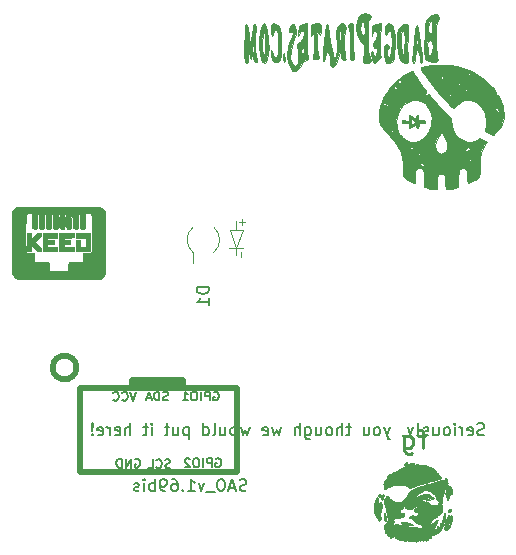
<source format=gbr>
G04 #@! TF.GenerationSoftware,KiCad,Pcbnew,(5.1.10)-1*
G04 #@! TF.CreationDate,2021-09-01T22:57:21-05:00*
G04 #@! TF.ProjectId,Bsides-KC-2021-SAO-BP,42736964-6573-42d4-9b43-2d323032312d,rev?*
G04 #@! TF.SameCoordinates,Original*
G04 #@! TF.FileFunction,Legend,Bot*
G04 #@! TF.FilePolarity,Positive*
%FSLAX46Y46*%
G04 Gerber Fmt 4.6, Leading zero omitted, Abs format (unit mm)*
G04 Created by KiCad (PCBNEW (5.1.10)-1) date 2021-09-01 22:57:21*
%MOMM*%
%LPD*%
G01*
G04 APERTURE LIST*
%ADD10C,0.150000*%
%ADD11C,0.120000*%
%ADD12C,0.010000*%
%ADD13C,0.500000*%
%ADD14C,0.250000*%
G04 APERTURE END LIST*
D10*
X123869047Y-92504761D02*
X123726190Y-92552380D01*
X123488095Y-92552380D01*
X123392857Y-92504761D01*
X123345238Y-92457142D01*
X123297619Y-92361904D01*
X123297619Y-92266666D01*
X123345238Y-92171428D01*
X123392857Y-92123809D01*
X123488095Y-92076190D01*
X123678571Y-92028571D01*
X123773809Y-91980952D01*
X123821428Y-91933333D01*
X123869047Y-91838095D01*
X123869047Y-91742857D01*
X123821428Y-91647619D01*
X123773809Y-91600000D01*
X123678571Y-91552380D01*
X123440476Y-91552380D01*
X123297619Y-91600000D01*
X122488095Y-92504761D02*
X122583333Y-92552380D01*
X122773809Y-92552380D01*
X122869047Y-92504761D01*
X122916666Y-92409523D01*
X122916666Y-92028571D01*
X122869047Y-91933333D01*
X122773809Y-91885714D01*
X122583333Y-91885714D01*
X122488095Y-91933333D01*
X122440476Y-92028571D01*
X122440476Y-92123809D01*
X122916666Y-92219047D01*
X122011904Y-92552380D02*
X122011904Y-91885714D01*
X122011904Y-92076190D02*
X121964285Y-91980952D01*
X121916666Y-91933333D01*
X121821428Y-91885714D01*
X121726190Y-91885714D01*
X121392857Y-92552380D02*
X121392857Y-91885714D01*
X121392857Y-91552380D02*
X121440476Y-91600000D01*
X121392857Y-91647619D01*
X121345238Y-91600000D01*
X121392857Y-91552380D01*
X121392857Y-91647619D01*
X120773809Y-92552380D02*
X120869047Y-92504761D01*
X120916666Y-92457142D01*
X120964285Y-92361904D01*
X120964285Y-92076190D01*
X120916666Y-91980952D01*
X120869047Y-91933333D01*
X120773809Y-91885714D01*
X120630952Y-91885714D01*
X120535714Y-91933333D01*
X120488095Y-91980952D01*
X120440476Y-92076190D01*
X120440476Y-92361904D01*
X120488095Y-92457142D01*
X120535714Y-92504761D01*
X120630952Y-92552380D01*
X120773809Y-92552380D01*
X119583333Y-91885714D02*
X119583333Y-92552380D01*
X120011904Y-91885714D02*
X120011904Y-92409523D01*
X119964285Y-92504761D01*
X119869047Y-92552380D01*
X119726190Y-92552380D01*
X119630952Y-92504761D01*
X119583333Y-92457142D01*
X119154761Y-92504761D02*
X119059523Y-92552380D01*
X118869047Y-92552380D01*
X118773809Y-92504761D01*
X118726190Y-92409523D01*
X118726190Y-92361904D01*
X118773809Y-92266666D01*
X118869047Y-92219047D01*
X119011904Y-92219047D01*
X119107142Y-92171428D01*
X119154761Y-92076190D01*
X119154761Y-92028571D01*
X119107142Y-91933333D01*
X119011904Y-91885714D01*
X118869047Y-91885714D01*
X118773809Y-91933333D01*
X118154761Y-92552380D02*
X118250000Y-92504761D01*
X118297619Y-92409523D01*
X118297619Y-91552380D01*
X117869047Y-91885714D02*
X117630952Y-92552380D01*
X117392857Y-91885714D02*
X117630952Y-92552380D01*
X117726190Y-92790476D01*
X117773809Y-92838095D01*
X117869047Y-92885714D01*
X116964285Y-92504761D02*
X116964285Y-92552380D01*
X117011904Y-92647619D01*
X117059523Y-92695238D01*
X115869047Y-91885714D02*
X115630952Y-92552380D01*
X115392857Y-91885714D02*
X115630952Y-92552380D01*
X115726190Y-92790476D01*
X115773809Y-92838095D01*
X115869047Y-92885714D01*
X114869047Y-92552380D02*
X114964285Y-92504761D01*
X115011904Y-92457142D01*
X115059523Y-92361904D01*
X115059523Y-92076190D01*
X115011904Y-91980952D01*
X114964285Y-91933333D01*
X114869047Y-91885714D01*
X114726190Y-91885714D01*
X114630952Y-91933333D01*
X114583333Y-91980952D01*
X114535714Y-92076190D01*
X114535714Y-92361904D01*
X114583333Y-92457142D01*
X114630952Y-92504761D01*
X114726190Y-92552380D01*
X114869047Y-92552380D01*
X113678571Y-91885714D02*
X113678571Y-92552380D01*
X114107142Y-91885714D02*
X114107142Y-92409523D01*
X114059523Y-92504761D01*
X113964285Y-92552380D01*
X113821428Y-92552380D01*
X113726190Y-92504761D01*
X113678571Y-92457142D01*
X112583333Y-91885714D02*
X112202380Y-91885714D01*
X112440476Y-91552380D02*
X112440476Y-92409523D01*
X112392857Y-92504761D01*
X112297619Y-92552380D01*
X112202380Y-92552380D01*
X111869047Y-92552380D02*
X111869047Y-91552380D01*
X111440476Y-92552380D02*
X111440476Y-92028571D01*
X111488095Y-91933333D01*
X111583333Y-91885714D01*
X111726190Y-91885714D01*
X111821428Y-91933333D01*
X111869047Y-91980952D01*
X110821428Y-92552380D02*
X110916666Y-92504761D01*
X110964285Y-92457142D01*
X111011904Y-92361904D01*
X111011904Y-92076190D01*
X110964285Y-91980952D01*
X110916666Y-91933333D01*
X110821428Y-91885714D01*
X110678571Y-91885714D01*
X110583333Y-91933333D01*
X110535714Y-91980952D01*
X110488095Y-92076190D01*
X110488095Y-92361904D01*
X110535714Y-92457142D01*
X110583333Y-92504761D01*
X110678571Y-92552380D01*
X110821428Y-92552380D01*
X109630952Y-91885714D02*
X109630952Y-92552380D01*
X110059523Y-91885714D02*
X110059523Y-92409523D01*
X110011904Y-92504761D01*
X109916666Y-92552380D01*
X109773809Y-92552380D01*
X109678571Y-92504761D01*
X109630952Y-92457142D01*
X108726190Y-91885714D02*
X108726190Y-92695238D01*
X108773809Y-92790476D01*
X108821428Y-92838095D01*
X108916666Y-92885714D01*
X109059523Y-92885714D01*
X109154761Y-92838095D01*
X108726190Y-92504761D02*
X108821428Y-92552380D01*
X109011904Y-92552380D01*
X109107142Y-92504761D01*
X109154761Y-92457142D01*
X109202380Y-92361904D01*
X109202380Y-92076190D01*
X109154761Y-91980952D01*
X109107142Y-91933333D01*
X109011904Y-91885714D01*
X108821428Y-91885714D01*
X108726190Y-91933333D01*
X108250000Y-92552380D02*
X108250000Y-91552380D01*
X107821428Y-92552380D02*
X107821428Y-92028571D01*
X107869047Y-91933333D01*
X107964285Y-91885714D01*
X108107142Y-91885714D01*
X108202380Y-91933333D01*
X108250000Y-91980952D01*
X106678571Y-91885714D02*
X106488095Y-92552380D01*
X106297619Y-92076190D01*
X106107142Y-92552380D01*
X105916666Y-91885714D01*
X105154761Y-92504761D02*
X105250000Y-92552380D01*
X105440476Y-92552380D01*
X105535714Y-92504761D01*
X105583333Y-92409523D01*
X105583333Y-92028571D01*
X105535714Y-91933333D01*
X105440476Y-91885714D01*
X105250000Y-91885714D01*
X105154761Y-91933333D01*
X105107142Y-92028571D01*
X105107142Y-92123809D01*
X105583333Y-92219047D01*
X104011904Y-91885714D02*
X103821428Y-92552380D01*
X103630952Y-92076190D01*
X103440476Y-92552380D01*
X103250000Y-91885714D01*
X102726190Y-92552380D02*
X102821428Y-92504761D01*
X102869047Y-92457142D01*
X102916666Y-92361904D01*
X102916666Y-92076190D01*
X102869047Y-91980952D01*
X102821428Y-91933333D01*
X102726190Y-91885714D01*
X102583333Y-91885714D01*
X102488095Y-91933333D01*
X102440476Y-91980952D01*
X102392857Y-92076190D01*
X102392857Y-92361904D01*
X102440476Y-92457142D01*
X102488095Y-92504761D01*
X102583333Y-92552380D01*
X102726190Y-92552380D01*
X101535714Y-91885714D02*
X101535714Y-92552380D01*
X101964285Y-91885714D02*
X101964285Y-92409523D01*
X101916666Y-92504761D01*
X101821428Y-92552380D01*
X101678571Y-92552380D01*
X101583333Y-92504761D01*
X101535714Y-92457142D01*
X100916666Y-92552380D02*
X101011904Y-92504761D01*
X101059523Y-92409523D01*
X101059523Y-91552380D01*
X100107142Y-92552380D02*
X100107142Y-91552380D01*
X100107142Y-92504761D02*
X100202380Y-92552380D01*
X100392857Y-92552380D01*
X100488095Y-92504761D01*
X100535714Y-92457142D01*
X100583333Y-92361904D01*
X100583333Y-92076190D01*
X100535714Y-91980952D01*
X100488095Y-91933333D01*
X100392857Y-91885714D01*
X100202380Y-91885714D01*
X100107142Y-91933333D01*
X98869047Y-91885714D02*
X98869047Y-92885714D01*
X98869047Y-91933333D02*
X98773809Y-91885714D01*
X98583333Y-91885714D01*
X98488095Y-91933333D01*
X98440476Y-91980952D01*
X98392857Y-92076190D01*
X98392857Y-92361904D01*
X98440476Y-92457142D01*
X98488095Y-92504761D01*
X98583333Y-92552380D01*
X98773809Y-92552380D01*
X98869047Y-92504761D01*
X97535714Y-91885714D02*
X97535714Y-92552380D01*
X97964285Y-91885714D02*
X97964285Y-92409523D01*
X97916666Y-92504761D01*
X97821428Y-92552380D01*
X97678571Y-92552380D01*
X97583333Y-92504761D01*
X97535714Y-92457142D01*
X97202380Y-91885714D02*
X96821428Y-91885714D01*
X97059523Y-91552380D02*
X97059523Y-92409523D01*
X97011904Y-92504761D01*
X96916666Y-92552380D01*
X96821428Y-92552380D01*
X95726190Y-92552380D02*
X95726190Y-91885714D01*
X95726190Y-91552380D02*
X95773809Y-91600000D01*
X95726190Y-91647619D01*
X95678571Y-91600000D01*
X95726190Y-91552380D01*
X95726190Y-91647619D01*
X95392857Y-91885714D02*
X95011904Y-91885714D01*
X95250000Y-91552380D02*
X95250000Y-92409523D01*
X95202380Y-92504761D01*
X95107142Y-92552380D01*
X95011904Y-92552380D01*
X93916666Y-92552380D02*
X93916666Y-91552380D01*
X93488095Y-92552380D02*
X93488095Y-92028571D01*
X93535714Y-91933333D01*
X93630952Y-91885714D01*
X93773809Y-91885714D01*
X93869047Y-91933333D01*
X93916666Y-91980952D01*
X92630952Y-92504761D02*
X92726190Y-92552380D01*
X92916666Y-92552380D01*
X93011904Y-92504761D01*
X93059523Y-92409523D01*
X93059523Y-92028571D01*
X93011904Y-91933333D01*
X92916666Y-91885714D01*
X92726190Y-91885714D01*
X92630952Y-91933333D01*
X92583333Y-92028571D01*
X92583333Y-92123809D01*
X93059523Y-92219047D01*
X92154761Y-92552380D02*
X92154761Y-91885714D01*
X92154761Y-92076190D02*
X92107142Y-91980952D01*
X92059523Y-91933333D01*
X91964285Y-91885714D01*
X91869047Y-91885714D01*
X91154761Y-92504761D02*
X91250000Y-92552380D01*
X91440476Y-92552380D01*
X91535714Y-92504761D01*
X91583333Y-92409523D01*
X91583333Y-92028571D01*
X91535714Y-91933333D01*
X91440476Y-91885714D01*
X91250000Y-91885714D01*
X91154761Y-91933333D01*
X91107142Y-92028571D01*
X91107142Y-92123809D01*
X91583333Y-92219047D01*
X90678571Y-92457142D02*
X90630952Y-92504761D01*
X90678571Y-92552380D01*
X90726190Y-92504761D01*
X90678571Y-92457142D01*
X90678571Y-92552380D01*
X90678571Y-92171428D02*
X90726190Y-91600000D01*
X90678571Y-91552380D01*
X90630952Y-91600000D01*
X90678571Y-92171428D01*
X90678571Y-91552380D01*
D11*
G04 #@! TO.C,D1*
X103302000Y-77498600D02*
X103302000Y-77016000D01*
X99200000Y-78000000D02*
X99200000Y-77050000D01*
X102360600Y-75187200D02*
X103427400Y-75187200D01*
X103427400Y-75187200D02*
X102894000Y-76660400D01*
X102868600Y-76685800D02*
X102360600Y-75187200D01*
X103402000Y-74755400D02*
X103402000Y-74272800D01*
X103656000Y-74501400D02*
X103148000Y-74501400D01*
X103478200Y-76685800D02*
X102309800Y-76685800D01*
X102868600Y-76685800D02*
X102868600Y-77295400D01*
X102894000Y-75161800D02*
X102894000Y-74450600D01*
X99222235Y-74931342D02*
G75*
G03*
X99200000Y-77050000I877765J-1068658D01*
G01*
X100977765Y-77068658D02*
G75*
G03*
X101000000Y-74950000I-877765J1068658D01*
G01*
D12*
G04 #@! TO.C,G\u002A\u002A\u002A*
G36*
X120546796Y-96186479D02*
G01*
X120540970Y-96209436D01*
X120531038Y-96249410D01*
X120517454Y-96283543D01*
X120517377Y-96283686D01*
X120509477Y-96303720D01*
X120512208Y-96323212D01*
X120527788Y-96350299D01*
X120540425Y-96368312D01*
X120567506Y-96409990D01*
X120577671Y-96439458D01*
X120571625Y-96462804D01*
X120553655Y-96482933D01*
X120540685Y-96493354D01*
X120528796Y-96495782D01*
X120513542Y-96487671D01*
X120490477Y-96466474D01*
X120455157Y-96429643D01*
X120448720Y-96422818D01*
X120369831Y-96339131D01*
X120230291Y-96383050D01*
X119753461Y-96525776D01*
X119297000Y-96649063D01*
X119075394Y-96706791D01*
X118875177Y-96761442D01*
X118692705Y-96814233D01*
X118524332Y-96866376D01*
X118366414Y-96919087D01*
X118215305Y-96973581D01*
X118067361Y-97031072D01*
X117918936Y-97092774D01*
X117773463Y-97156714D01*
X117560703Y-97252428D01*
X117513096Y-97375389D01*
X117438720Y-97542412D01*
X117351056Y-97691025D01*
X117246672Y-97826232D01*
X117122135Y-97953032D01*
X117107620Y-97966178D01*
X117037094Y-98028428D01*
X116980192Y-98076075D01*
X116932488Y-98112384D01*
X116889555Y-98140623D01*
X116846966Y-98164056D01*
X116824766Y-98174828D01*
X116792994Y-98188960D01*
X116764796Y-98198605D01*
X116734235Y-98204584D01*
X116695372Y-98207718D01*
X116642266Y-98208827D01*
X116579200Y-98208783D01*
X116464977Y-98205274D01*
X116368753Y-98194990D01*
X116283723Y-98176616D01*
X116203080Y-98148833D01*
X116151932Y-98126132D01*
X116045324Y-98063190D01*
X115936723Y-97975275D01*
X115826474Y-97862704D01*
X115714922Y-97725797D01*
X115708900Y-97717761D01*
X115681220Y-97681266D01*
X115662030Y-97662434D01*
X115646316Y-97662198D01*
X115629066Y-97681489D01*
X115605266Y-97721239D01*
X115595183Y-97738895D01*
X115568741Y-97778895D01*
X115531584Y-97827388D01*
X115491004Y-97874949D01*
X115484113Y-97882453D01*
X115441365Y-97930883D01*
X115409621Y-97974808D01*
X115388626Y-98018049D01*
X115378125Y-98064426D01*
X115377861Y-98117761D01*
X115387580Y-98181874D01*
X115407027Y-98260588D01*
X115435946Y-98357722D01*
X115449490Y-98400647D01*
X115485883Y-98516775D01*
X115514636Y-98613190D01*
X115536817Y-98694039D01*
X115553493Y-98763470D01*
X115565731Y-98825631D01*
X115574600Y-98884668D01*
X115575094Y-98888567D01*
X115586176Y-98953588D01*
X115602797Y-99025320D01*
X115618933Y-99080553D01*
X115636851Y-99146132D01*
X115652104Y-99229114D01*
X115665270Y-99332867D01*
X115669674Y-99376633D01*
X115677003Y-99446181D01*
X115684792Y-99507094D01*
X115692343Y-99554746D01*
X115698955Y-99584511D01*
X115702210Y-99591889D01*
X115723002Y-99604870D01*
X115755069Y-99618016D01*
X115756866Y-99618605D01*
X115791411Y-99638129D01*
X115802084Y-99659575D01*
X115796241Y-99692223D01*
X115773548Y-99736683D01*
X115737130Y-99789081D01*
X115690112Y-99845540D01*
X115635621Y-99902185D01*
X115576781Y-99955140D01*
X115541024Y-99983283D01*
X115477002Y-100043072D01*
X115428195Y-100117448D01*
X115392581Y-100209906D01*
X115379482Y-100262177D01*
X115366181Y-100333420D01*
X115363382Y-100386874D01*
X115373444Y-100428807D01*
X115398723Y-100465488D01*
X115441577Y-100503185D01*
X115480905Y-100531857D01*
X115497946Y-100545550D01*
X115507769Y-100561251D01*
X115512105Y-100585660D01*
X115512689Y-100625475D01*
X115512134Y-100652507D01*
X115510747Y-100716536D01*
X115511219Y-100760159D01*
X115514960Y-100788367D01*
X115523378Y-100806151D01*
X115537881Y-100818501D01*
X115559880Y-100830407D01*
X115562776Y-100831883D01*
X115602088Y-100856090D01*
X115626120Y-100884509D01*
X115640948Y-100925797D01*
X115646207Y-100950716D01*
X115668733Y-101011484D01*
X115711179Y-101057348D01*
X115774404Y-101089164D01*
X115789725Y-101093947D01*
X115841385Y-101110526D01*
X115874727Y-101127342D01*
X115896412Y-101149227D01*
X115913104Y-101181015D01*
X115914588Y-101184525D01*
X115933119Y-101216448D01*
X115953904Y-101224242D01*
X115980413Y-101209147D01*
X115981300Y-101208381D01*
X116004202Y-101194933D01*
X116041817Y-101178846D01*
X116071200Y-101168484D01*
X116147026Y-101131934D01*
X116205922Y-101078439D01*
X116246141Y-101011415D01*
X116265941Y-100934278D01*
X116263576Y-100850443D01*
X116254364Y-100809875D01*
X116252008Y-100788798D01*
X116266510Y-100781737D01*
X116278549Y-100781300D01*
X116312572Y-100792373D01*
X116336106Y-100823028D01*
X116348469Y-100869412D01*
X116348975Y-100927675D01*
X116336940Y-100993966D01*
X116323674Y-101035300D01*
X116300941Y-101101558D01*
X116291284Y-101149611D01*
X116296368Y-101183948D01*
X116317859Y-101209056D01*
X116357423Y-101229425D01*
X116401400Y-101244751D01*
X116448294Y-101263888D01*
X116491216Y-101288329D01*
X116509350Y-101302379D01*
X116546959Y-101331633D01*
X116587942Y-101355810D01*
X116591900Y-101357646D01*
X116632786Y-101379503D01*
X116670326Y-101404960D01*
X116671428Y-101405843D01*
X116695499Y-101422747D01*
X116717441Y-101427891D01*
X116748380Y-101422850D01*
X116763685Y-101418893D01*
X116807592Y-101410755D01*
X116863311Y-101405208D01*
X116908196Y-101403600D01*
X116957595Y-101402309D01*
X116992206Y-101396348D01*
X117022597Y-101382581D01*
X117057239Y-101359376D01*
X117094618Y-101333008D01*
X117126427Y-101311292D01*
X117141175Y-101301779D01*
X117159932Y-101294696D01*
X117162459Y-101304879D01*
X117149380Y-101330590D01*
X117121322Y-101370092D01*
X117112600Y-101381215D01*
X117086164Y-101416940D01*
X117067792Y-101446587D01*
X117061800Y-101462167D01*
X117073081Y-101479940D01*
X117104862Y-101488084D01*
X117154050Y-101486378D01*
X117217552Y-101474600D01*
X117221755Y-101473567D01*
X117271850Y-101462448D01*
X117313527Y-101457769D01*
X117354947Y-101459945D01*
X117404274Y-101469394D01*
X117468200Y-101486121D01*
X117531119Y-101501756D01*
X117599204Y-101515740D01*
X117666331Y-101527132D01*
X117726378Y-101534989D01*
X117773222Y-101538369D01*
X117798379Y-101536954D01*
X117832223Y-101522042D01*
X117862519Y-101498191D01*
X117889536Y-101474605D01*
X117913704Y-101469720D01*
X117942186Y-101483890D01*
X117966234Y-101503337D01*
X118029625Y-101548355D01*
X118087602Y-101568565D01*
X118140187Y-101563972D01*
X118181260Y-101540061D01*
X118205782Y-101514097D01*
X118235786Y-101475221D01*
X118260477Y-101438525D01*
X118293191Y-101392468D01*
X118322086Y-101369696D01*
X118351814Y-101369547D01*
X118387027Y-101391357D01*
X118414641Y-101416584D01*
X118466692Y-101467669D01*
X118521493Y-101448334D01*
X118576558Y-101432698D01*
X118617690Y-101431458D01*
X118652088Y-101444917D01*
X118665466Y-101454400D01*
X118697097Y-101474023D01*
X118727255Y-101477554D01*
X118764102Y-101464784D01*
X118789327Y-101451225D01*
X118822990Y-101434154D01*
X118845307Y-101430549D01*
X118864868Y-101438525D01*
X118897314Y-101458577D01*
X118915290Y-101469711D01*
X118937967Y-101477948D01*
X118959393Y-101467265D01*
X118964768Y-101462589D01*
X118991363Y-101445088D01*
X119030610Y-101426227D01*
X119051204Y-101418205D01*
X119112850Y-101396254D01*
X119124411Y-101320552D01*
X119131128Y-101279690D01*
X119136854Y-101250321D01*
X119139832Y-101240012D01*
X119152500Y-101241860D01*
X119179496Y-101252342D01*
X119190270Y-101257277D01*
X119235790Y-101270614D01*
X119283776Y-101271996D01*
X119324342Y-101261834D01*
X119340354Y-101251034D01*
X119346877Y-101232371D01*
X119351705Y-101195109D01*
X119354046Y-101146032D01*
X119354150Y-101132861D01*
X119353284Y-101078863D01*
X119349228Y-101041320D01*
X119339802Y-101011311D01*
X119322822Y-100979910D01*
X119312875Y-100964101D01*
X119290938Y-100928591D01*
X119275969Y-100901882D01*
X119271600Y-100891313D01*
X119279578Y-100882411D01*
X119302996Y-100892631D01*
X119341087Y-100921542D01*
X119368740Y-100945917D01*
X119425948Y-100991134D01*
X119479933Y-101016671D01*
X119535032Y-101022588D01*
X119595583Y-101008948D01*
X119665923Y-100975813D01*
X119708041Y-100950752D01*
X119806255Y-100889250D01*
X119798939Y-100768600D01*
X119790813Y-100672080D01*
X119779418Y-100592889D01*
X119765232Y-100533257D01*
X119748735Y-100495414D01*
X119737964Y-100484118D01*
X119714478Y-100479763D01*
X119698223Y-100497873D01*
X119691069Y-100536089D01*
X119690895Y-100543582D01*
X119686199Y-100578400D01*
X119674703Y-100615824D01*
X119659791Y-100647614D01*
X119644843Y-100665531D01*
X119640234Y-100667000D01*
X119624557Y-100654878D01*
X119610315Y-100620828D01*
X119598725Y-100568317D01*
X119594285Y-100536050D01*
X119591259Y-100502537D01*
X119593343Y-100477605D01*
X119603430Y-100453854D01*
X119624414Y-100423885D01*
X119651415Y-100389933D01*
X119681782Y-100349614D01*
X119704501Y-100314383D01*
X119715605Y-100290544D01*
X119716100Y-100287136D01*
X119721586Y-100267451D01*
X119732964Y-100239314D01*
X118710105Y-100239314D01*
X118696371Y-100254405D01*
X118667202Y-100260600D01*
X118640189Y-100266304D01*
X118629386Y-100285442D01*
X118633943Y-100321050D01*
X118642593Y-100348487D01*
X118654540Y-100387776D01*
X118661376Y-100420774D01*
X118662000Y-100428937D01*
X118659913Y-100442880D01*
X118649728Y-100449361D01*
X118625562Y-100449714D01*
X118587134Y-100445910D01*
X118540933Y-100438994D01*
X118480267Y-100427608D01*
X118415241Y-100413715D01*
X118386044Y-100406876D01*
X118317996Y-100388736D01*
X118245680Y-100366791D01*
X118181387Y-100344848D01*
X118162130Y-100337506D01*
X118097724Y-100314282D01*
X118044548Y-100302395D01*
X117992781Y-100301175D01*
X117932602Y-100309954D01*
X117891264Y-100319061D01*
X117802490Y-100332483D01*
X117708974Y-100331148D01*
X117607236Y-100314477D01*
X117493796Y-100281891D01*
X117365173Y-100232811D01*
X117360227Y-100230734D01*
X117316691Y-100215229D01*
X117264163Y-100202368D01*
X117197486Y-100191145D01*
X117111503Y-100180552D01*
X117093527Y-100178629D01*
X117009490Y-100168591D01*
X116918209Y-100155695D01*
X116830229Y-100141542D01*
X116756100Y-100127734D01*
X116750650Y-100126601D01*
X116678471Y-100111593D01*
X116602976Y-100096160D01*
X116534413Y-100082384D01*
X116493833Y-100074416D01*
X116389415Y-100054254D01*
X116258008Y-100132027D01*
X116184184Y-100173431D01*
X116128747Y-100199511D01*
X116092042Y-100210264D01*
X116074415Y-100205686D01*
X116076210Y-100185774D01*
X116097774Y-100150524D01*
X116110948Y-100133450D01*
X116148195Y-100068512D01*
X116165393Y-100010369D01*
X116175139Y-99968155D01*
X116186036Y-99943920D01*
X116202671Y-99930477D01*
X116220905Y-99923405D01*
X116262871Y-99904659D01*
X116282984Y-99885129D01*
X116281004Y-99868080D01*
X116256690Y-99856775D01*
X116226026Y-99854026D01*
X116173744Y-99850475D01*
X116137921Y-99841033D01*
X116122584Y-99826859D01*
X116122301Y-99824143D01*
X116129161Y-99808115D01*
X116147424Y-99776365D01*
X116174016Y-99734046D01*
X116195326Y-99701800D01*
X116268050Y-99593850D01*
X116490300Y-99587044D01*
X116564288Y-99584227D01*
X116630530Y-99580672D01*
X116684389Y-99576710D01*
X116721226Y-99572669D01*
X116735365Y-99569584D01*
X116754109Y-99552552D01*
X116776522Y-99520982D01*
X116788211Y-99500190D01*
X116811958Y-99459723D01*
X116841630Y-99417414D01*
X116872729Y-99378749D01*
X116900752Y-99349218D01*
X116921199Y-99334307D01*
X116924914Y-99333500D01*
X116931988Y-99345540D01*
X116933057Y-99381832D01*
X116930256Y-99421639D01*
X116927550Y-99466267D01*
X116928202Y-99500033D01*
X116932057Y-99515924D01*
X116932317Y-99516114D01*
X116954683Y-99516329D01*
X116983764Y-99498691D01*
X117013981Y-99467575D01*
X117035749Y-99434976D01*
X117052962Y-99397677D01*
X117063825Y-99356285D01*
X117070177Y-99302345D01*
X117072284Y-99267048D01*
X117077607Y-99155700D01*
X116945131Y-99155700D01*
X116873942Y-99155288D01*
X116824639Y-99151498D01*
X116793714Y-99140498D01*
X116777657Y-99118453D01*
X116772959Y-99081531D01*
X116776112Y-99025899D01*
X116780867Y-98976276D01*
X116786543Y-98916471D01*
X116791145Y-98864812D01*
X116794161Y-98827234D01*
X116795100Y-98810478D01*
X116801225Y-98798439D01*
X116822693Y-98790621D01*
X116864153Y-98785494D01*
X116873007Y-98784817D01*
X116923917Y-98778480D01*
X116955012Y-98767417D01*
X116968257Y-98755463D01*
X116979717Y-98724937D01*
X116984978Y-98680051D01*
X116984110Y-98631017D01*
X116977181Y-98588046D01*
X116966954Y-98564402D01*
X116950310Y-98532259D01*
X116954404Y-98502333D01*
X116980353Y-98468705D01*
X116986062Y-98463107D01*
X117014209Y-98440922D01*
X117036852Y-98436831D01*
X117057190Y-98452660D01*
X117078417Y-98490237D01*
X117093008Y-98524222D01*
X117137235Y-98610731D01*
X117194688Y-98688896D01*
X117260761Y-98753710D01*
X117330846Y-98800167D01*
X117357902Y-98812090D01*
X117400761Y-98821256D01*
X117459692Y-98824945D01*
X117526011Y-98823368D01*
X117591035Y-98816738D01*
X117646081Y-98805266D01*
X117646870Y-98805033D01*
X117739754Y-98770886D01*
X117824006Y-98724494D01*
X117909048Y-98660616D01*
X117913993Y-98656443D01*
X117979901Y-98603345D01*
X118032541Y-98568504D01*
X118075350Y-98551046D01*
X118111768Y-98550095D01*
X118145236Y-98564777D01*
X118175115Y-98590074D01*
X118202650Y-98621288D01*
X118214441Y-98648180D01*
X118215171Y-98681528D01*
X118215120Y-98682149D01*
X118211150Y-98730250D01*
X118101904Y-98736600D01*
X118040150Y-98741674D01*
X117997917Y-98750254D01*
X117969338Y-98765182D01*
X117948541Y-98789302D01*
X117932920Y-98818478D01*
X117914197Y-98876817D01*
X117917703Y-98925074D01*
X117943328Y-98961982D01*
X117945806Y-98963997D01*
X117994899Y-98995606D01*
X118057782Y-99026604D01*
X118123229Y-99051992D01*
X118174545Y-99065823D01*
X118232217Y-99084989D01*
X118268357Y-99117153D01*
X118283135Y-99162702D01*
X118276718Y-99222024D01*
X118261775Y-99266872D01*
X118226981Y-99328131D01*
X118180555Y-99366918D01*
X118122060Y-99383560D01*
X118104766Y-99384300D01*
X118055956Y-99388787D01*
X118027427Y-99404104D01*
X118015369Y-99433030D01*
X118014300Y-99450340D01*
X118010645Y-99478323D01*
X117999485Y-99482676D01*
X117980533Y-99463274D01*
X117956674Y-99425575D01*
X117922521Y-99372269D01*
X117888573Y-99330078D01*
X117858587Y-99303162D01*
X117839127Y-99295400D01*
X117819112Y-99302838D01*
X117788809Y-99321712D01*
X117772570Y-99333841D01*
X117733610Y-99360422D01*
X117693867Y-99381173D01*
X117681842Y-99385730D01*
X117620783Y-99407570D01*
X117580641Y-99429526D01*
X117557290Y-99455956D01*
X117546606Y-99491219D01*
X117544400Y-99530947D01*
X117547319Y-99559969D01*
X117559039Y-99572813D01*
X117584002Y-99570751D01*
X117626655Y-99555054D01*
X117627453Y-99554721D01*
X117681568Y-99541631D01*
X117730567Y-99546815D01*
X117769476Y-99567996D01*
X117793324Y-99602893D01*
X117798400Y-99633063D01*
X117808423Y-99667200D01*
X117833492Y-99703425D01*
X117866115Y-99732120D01*
X117881954Y-99740281D01*
X117909607Y-99759053D01*
X117933120Y-99786958D01*
X117970393Y-99845745D01*
X117999334Y-99885856D01*
X118023251Y-99911189D01*
X118045451Y-99925644D01*
X118053508Y-99928883D01*
X118087929Y-99945224D01*
X118126340Y-99969355D01*
X118134099Y-99975061D01*
X118165096Y-99995627D01*
X118187027Y-100000376D01*
X118203373Y-99994663D01*
X118221031Y-99989293D01*
X118239542Y-99996025D01*
X118265396Y-100017985D01*
X118278222Y-100030694D01*
X118311922Y-100061045D01*
X118343951Y-100078127D01*
X118386159Y-100087606D01*
X118401646Y-100089698D01*
X118450806Y-100098728D01*
X118487528Y-100114877D01*
X118524750Y-100144105D01*
X118529891Y-100148799D01*
X118571768Y-100182118D01*
X118610296Y-100199008D01*
X118637536Y-100203535D01*
X118673805Y-100209327D01*
X118699268Y-100217832D01*
X118703394Y-100220713D01*
X118710105Y-100239314D01*
X119732964Y-100239314D01*
X119736524Y-100230511D01*
X119758638Y-100181592D01*
X119785651Y-100125968D01*
X119785835Y-100125601D01*
X119817789Y-100058482D01*
X119849152Y-99986483D01*
X119878024Y-99914652D01*
X119902502Y-99848038D01*
X119920686Y-99791689D01*
X119930674Y-99750655D01*
X119932000Y-99737517D01*
X119923144Y-99718806D01*
X119896834Y-99717947D01*
X119853458Y-99734717D01*
X119793404Y-99768889D01*
X119717059Y-99820238D01*
X119624811Y-99888538D01*
X119517047Y-99973564D01*
X119494161Y-99992153D01*
X119445286Y-100031072D01*
X119402604Y-100063293D01*
X119370348Y-100085744D01*
X119352751Y-100095353D01*
X119351733Y-100095500D01*
X119331970Y-100084039D01*
X119316819Y-100054567D01*
X119309827Y-100014452D01*
X119309700Y-100008202D01*
X119316464Y-99975353D01*
X119334847Y-99927203D01*
X119361985Y-99869317D01*
X119395017Y-99807261D01*
X119431079Y-99746601D01*
X119467308Y-99692902D01*
X119481449Y-99674310D01*
X119526189Y-99624700D01*
X119575334Y-99581012D01*
X119623449Y-99547268D01*
X119665096Y-99527490D01*
X119684633Y-99524000D01*
X119737466Y-99514821D01*
X119788829Y-99485805D01*
X119842486Y-99434731D01*
X119849378Y-99426876D01*
X119893410Y-99383020D01*
X119954494Y-99332390D01*
X120026968Y-99279577D01*
X120051364Y-99263148D01*
X120107397Y-99225141D01*
X120158517Y-99188642D01*
X120199408Y-99157566D01*
X120224753Y-99135833D01*
X120226273Y-99134277D01*
X120245417Y-99108420D01*
X120260760Y-99073631D01*
X120272811Y-99026931D01*
X120282081Y-98965341D01*
X120289078Y-98885884D01*
X120294313Y-98785580D01*
X120296518Y-98723900D01*
X120298829Y-98640817D01*
X120299594Y-98578723D01*
X120298572Y-98533241D01*
X120295525Y-98499993D01*
X120290214Y-98474602D01*
X120282400Y-98452691D01*
X120281613Y-98450850D01*
X120259504Y-98396618D01*
X120248078Y-98356683D01*
X120246567Y-98322665D01*
X120254204Y-98286188D01*
X120263827Y-98256854D01*
X120275024Y-98221225D01*
X120281731Y-98187542D01*
X120281731Y-98187534D01*
X120013375Y-98187534D01*
X120001546Y-98258225D01*
X119974928Y-98333291D01*
X119935604Y-98406467D01*
X119898952Y-98456427D01*
X119872782Y-98482951D01*
X119849179Y-98492317D01*
X119825223Y-98490652D01*
X119799957Y-98488035D01*
X119754277Y-98484951D01*
X119693158Y-98481674D01*
X119621575Y-98478472D01*
X119557350Y-98476052D01*
X119408643Y-98468699D01*
X119283672Y-98457599D01*
X119181023Y-98442543D01*
X119099280Y-98423325D01*
X119037029Y-98399737D01*
X119036842Y-98399646D01*
X118973150Y-98368520D01*
X119023950Y-98374640D01*
X119110577Y-98384377D01*
X119174428Y-98389850D01*
X119217749Y-98391144D01*
X119242791Y-98388347D01*
X119251061Y-98383410D01*
X119247560Y-98367572D01*
X119226842Y-98346173D01*
X119195013Y-98323712D01*
X119158178Y-98304686D01*
X119131900Y-98295619D01*
X119100990Y-98284125D01*
X119087231Y-98265357D01*
X119083503Y-98244173D01*
X119081844Y-98227320D01*
X119078054Y-98215387D01*
X119068054Y-98206761D01*
X119047765Y-98199826D01*
X119013106Y-98192968D01*
X118959999Y-98184572D01*
X118916000Y-98177884D01*
X118872427Y-98171421D01*
X118839285Y-98166844D01*
X118824367Y-98165195D01*
X118810224Y-98157437D01*
X118784723Y-98137874D01*
X118770270Y-98125576D01*
X118743196Y-98104624D01*
X118714763Y-98090973D01*
X118676928Y-98081844D01*
X118622541Y-98074561D01*
X118563340Y-98066119D01*
X118516009Y-98055852D01*
X118484518Y-98044931D01*
X118472836Y-98034526D01*
X118474470Y-98030897D01*
X118491840Y-98024288D01*
X118529413Y-98016069D01*
X118582099Y-98006933D01*
X118644805Y-97997578D01*
X118712442Y-97988697D01*
X118779917Y-97980988D01*
X118842139Y-97975145D01*
X118894017Y-97971865D01*
X118909650Y-97971439D01*
X118978901Y-97971970D01*
X119034761Y-97976764D01*
X119089105Y-97987497D01*
X119153812Y-98005847D01*
X119154213Y-98005971D01*
X119205343Y-98020631D01*
X119247115Y-98030592D01*
X119273844Y-98034604D01*
X119280288Y-98033646D01*
X119279388Y-98018795D01*
X119260836Y-97995911D01*
X119229340Y-97969013D01*
X119189606Y-97942121D01*
X119146342Y-97919253D01*
X119146272Y-97919222D01*
X119012400Y-97872079D01*
X118876289Y-97849175D01*
X118740461Y-97850703D01*
X118607437Y-97876856D01*
X118604139Y-97877836D01*
X118556318Y-97890995D01*
X118517645Y-97899464D01*
X118494613Y-97901895D01*
X118491641Y-97901199D01*
X118487182Y-97888831D01*
X118503533Y-97871889D01*
X118536859Y-97851939D01*
X118583322Y-97830547D01*
X118639087Y-97809278D01*
X118700317Y-97789698D01*
X118763176Y-97773372D01*
X118823827Y-97761868D01*
X118837610Y-97760000D01*
X118915039Y-97753997D01*
X118986684Y-97757116D01*
X119057132Y-97770752D01*
X119130969Y-97796302D01*
X119212781Y-97835160D01*
X119307156Y-97888723D01*
X119353079Y-97916833D01*
X119402993Y-97946294D01*
X119447559Y-97969708D01*
X119480881Y-97984130D01*
X119494241Y-97987300D01*
X119528571Y-97978003D01*
X119561364Y-97955040D01*
X119583967Y-97925799D01*
X119589100Y-97906314D01*
X119582470Y-97879501D01*
X119565562Y-97842601D01*
X119553183Y-97821336D01*
X119490649Y-97743585D01*
X119408535Y-97672832D01*
X119312328Y-97611973D01*
X119207515Y-97563902D01*
X119099582Y-97531515D01*
X118994015Y-97517708D01*
X118977261Y-97517416D01*
X118872440Y-97525348D01*
X118754399Y-97547902D01*
X118629287Y-97583269D01*
X118503255Y-97629639D01*
X118382450Y-97685201D01*
X118351290Y-97701673D01*
X118274355Y-97739203D01*
X118210335Y-97761262D01*
X118183584Y-97766136D01*
X118139388Y-97769167D01*
X118112561Y-97765140D01*
X118102541Y-97751196D01*
X118108767Y-97724472D01*
X118130677Y-97682108D01*
X118158153Y-97636592D01*
X118203230Y-97566968D01*
X118241687Y-97516082D01*
X118277844Y-97479752D01*
X118316025Y-97453794D01*
X118360551Y-97434024D01*
X118371427Y-97430159D01*
X118423473Y-97411043D01*
X118469505Y-97390731D01*
X118516984Y-97365385D01*
X118573371Y-97331171D01*
X118612030Y-97306442D01*
X118718122Y-97243034D01*
X118809532Y-97199532D01*
X118885995Y-97176048D01*
X118928510Y-97171569D01*
X118954353Y-97173326D01*
X118984396Y-97179329D01*
X119021371Y-97190674D01*
X119068009Y-97208458D01*
X119127043Y-97233777D01*
X119201203Y-97267727D01*
X119293222Y-97311404D01*
X119373200Y-97350041D01*
X119491771Y-97419521D01*
X119592895Y-97503503D01*
X119674849Y-97599852D01*
X119735905Y-97706437D01*
X119774340Y-97821123D01*
X119780739Y-97853950D01*
X119790889Y-97908653D01*
X119801511Y-97943422D01*
X119815789Y-97963579D01*
X119836907Y-97974445D01*
X119855587Y-97979002D01*
X119898343Y-97997433D01*
X119942768Y-98031996D01*
X119981167Y-98075212D01*
X120005846Y-98119602D01*
X120008331Y-98127485D01*
X120013375Y-98187534D01*
X120281731Y-98187534D01*
X120284485Y-98148813D01*
X120283827Y-98098042D01*
X120280789Y-98036749D01*
X120272313Y-97889349D01*
X120317618Y-97786306D01*
X120334059Y-97745248D01*
X120353300Y-97691611D01*
X120373500Y-97631262D01*
X120392821Y-97570066D01*
X120409421Y-97513889D01*
X120421461Y-97468596D01*
X120427101Y-97440055D01*
X120427300Y-97436653D01*
X120434522Y-97424935D01*
X120452953Y-97400182D01*
X120466749Y-97382621D01*
X120487964Y-97354048D01*
X120499127Y-97329700D01*
X120502607Y-97300134D01*
X120500776Y-97255910D01*
X120500299Y-97248991D01*
X120500156Y-97176550D01*
X120512260Y-97123730D01*
X120537911Y-97087232D01*
X120572330Y-97066157D01*
X120623621Y-97055575D01*
X120667646Y-97069082D01*
X120698539Y-97099568D01*
X120712014Y-97128532D01*
X120703550Y-97145109D01*
X120681910Y-97149100D01*
X120656543Y-97159634D01*
X120644445Y-97191319D01*
X120645620Y-97244280D01*
X120660071Y-97318641D01*
X120687800Y-97414526D01*
X120688462Y-97416578D01*
X120709850Y-97486968D01*
X120723506Y-97540994D01*
X120729410Y-97577222D01*
X120727540Y-97594218D01*
X120717875Y-97590546D01*
X120700393Y-97564772D01*
X120690411Y-97546431D01*
X120657595Y-97493571D01*
X120627243Y-97465876D01*
X120599229Y-97463245D01*
X120592402Y-97466599D01*
X120587109Y-97474596D01*
X120586695Y-97491430D01*
X120591858Y-97520274D01*
X120603293Y-97564298D01*
X120621695Y-97626676D01*
X120641655Y-97691137D01*
X120672171Y-97788014D01*
X120696445Y-97863545D01*
X120715594Y-97920698D01*
X120730734Y-97962437D01*
X120742980Y-97991729D01*
X120753449Y-98011541D01*
X120763257Y-98024838D01*
X120769627Y-98031231D01*
X120788220Y-98044047D01*
X120803305Y-98037326D01*
X120811541Y-98028677D01*
X120822283Y-98007697D01*
X120836121Y-97967813D01*
X120851162Y-97915027D01*
X120863704Y-97863486D01*
X120882088Y-97784875D01*
X120897968Y-97727360D01*
X120913405Y-97687052D01*
X120930462Y-97660060D01*
X120951201Y-97642495D01*
X120977686Y-97630466D01*
X120989275Y-97626664D01*
X121001457Y-97618465D01*
X121008333Y-97599550D01*
X121011264Y-97564265D01*
X121011695Y-97533673D01*
X121014907Y-97473963D01*
X121023292Y-97434713D01*
X121035441Y-97416958D01*
X121049947Y-97421736D01*
X121065403Y-97450082D01*
X121076418Y-97486019D01*
X121093071Y-97533236D01*
X121113204Y-97559759D01*
X121135027Y-97563457D01*
X121139563Y-97561193D01*
X121145836Y-97544390D01*
X121148546Y-97507216D01*
X121147998Y-97454403D01*
X121144493Y-97390686D01*
X121138334Y-97320797D01*
X121129824Y-97249470D01*
X121119265Y-97181437D01*
X121113255Y-97149852D01*
X121085060Y-97039403D01*
X121050601Y-96953124D01*
X121009643Y-96890511D01*
X120981419Y-96863761D01*
X120941593Y-96840562D01*
X120899550Y-96833707D01*
X120846638Y-96842119D01*
X120834329Y-96845442D01*
X120816742Y-96837576D01*
X120794265Y-96806847D01*
X120783529Y-96787150D01*
X120750079Y-96735865D01*
X120712412Y-96706641D01*
X120709875Y-96705483D01*
X120677989Y-96686054D01*
X120670979Y-96668069D01*
X120688734Y-96653399D01*
X120713395Y-96646547D01*
X120752610Y-96633676D01*
X120772018Y-96611573D01*
X120772498Y-96577194D01*
X120754931Y-96527496D01*
X120750543Y-96518001D01*
X120729800Y-96467080D01*
X120722449Y-96427038D01*
X120724255Y-96399939D01*
X120721682Y-96351701D01*
X120703215Y-96295926D01*
X120672724Y-96241035D01*
X120634074Y-96195451D01*
X120627820Y-96189942D01*
X120590769Y-96165690D01*
X120564012Y-96164479D01*
X120546796Y-96186479D01*
G37*
X120546796Y-96186479D02*
X120540970Y-96209436D01*
X120531038Y-96249410D01*
X120517454Y-96283543D01*
X120517377Y-96283686D01*
X120509477Y-96303720D01*
X120512208Y-96323212D01*
X120527788Y-96350299D01*
X120540425Y-96368312D01*
X120567506Y-96409990D01*
X120577671Y-96439458D01*
X120571625Y-96462804D01*
X120553655Y-96482933D01*
X120540685Y-96493354D01*
X120528796Y-96495782D01*
X120513542Y-96487671D01*
X120490477Y-96466474D01*
X120455157Y-96429643D01*
X120448720Y-96422818D01*
X120369831Y-96339131D01*
X120230291Y-96383050D01*
X119753461Y-96525776D01*
X119297000Y-96649063D01*
X119075394Y-96706791D01*
X118875177Y-96761442D01*
X118692705Y-96814233D01*
X118524332Y-96866376D01*
X118366414Y-96919087D01*
X118215305Y-96973581D01*
X118067361Y-97031072D01*
X117918936Y-97092774D01*
X117773463Y-97156714D01*
X117560703Y-97252428D01*
X117513096Y-97375389D01*
X117438720Y-97542412D01*
X117351056Y-97691025D01*
X117246672Y-97826232D01*
X117122135Y-97953032D01*
X117107620Y-97966178D01*
X117037094Y-98028428D01*
X116980192Y-98076075D01*
X116932488Y-98112384D01*
X116889555Y-98140623D01*
X116846966Y-98164056D01*
X116824766Y-98174828D01*
X116792994Y-98188960D01*
X116764796Y-98198605D01*
X116734235Y-98204584D01*
X116695372Y-98207718D01*
X116642266Y-98208827D01*
X116579200Y-98208783D01*
X116464977Y-98205274D01*
X116368753Y-98194990D01*
X116283723Y-98176616D01*
X116203080Y-98148833D01*
X116151932Y-98126132D01*
X116045324Y-98063190D01*
X115936723Y-97975275D01*
X115826474Y-97862704D01*
X115714922Y-97725797D01*
X115708900Y-97717761D01*
X115681220Y-97681266D01*
X115662030Y-97662434D01*
X115646316Y-97662198D01*
X115629066Y-97681489D01*
X115605266Y-97721239D01*
X115595183Y-97738895D01*
X115568741Y-97778895D01*
X115531584Y-97827388D01*
X115491004Y-97874949D01*
X115484113Y-97882453D01*
X115441365Y-97930883D01*
X115409621Y-97974808D01*
X115388626Y-98018049D01*
X115378125Y-98064426D01*
X115377861Y-98117761D01*
X115387580Y-98181874D01*
X115407027Y-98260588D01*
X115435946Y-98357722D01*
X115449490Y-98400647D01*
X115485883Y-98516775D01*
X115514636Y-98613190D01*
X115536817Y-98694039D01*
X115553493Y-98763470D01*
X115565731Y-98825631D01*
X115574600Y-98884668D01*
X115575094Y-98888567D01*
X115586176Y-98953588D01*
X115602797Y-99025320D01*
X115618933Y-99080553D01*
X115636851Y-99146132D01*
X115652104Y-99229114D01*
X115665270Y-99332867D01*
X115669674Y-99376633D01*
X115677003Y-99446181D01*
X115684792Y-99507094D01*
X115692343Y-99554746D01*
X115698955Y-99584511D01*
X115702210Y-99591889D01*
X115723002Y-99604870D01*
X115755069Y-99618016D01*
X115756866Y-99618605D01*
X115791411Y-99638129D01*
X115802084Y-99659575D01*
X115796241Y-99692223D01*
X115773548Y-99736683D01*
X115737130Y-99789081D01*
X115690112Y-99845540D01*
X115635621Y-99902185D01*
X115576781Y-99955140D01*
X115541024Y-99983283D01*
X115477002Y-100043072D01*
X115428195Y-100117448D01*
X115392581Y-100209906D01*
X115379482Y-100262177D01*
X115366181Y-100333420D01*
X115363382Y-100386874D01*
X115373444Y-100428807D01*
X115398723Y-100465488D01*
X115441577Y-100503185D01*
X115480905Y-100531857D01*
X115497946Y-100545550D01*
X115507769Y-100561251D01*
X115512105Y-100585660D01*
X115512689Y-100625475D01*
X115512134Y-100652507D01*
X115510747Y-100716536D01*
X115511219Y-100760159D01*
X115514960Y-100788367D01*
X115523378Y-100806151D01*
X115537881Y-100818501D01*
X115559880Y-100830407D01*
X115562776Y-100831883D01*
X115602088Y-100856090D01*
X115626120Y-100884509D01*
X115640948Y-100925797D01*
X115646207Y-100950716D01*
X115668733Y-101011484D01*
X115711179Y-101057348D01*
X115774404Y-101089164D01*
X115789725Y-101093947D01*
X115841385Y-101110526D01*
X115874727Y-101127342D01*
X115896412Y-101149227D01*
X115913104Y-101181015D01*
X115914588Y-101184525D01*
X115933119Y-101216448D01*
X115953904Y-101224242D01*
X115980413Y-101209147D01*
X115981300Y-101208381D01*
X116004202Y-101194933D01*
X116041817Y-101178846D01*
X116071200Y-101168484D01*
X116147026Y-101131934D01*
X116205922Y-101078439D01*
X116246141Y-101011415D01*
X116265941Y-100934278D01*
X116263576Y-100850443D01*
X116254364Y-100809875D01*
X116252008Y-100788798D01*
X116266510Y-100781737D01*
X116278549Y-100781300D01*
X116312572Y-100792373D01*
X116336106Y-100823028D01*
X116348469Y-100869412D01*
X116348975Y-100927675D01*
X116336940Y-100993966D01*
X116323674Y-101035300D01*
X116300941Y-101101558D01*
X116291284Y-101149611D01*
X116296368Y-101183948D01*
X116317859Y-101209056D01*
X116357423Y-101229425D01*
X116401400Y-101244751D01*
X116448294Y-101263888D01*
X116491216Y-101288329D01*
X116509350Y-101302379D01*
X116546959Y-101331633D01*
X116587942Y-101355810D01*
X116591900Y-101357646D01*
X116632786Y-101379503D01*
X116670326Y-101404960D01*
X116671428Y-101405843D01*
X116695499Y-101422747D01*
X116717441Y-101427891D01*
X116748380Y-101422850D01*
X116763685Y-101418893D01*
X116807592Y-101410755D01*
X116863311Y-101405208D01*
X116908196Y-101403600D01*
X116957595Y-101402309D01*
X116992206Y-101396348D01*
X117022597Y-101382581D01*
X117057239Y-101359376D01*
X117094618Y-101333008D01*
X117126427Y-101311292D01*
X117141175Y-101301779D01*
X117159932Y-101294696D01*
X117162459Y-101304879D01*
X117149380Y-101330590D01*
X117121322Y-101370092D01*
X117112600Y-101381215D01*
X117086164Y-101416940D01*
X117067792Y-101446587D01*
X117061800Y-101462167D01*
X117073081Y-101479940D01*
X117104862Y-101488084D01*
X117154050Y-101486378D01*
X117217552Y-101474600D01*
X117221755Y-101473567D01*
X117271850Y-101462448D01*
X117313527Y-101457769D01*
X117354947Y-101459945D01*
X117404274Y-101469394D01*
X117468200Y-101486121D01*
X117531119Y-101501756D01*
X117599204Y-101515740D01*
X117666331Y-101527132D01*
X117726378Y-101534989D01*
X117773222Y-101538369D01*
X117798379Y-101536954D01*
X117832223Y-101522042D01*
X117862519Y-101498191D01*
X117889536Y-101474605D01*
X117913704Y-101469720D01*
X117942186Y-101483890D01*
X117966234Y-101503337D01*
X118029625Y-101548355D01*
X118087602Y-101568565D01*
X118140187Y-101563972D01*
X118181260Y-101540061D01*
X118205782Y-101514097D01*
X118235786Y-101475221D01*
X118260477Y-101438525D01*
X118293191Y-101392468D01*
X118322086Y-101369696D01*
X118351814Y-101369547D01*
X118387027Y-101391357D01*
X118414641Y-101416584D01*
X118466692Y-101467669D01*
X118521493Y-101448334D01*
X118576558Y-101432698D01*
X118617690Y-101431458D01*
X118652088Y-101444917D01*
X118665466Y-101454400D01*
X118697097Y-101474023D01*
X118727255Y-101477554D01*
X118764102Y-101464784D01*
X118789327Y-101451225D01*
X118822990Y-101434154D01*
X118845307Y-101430549D01*
X118864868Y-101438525D01*
X118897314Y-101458577D01*
X118915290Y-101469711D01*
X118937967Y-101477948D01*
X118959393Y-101467265D01*
X118964768Y-101462589D01*
X118991363Y-101445088D01*
X119030610Y-101426227D01*
X119051204Y-101418205D01*
X119112850Y-101396254D01*
X119124411Y-101320552D01*
X119131128Y-101279690D01*
X119136854Y-101250321D01*
X119139832Y-101240012D01*
X119152500Y-101241860D01*
X119179496Y-101252342D01*
X119190270Y-101257277D01*
X119235790Y-101270614D01*
X119283776Y-101271996D01*
X119324342Y-101261834D01*
X119340354Y-101251034D01*
X119346877Y-101232371D01*
X119351705Y-101195109D01*
X119354046Y-101146032D01*
X119354150Y-101132861D01*
X119353284Y-101078863D01*
X119349228Y-101041320D01*
X119339802Y-101011311D01*
X119322822Y-100979910D01*
X119312875Y-100964101D01*
X119290938Y-100928591D01*
X119275969Y-100901882D01*
X119271600Y-100891313D01*
X119279578Y-100882411D01*
X119302996Y-100892631D01*
X119341087Y-100921542D01*
X119368740Y-100945917D01*
X119425948Y-100991134D01*
X119479933Y-101016671D01*
X119535032Y-101022588D01*
X119595583Y-101008948D01*
X119665923Y-100975813D01*
X119708041Y-100950752D01*
X119806255Y-100889250D01*
X119798939Y-100768600D01*
X119790813Y-100672080D01*
X119779418Y-100592889D01*
X119765232Y-100533257D01*
X119748735Y-100495414D01*
X119737964Y-100484118D01*
X119714478Y-100479763D01*
X119698223Y-100497873D01*
X119691069Y-100536089D01*
X119690895Y-100543582D01*
X119686199Y-100578400D01*
X119674703Y-100615824D01*
X119659791Y-100647614D01*
X119644843Y-100665531D01*
X119640234Y-100667000D01*
X119624557Y-100654878D01*
X119610315Y-100620828D01*
X119598725Y-100568317D01*
X119594285Y-100536050D01*
X119591259Y-100502537D01*
X119593343Y-100477605D01*
X119603430Y-100453854D01*
X119624414Y-100423885D01*
X119651415Y-100389933D01*
X119681782Y-100349614D01*
X119704501Y-100314383D01*
X119715605Y-100290544D01*
X119716100Y-100287136D01*
X119721586Y-100267451D01*
X119732964Y-100239314D01*
X118710105Y-100239314D01*
X118696371Y-100254405D01*
X118667202Y-100260600D01*
X118640189Y-100266304D01*
X118629386Y-100285442D01*
X118633943Y-100321050D01*
X118642593Y-100348487D01*
X118654540Y-100387776D01*
X118661376Y-100420774D01*
X118662000Y-100428937D01*
X118659913Y-100442880D01*
X118649728Y-100449361D01*
X118625562Y-100449714D01*
X118587134Y-100445910D01*
X118540933Y-100438994D01*
X118480267Y-100427608D01*
X118415241Y-100413715D01*
X118386044Y-100406876D01*
X118317996Y-100388736D01*
X118245680Y-100366791D01*
X118181387Y-100344848D01*
X118162130Y-100337506D01*
X118097724Y-100314282D01*
X118044548Y-100302395D01*
X117992781Y-100301175D01*
X117932602Y-100309954D01*
X117891264Y-100319061D01*
X117802490Y-100332483D01*
X117708974Y-100331148D01*
X117607236Y-100314477D01*
X117493796Y-100281891D01*
X117365173Y-100232811D01*
X117360227Y-100230734D01*
X117316691Y-100215229D01*
X117264163Y-100202368D01*
X117197486Y-100191145D01*
X117111503Y-100180552D01*
X117093527Y-100178629D01*
X117009490Y-100168591D01*
X116918209Y-100155695D01*
X116830229Y-100141542D01*
X116756100Y-100127734D01*
X116750650Y-100126601D01*
X116678471Y-100111593D01*
X116602976Y-100096160D01*
X116534413Y-100082384D01*
X116493833Y-100074416D01*
X116389415Y-100054254D01*
X116258008Y-100132027D01*
X116184184Y-100173431D01*
X116128747Y-100199511D01*
X116092042Y-100210264D01*
X116074415Y-100205686D01*
X116076210Y-100185774D01*
X116097774Y-100150524D01*
X116110948Y-100133450D01*
X116148195Y-100068512D01*
X116165393Y-100010369D01*
X116175139Y-99968155D01*
X116186036Y-99943920D01*
X116202671Y-99930477D01*
X116220905Y-99923405D01*
X116262871Y-99904659D01*
X116282984Y-99885129D01*
X116281004Y-99868080D01*
X116256690Y-99856775D01*
X116226026Y-99854026D01*
X116173744Y-99850475D01*
X116137921Y-99841033D01*
X116122584Y-99826859D01*
X116122301Y-99824143D01*
X116129161Y-99808115D01*
X116147424Y-99776365D01*
X116174016Y-99734046D01*
X116195326Y-99701800D01*
X116268050Y-99593850D01*
X116490300Y-99587044D01*
X116564288Y-99584227D01*
X116630530Y-99580672D01*
X116684389Y-99576710D01*
X116721226Y-99572669D01*
X116735365Y-99569584D01*
X116754109Y-99552552D01*
X116776522Y-99520982D01*
X116788211Y-99500190D01*
X116811958Y-99459723D01*
X116841630Y-99417414D01*
X116872729Y-99378749D01*
X116900752Y-99349218D01*
X116921199Y-99334307D01*
X116924914Y-99333500D01*
X116931988Y-99345540D01*
X116933057Y-99381832D01*
X116930256Y-99421639D01*
X116927550Y-99466267D01*
X116928202Y-99500033D01*
X116932057Y-99515924D01*
X116932317Y-99516114D01*
X116954683Y-99516329D01*
X116983764Y-99498691D01*
X117013981Y-99467575D01*
X117035749Y-99434976D01*
X117052962Y-99397677D01*
X117063825Y-99356285D01*
X117070177Y-99302345D01*
X117072284Y-99267048D01*
X117077607Y-99155700D01*
X116945131Y-99155700D01*
X116873942Y-99155288D01*
X116824639Y-99151498D01*
X116793714Y-99140498D01*
X116777657Y-99118453D01*
X116772959Y-99081531D01*
X116776112Y-99025899D01*
X116780867Y-98976276D01*
X116786543Y-98916471D01*
X116791145Y-98864812D01*
X116794161Y-98827234D01*
X116795100Y-98810478D01*
X116801225Y-98798439D01*
X116822693Y-98790621D01*
X116864153Y-98785494D01*
X116873007Y-98784817D01*
X116923917Y-98778480D01*
X116955012Y-98767417D01*
X116968257Y-98755463D01*
X116979717Y-98724937D01*
X116984978Y-98680051D01*
X116984110Y-98631017D01*
X116977181Y-98588046D01*
X116966954Y-98564402D01*
X116950310Y-98532259D01*
X116954404Y-98502333D01*
X116980353Y-98468705D01*
X116986062Y-98463107D01*
X117014209Y-98440922D01*
X117036852Y-98436831D01*
X117057190Y-98452660D01*
X117078417Y-98490237D01*
X117093008Y-98524222D01*
X117137235Y-98610731D01*
X117194688Y-98688896D01*
X117260761Y-98753710D01*
X117330846Y-98800167D01*
X117357902Y-98812090D01*
X117400761Y-98821256D01*
X117459692Y-98824945D01*
X117526011Y-98823368D01*
X117591035Y-98816738D01*
X117646081Y-98805266D01*
X117646870Y-98805033D01*
X117739754Y-98770886D01*
X117824006Y-98724494D01*
X117909048Y-98660616D01*
X117913993Y-98656443D01*
X117979901Y-98603345D01*
X118032541Y-98568504D01*
X118075350Y-98551046D01*
X118111768Y-98550095D01*
X118145236Y-98564777D01*
X118175115Y-98590074D01*
X118202650Y-98621288D01*
X118214441Y-98648180D01*
X118215171Y-98681528D01*
X118215120Y-98682149D01*
X118211150Y-98730250D01*
X118101904Y-98736600D01*
X118040150Y-98741674D01*
X117997917Y-98750254D01*
X117969338Y-98765182D01*
X117948541Y-98789302D01*
X117932920Y-98818478D01*
X117914197Y-98876817D01*
X117917703Y-98925074D01*
X117943328Y-98961982D01*
X117945806Y-98963997D01*
X117994899Y-98995606D01*
X118057782Y-99026604D01*
X118123229Y-99051992D01*
X118174545Y-99065823D01*
X118232217Y-99084989D01*
X118268357Y-99117153D01*
X118283135Y-99162702D01*
X118276718Y-99222024D01*
X118261775Y-99266872D01*
X118226981Y-99328131D01*
X118180555Y-99366918D01*
X118122060Y-99383560D01*
X118104766Y-99384300D01*
X118055956Y-99388787D01*
X118027427Y-99404104D01*
X118015369Y-99433030D01*
X118014300Y-99450340D01*
X118010645Y-99478323D01*
X117999485Y-99482676D01*
X117980533Y-99463274D01*
X117956674Y-99425575D01*
X117922521Y-99372269D01*
X117888573Y-99330078D01*
X117858587Y-99303162D01*
X117839127Y-99295400D01*
X117819112Y-99302838D01*
X117788809Y-99321712D01*
X117772570Y-99333841D01*
X117733610Y-99360422D01*
X117693867Y-99381173D01*
X117681842Y-99385730D01*
X117620783Y-99407570D01*
X117580641Y-99429526D01*
X117557290Y-99455956D01*
X117546606Y-99491219D01*
X117544400Y-99530947D01*
X117547319Y-99559969D01*
X117559039Y-99572813D01*
X117584002Y-99570751D01*
X117626655Y-99555054D01*
X117627453Y-99554721D01*
X117681568Y-99541631D01*
X117730567Y-99546815D01*
X117769476Y-99567996D01*
X117793324Y-99602893D01*
X117798400Y-99633063D01*
X117808423Y-99667200D01*
X117833492Y-99703425D01*
X117866115Y-99732120D01*
X117881954Y-99740281D01*
X117909607Y-99759053D01*
X117933120Y-99786958D01*
X117970393Y-99845745D01*
X117999334Y-99885856D01*
X118023251Y-99911189D01*
X118045451Y-99925644D01*
X118053508Y-99928883D01*
X118087929Y-99945224D01*
X118126340Y-99969355D01*
X118134099Y-99975061D01*
X118165096Y-99995627D01*
X118187027Y-100000376D01*
X118203373Y-99994663D01*
X118221031Y-99989293D01*
X118239542Y-99996025D01*
X118265396Y-100017985D01*
X118278222Y-100030694D01*
X118311922Y-100061045D01*
X118343951Y-100078127D01*
X118386159Y-100087606D01*
X118401646Y-100089698D01*
X118450806Y-100098728D01*
X118487528Y-100114877D01*
X118524750Y-100144105D01*
X118529891Y-100148799D01*
X118571768Y-100182118D01*
X118610296Y-100199008D01*
X118637536Y-100203535D01*
X118673805Y-100209327D01*
X118699268Y-100217832D01*
X118703394Y-100220713D01*
X118710105Y-100239314D01*
X119732964Y-100239314D01*
X119736524Y-100230511D01*
X119758638Y-100181592D01*
X119785651Y-100125968D01*
X119785835Y-100125601D01*
X119817789Y-100058482D01*
X119849152Y-99986483D01*
X119878024Y-99914652D01*
X119902502Y-99848038D01*
X119920686Y-99791689D01*
X119930674Y-99750655D01*
X119932000Y-99737517D01*
X119923144Y-99718806D01*
X119896834Y-99717947D01*
X119853458Y-99734717D01*
X119793404Y-99768889D01*
X119717059Y-99820238D01*
X119624811Y-99888538D01*
X119517047Y-99973564D01*
X119494161Y-99992153D01*
X119445286Y-100031072D01*
X119402604Y-100063293D01*
X119370348Y-100085744D01*
X119352751Y-100095353D01*
X119351733Y-100095500D01*
X119331970Y-100084039D01*
X119316819Y-100054567D01*
X119309827Y-100014452D01*
X119309700Y-100008202D01*
X119316464Y-99975353D01*
X119334847Y-99927203D01*
X119361985Y-99869317D01*
X119395017Y-99807261D01*
X119431079Y-99746601D01*
X119467308Y-99692902D01*
X119481449Y-99674310D01*
X119526189Y-99624700D01*
X119575334Y-99581012D01*
X119623449Y-99547268D01*
X119665096Y-99527490D01*
X119684633Y-99524000D01*
X119737466Y-99514821D01*
X119788829Y-99485805D01*
X119842486Y-99434731D01*
X119849378Y-99426876D01*
X119893410Y-99383020D01*
X119954494Y-99332390D01*
X120026968Y-99279577D01*
X120051364Y-99263148D01*
X120107397Y-99225141D01*
X120158517Y-99188642D01*
X120199408Y-99157566D01*
X120224753Y-99135833D01*
X120226273Y-99134277D01*
X120245417Y-99108420D01*
X120260760Y-99073631D01*
X120272811Y-99026931D01*
X120282081Y-98965341D01*
X120289078Y-98885884D01*
X120294313Y-98785580D01*
X120296518Y-98723900D01*
X120298829Y-98640817D01*
X120299594Y-98578723D01*
X120298572Y-98533241D01*
X120295525Y-98499993D01*
X120290214Y-98474602D01*
X120282400Y-98452691D01*
X120281613Y-98450850D01*
X120259504Y-98396618D01*
X120248078Y-98356683D01*
X120246567Y-98322665D01*
X120254204Y-98286188D01*
X120263827Y-98256854D01*
X120275024Y-98221225D01*
X120281731Y-98187542D01*
X120281731Y-98187534D01*
X120013375Y-98187534D01*
X120001546Y-98258225D01*
X119974928Y-98333291D01*
X119935604Y-98406467D01*
X119898952Y-98456427D01*
X119872782Y-98482951D01*
X119849179Y-98492317D01*
X119825223Y-98490652D01*
X119799957Y-98488035D01*
X119754277Y-98484951D01*
X119693158Y-98481674D01*
X119621575Y-98478472D01*
X119557350Y-98476052D01*
X119408643Y-98468699D01*
X119283672Y-98457599D01*
X119181023Y-98442543D01*
X119099280Y-98423325D01*
X119037029Y-98399737D01*
X119036842Y-98399646D01*
X118973150Y-98368520D01*
X119023950Y-98374640D01*
X119110577Y-98384377D01*
X119174428Y-98389850D01*
X119217749Y-98391144D01*
X119242791Y-98388347D01*
X119251061Y-98383410D01*
X119247560Y-98367572D01*
X119226842Y-98346173D01*
X119195013Y-98323712D01*
X119158178Y-98304686D01*
X119131900Y-98295619D01*
X119100990Y-98284125D01*
X119087231Y-98265357D01*
X119083503Y-98244173D01*
X119081844Y-98227320D01*
X119078054Y-98215387D01*
X119068054Y-98206761D01*
X119047765Y-98199826D01*
X119013106Y-98192968D01*
X118959999Y-98184572D01*
X118916000Y-98177884D01*
X118872427Y-98171421D01*
X118839285Y-98166844D01*
X118824367Y-98165195D01*
X118810224Y-98157437D01*
X118784723Y-98137874D01*
X118770270Y-98125576D01*
X118743196Y-98104624D01*
X118714763Y-98090973D01*
X118676928Y-98081844D01*
X118622541Y-98074561D01*
X118563340Y-98066119D01*
X118516009Y-98055852D01*
X118484518Y-98044931D01*
X118472836Y-98034526D01*
X118474470Y-98030897D01*
X118491840Y-98024288D01*
X118529413Y-98016069D01*
X118582099Y-98006933D01*
X118644805Y-97997578D01*
X118712442Y-97988697D01*
X118779917Y-97980988D01*
X118842139Y-97975145D01*
X118894017Y-97971865D01*
X118909650Y-97971439D01*
X118978901Y-97971970D01*
X119034761Y-97976764D01*
X119089105Y-97987497D01*
X119153812Y-98005847D01*
X119154213Y-98005971D01*
X119205343Y-98020631D01*
X119247115Y-98030592D01*
X119273844Y-98034604D01*
X119280288Y-98033646D01*
X119279388Y-98018795D01*
X119260836Y-97995911D01*
X119229340Y-97969013D01*
X119189606Y-97942121D01*
X119146342Y-97919253D01*
X119146272Y-97919222D01*
X119012400Y-97872079D01*
X118876289Y-97849175D01*
X118740461Y-97850703D01*
X118607437Y-97876856D01*
X118604139Y-97877836D01*
X118556318Y-97890995D01*
X118517645Y-97899464D01*
X118494613Y-97901895D01*
X118491641Y-97901199D01*
X118487182Y-97888831D01*
X118503533Y-97871889D01*
X118536859Y-97851939D01*
X118583322Y-97830547D01*
X118639087Y-97809278D01*
X118700317Y-97789698D01*
X118763176Y-97773372D01*
X118823827Y-97761868D01*
X118837610Y-97760000D01*
X118915039Y-97753997D01*
X118986684Y-97757116D01*
X119057132Y-97770752D01*
X119130969Y-97796302D01*
X119212781Y-97835160D01*
X119307156Y-97888723D01*
X119353079Y-97916833D01*
X119402993Y-97946294D01*
X119447559Y-97969708D01*
X119480881Y-97984130D01*
X119494241Y-97987300D01*
X119528571Y-97978003D01*
X119561364Y-97955040D01*
X119583967Y-97925799D01*
X119589100Y-97906314D01*
X119582470Y-97879501D01*
X119565562Y-97842601D01*
X119553183Y-97821336D01*
X119490649Y-97743585D01*
X119408535Y-97672832D01*
X119312328Y-97611973D01*
X119207515Y-97563902D01*
X119099582Y-97531515D01*
X118994015Y-97517708D01*
X118977261Y-97517416D01*
X118872440Y-97525348D01*
X118754399Y-97547902D01*
X118629287Y-97583269D01*
X118503255Y-97629639D01*
X118382450Y-97685201D01*
X118351290Y-97701673D01*
X118274355Y-97739203D01*
X118210335Y-97761262D01*
X118183584Y-97766136D01*
X118139388Y-97769167D01*
X118112561Y-97765140D01*
X118102541Y-97751196D01*
X118108767Y-97724472D01*
X118130677Y-97682108D01*
X118158153Y-97636592D01*
X118203230Y-97566968D01*
X118241687Y-97516082D01*
X118277844Y-97479752D01*
X118316025Y-97453794D01*
X118360551Y-97434024D01*
X118371427Y-97430159D01*
X118423473Y-97411043D01*
X118469505Y-97390731D01*
X118516984Y-97365385D01*
X118573371Y-97331171D01*
X118612030Y-97306442D01*
X118718122Y-97243034D01*
X118809532Y-97199532D01*
X118885995Y-97176048D01*
X118928510Y-97171569D01*
X118954353Y-97173326D01*
X118984396Y-97179329D01*
X119021371Y-97190674D01*
X119068009Y-97208458D01*
X119127043Y-97233777D01*
X119201203Y-97267727D01*
X119293222Y-97311404D01*
X119373200Y-97350041D01*
X119491771Y-97419521D01*
X119592895Y-97503503D01*
X119674849Y-97599852D01*
X119735905Y-97706437D01*
X119774340Y-97821123D01*
X119780739Y-97853950D01*
X119790889Y-97908653D01*
X119801511Y-97943422D01*
X119815789Y-97963579D01*
X119836907Y-97974445D01*
X119855587Y-97979002D01*
X119898343Y-97997433D01*
X119942768Y-98031996D01*
X119981167Y-98075212D01*
X120005846Y-98119602D01*
X120008331Y-98127485D01*
X120013375Y-98187534D01*
X120281731Y-98187534D01*
X120284485Y-98148813D01*
X120283827Y-98098042D01*
X120280789Y-98036749D01*
X120272313Y-97889349D01*
X120317618Y-97786306D01*
X120334059Y-97745248D01*
X120353300Y-97691611D01*
X120373500Y-97631262D01*
X120392821Y-97570066D01*
X120409421Y-97513889D01*
X120421461Y-97468596D01*
X120427101Y-97440055D01*
X120427300Y-97436653D01*
X120434522Y-97424935D01*
X120452953Y-97400182D01*
X120466749Y-97382621D01*
X120487964Y-97354048D01*
X120499127Y-97329700D01*
X120502607Y-97300134D01*
X120500776Y-97255910D01*
X120500299Y-97248991D01*
X120500156Y-97176550D01*
X120512260Y-97123730D01*
X120537911Y-97087232D01*
X120572330Y-97066157D01*
X120623621Y-97055575D01*
X120667646Y-97069082D01*
X120698539Y-97099568D01*
X120712014Y-97128532D01*
X120703550Y-97145109D01*
X120681910Y-97149100D01*
X120656543Y-97159634D01*
X120644445Y-97191319D01*
X120645620Y-97244280D01*
X120660071Y-97318641D01*
X120687800Y-97414526D01*
X120688462Y-97416578D01*
X120709850Y-97486968D01*
X120723506Y-97540994D01*
X120729410Y-97577222D01*
X120727540Y-97594218D01*
X120717875Y-97590546D01*
X120700393Y-97564772D01*
X120690411Y-97546431D01*
X120657595Y-97493571D01*
X120627243Y-97465876D01*
X120599229Y-97463245D01*
X120592402Y-97466599D01*
X120587109Y-97474596D01*
X120586695Y-97491430D01*
X120591858Y-97520274D01*
X120603293Y-97564298D01*
X120621695Y-97626676D01*
X120641655Y-97691137D01*
X120672171Y-97788014D01*
X120696445Y-97863545D01*
X120715594Y-97920698D01*
X120730734Y-97962437D01*
X120742980Y-97991729D01*
X120753449Y-98011541D01*
X120763257Y-98024838D01*
X120769627Y-98031231D01*
X120788220Y-98044047D01*
X120803305Y-98037326D01*
X120811541Y-98028677D01*
X120822283Y-98007697D01*
X120836121Y-97967813D01*
X120851162Y-97915027D01*
X120863704Y-97863486D01*
X120882088Y-97784875D01*
X120897968Y-97727360D01*
X120913405Y-97687052D01*
X120930462Y-97660060D01*
X120951201Y-97642495D01*
X120977686Y-97630466D01*
X120989275Y-97626664D01*
X121001457Y-97618465D01*
X121008333Y-97599550D01*
X121011264Y-97564265D01*
X121011695Y-97533673D01*
X121014907Y-97473963D01*
X121023292Y-97434713D01*
X121035441Y-97416958D01*
X121049947Y-97421736D01*
X121065403Y-97450082D01*
X121076418Y-97486019D01*
X121093071Y-97533236D01*
X121113204Y-97559759D01*
X121135027Y-97563457D01*
X121139563Y-97561193D01*
X121145836Y-97544390D01*
X121148546Y-97507216D01*
X121147998Y-97454403D01*
X121144493Y-97390686D01*
X121138334Y-97320797D01*
X121129824Y-97249470D01*
X121119265Y-97181437D01*
X121113255Y-97149852D01*
X121085060Y-97039403D01*
X121050601Y-96953124D01*
X121009643Y-96890511D01*
X120981419Y-96863761D01*
X120941593Y-96840562D01*
X120899550Y-96833707D01*
X120846638Y-96842119D01*
X120834329Y-96845442D01*
X120816742Y-96837576D01*
X120794265Y-96806847D01*
X120783529Y-96787150D01*
X120750079Y-96735865D01*
X120712412Y-96706641D01*
X120709875Y-96705483D01*
X120677989Y-96686054D01*
X120670979Y-96668069D01*
X120688734Y-96653399D01*
X120713395Y-96646547D01*
X120752610Y-96633676D01*
X120772018Y-96611573D01*
X120772498Y-96577194D01*
X120754931Y-96527496D01*
X120750543Y-96518001D01*
X120729800Y-96467080D01*
X120722449Y-96427038D01*
X120724255Y-96399939D01*
X120721682Y-96351701D01*
X120703215Y-96295926D01*
X120672724Y-96241035D01*
X120634074Y-96195451D01*
X120627820Y-96189942D01*
X120590769Y-96165690D01*
X120564012Y-96164479D01*
X120546796Y-96186479D01*
G36*
X120541041Y-99130599D02*
G01*
X120509763Y-99158286D01*
X120479954Y-99203780D01*
X120456190Y-99259677D01*
X120451406Y-99275587D01*
X120436795Y-99317985D01*
X120415999Y-99366239D01*
X120406980Y-99384418D01*
X120391720Y-99417119D01*
X120382808Y-99448488D01*
X120378916Y-99486728D01*
X120378713Y-99540040D01*
X120379082Y-99556631D01*
X120379736Y-99613507D01*
X120377148Y-99653930D01*
X120369620Y-99686801D01*
X120355453Y-99721022D01*
X120342882Y-99746250D01*
X120307693Y-99822728D01*
X120280142Y-99898132D01*
X120263047Y-99964291D01*
X120259644Y-99987550D01*
X120256207Y-100009620D01*
X120247132Y-100020432D01*
X120225669Y-100023244D01*
X120189205Y-100021569D01*
X120149645Y-100020298D01*
X120127748Y-100024483D01*
X120115934Y-100036768D01*
X120110581Y-100048997D01*
X120105949Y-100075739D01*
X120103950Y-100119824D01*
X120104837Y-100173306D01*
X120105951Y-100193953D01*
X120108195Y-100255265D01*
X120106418Y-100302188D01*
X120100837Y-100329561D01*
X120100201Y-100330807D01*
X120091745Y-100340867D01*
X120081367Y-100337918D01*
X120065421Y-100318959D01*
X120040911Y-100282007D01*
X120004955Y-100234138D01*
X119973183Y-100210727D01*
X119944200Y-100211454D01*
X119916610Y-100235998D01*
X119906461Y-100251075D01*
X119885856Y-100296615D01*
X119884282Y-100340204D01*
X119901748Y-100390485D01*
X119906600Y-100400300D01*
X119921354Y-100431808D01*
X119928871Y-100459018D01*
X119928765Y-100488241D01*
X119920650Y-100525783D01*
X119904140Y-100577955D01*
X119893900Y-100607793D01*
X119876914Y-100659397D01*
X119863829Y-100704063D01*
X119856611Y-100734852D01*
X119855800Y-100742201D01*
X119863860Y-100767677D01*
X119883570Y-100798564D01*
X119908232Y-100826511D01*
X119931145Y-100843167D01*
X119938111Y-100844800D01*
X119953970Y-100836009D01*
X119981382Y-100812664D01*
X120015151Y-100779304D01*
X120024728Y-100769122D01*
X120119838Y-100651798D01*
X120208350Y-100513606D01*
X120288083Y-100358690D01*
X120356857Y-100191196D01*
X120402443Y-100051197D01*
X120425158Y-99980214D01*
X120453473Y-99902589D01*
X120482503Y-99831427D01*
X120492930Y-99808332D01*
X120518490Y-99751524D01*
X120534168Y-99708795D01*
X120542147Y-99671874D01*
X120544611Y-99632489D01*
X120544521Y-99612900D01*
X120546877Y-99560062D01*
X120554327Y-99495176D01*
X120565369Y-99430722D01*
X120567793Y-99419359D01*
X120585435Y-99321141D01*
X120591738Y-99238310D01*
X120586573Y-99173748D01*
X120579821Y-99149665D01*
X120568022Y-99127144D01*
X120552816Y-99125154D01*
X120541041Y-99130599D01*
G37*
X120541041Y-99130599D02*
X120509763Y-99158286D01*
X120479954Y-99203780D01*
X120456190Y-99259677D01*
X120451406Y-99275587D01*
X120436795Y-99317985D01*
X120415999Y-99366239D01*
X120406980Y-99384418D01*
X120391720Y-99417119D01*
X120382808Y-99448488D01*
X120378916Y-99486728D01*
X120378713Y-99540040D01*
X120379082Y-99556631D01*
X120379736Y-99613507D01*
X120377148Y-99653930D01*
X120369620Y-99686801D01*
X120355453Y-99721022D01*
X120342882Y-99746250D01*
X120307693Y-99822728D01*
X120280142Y-99898132D01*
X120263047Y-99964291D01*
X120259644Y-99987550D01*
X120256207Y-100009620D01*
X120247132Y-100020432D01*
X120225669Y-100023244D01*
X120189205Y-100021569D01*
X120149645Y-100020298D01*
X120127748Y-100024483D01*
X120115934Y-100036768D01*
X120110581Y-100048997D01*
X120105949Y-100075739D01*
X120103950Y-100119824D01*
X120104837Y-100173306D01*
X120105951Y-100193953D01*
X120108195Y-100255265D01*
X120106418Y-100302188D01*
X120100837Y-100329561D01*
X120100201Y-100330807D01*
X120091745Y-100340867D01*
X120081367Y-100337918D01*
X120065421Y-100318959D01*
X120040911Y-100282007D01*
X120004955Y-100234138D01*
X119973183Y-100210727D01*
X119944200Y-100211454D01*
X119916610Y-100235998D01*
X119906461Y-100251075D01*
X119885856Y-100296615D01*
X119884282Y-100340204D01*
X119901748Y-100390485D01*
X119906600Y-100400300D01*
X119921354Y-100431808D01*
X119928871Y-100459018D01*
X119928765Y-100488241D01*
X119920650Y-100525783D01*
X119904140Y-100577955D01*
X119893900Y-100607793D01*
X119876914Y-100659397D01*
X119863829Y-100704063D01*
X119856611Y-100734852D01*
X119855800Y-100742201D01*
X119863860Y-100767677D01*
X119883570Y-100798564D01*
X119908232Y-100826511D01*
X119931145Y-100843167D01*
X119938111Y-100844800D01*
X119953970Y-100836009D01*
X119981382Y-100812664D01*
X120015151Y-100779304D01*
X120024728Y-100769122D01*
X120119838Y-100651798D01*
X120208350Y-100513606D01*
X120288083Y-100358690D01*
X120356857Y-100191196D01*
X120402443Y-100051197D01*
X120425158Y-99980214D01*
X120453473Y-99902589D01*
X120482503Y-99831427D01*
X120492930Y-99808332D01*
X120518490Y-99751524D01*
X120534168Y-99708795D01*
X120542147Y-99671874D01*
X120544611Y-99632489D01*
X120544521Y-99612900D01*
X120546877Y-99560062D01*
X120554327Y-99495176D01*
X120565369Y-99430722D01*
X120567793Y-99419359D01*
X120585435Y-99321141D01*
X120591738Y-99238310D01*
X120586573Y-99173748D01*
X120579821Y-99149665D01*
X120568022Y-99127144D01*
X120552816Y-99125154D01*
X120541041Y-99130599D01*
G36*
X121039806Y-99330056D02*
G01*
X121030509Y-99343025D01*
X121027499Y-99361640D01*
X121024006Y-99401783D01*
X121020263Y-99459592D01*
X121016505Y-99531206D01*
X121012965Y-99612763D01*
X121011083Y-99663700D01*
X121007479Y-99751642D01*
X121003048Y-99834085D01*
X120998110Y-99906625D01*
X120992983Y-99964861D01*
X120987987Y-100004391D01*
X120985550Y-100016078D01*
X120961553Y-100073196D01*
X120921989Y-100125688D01*
X120864713Y-100175249D01*
X120787585Y-100223574D01*
X120688460Y-100272355D01*
X120629355Y-100297705D01*
X120562370Y-100327970D01*
X120517068Y-100355445D01*
X120490323Y-100382775D01*
X120479007Y-100412610D01*
X120478100Y-100425752D01*
X120488596Y-100463255D01*
X120515852Y-100504610D01*
X120553519Y-100543588D01*
X120595248Y-100573956D01*
X120634692Y-100589484D01*
X120645745Y-100590302D01*
X120668334Y-100585076D01*
X120699799Y-100573172D01*
X120700350Y-100572928D01*
X120742960Y-100545372D01*
X120792814Y-100499119D01*
X120846461Y-100438514D01*
X120900451Y-100367897D01*
X120951334Y-100291613D01*
X120995657Y-100214003D01*
X121012282Y-100180363D01*
X121043746Y-100102700D01*
X121071984Y-100013031D01*
X121096469Y-99915405D01*
X121116673Y-99813872D01*
X121132071Y-99712483D01*
X121142135Y-99615288D01*
X121146339Y-99526337D01*
X121144154Y-99449681D01*
X121135056Y-99389368D01*
X121120074Y-99351719D01*
X121094903Y-99328703D01*
X121065211Y-99321197D01*
X121039806Y-99330056D01*
G37*
X121039806Y-99330056D02*
X121030509Y-99343025D01*
X121027499Y-99361640D01*
X121024006Y-99401783D01*
X121020263Y-99459592D01*
X121016505Y-99531206D01*
X121012965Y-99612763D01*
X121011083Y-99663700D01*
X121007479Y-99751642D01*
X121003048Y-99834085D01*
X120998110Y-99906625D01*
X120992983Y-99964861D01*
X120987987Y-100004391D01*
X120985550Y-100016078D01*
X120961553Y-100073196D01*
X120921989Y-100125688D01*
X120864713Y-100175249D01*
X120787585Y-100223574D01*
X120688460Y-100272355D01*
X120629355Y-100297705D01*
X120562370Y-100327970D01*
X120517068Y-100355445D01*
X120490323Y-100382775D01*
X120479007Y-100412610D01*
X120478100Y-100425752D01*
X120488596Y-100463255D01*
X120515852Y-100504610D01*
X120553519Y-100543588D01*
X120595248Y-100573956D01*
X120634692Y-100589484D01*
X120645745Y-100590302D01*
X120668334Y-100585076D01*
X120699799Y-100573172D01*
X120700350Y-100572928D01*
X120742960Y-100545372D01*
X120792814Y-100499119D01*
X120846461Y-100438514D01*
X120900451Y-100367897D01*
X120951334Y-100291613D01*
X120995657Y-100214003D01*
X121012282Y-100180363D01*
X121043746Y-100102700D01*
X121071984Y-100013031D01*
X121096469Y-99915405D01*
X121116673Y-99813872D01*
X121132071Y-99712483D01*
X121142135Y-99615288D01*
X121146339Y-99526337D01*
X121144154Y-99449681D01*
X121135056Y-99389368D01*
X121120074Y-99351719D01*
X121094903Y-99328703D01*
X121065211Y-99321197D01*
X121039806Y-99330056D01*
G36*
X120877636Y-99292120D02*
G01*
X120863247Y-99301398D01*
X120840875Y-99326407D01*
X120822133Y-99362245D01*
X120820169Y-99367770D01*
X120803411Y-99405944D01*
X120778107Y-99450542D01*
X120763491Y-99472506D01*
X120721945Y-99538351D01*
X120675616Y-99625224D01*
X120626238Y-99729603D01*
X120575547Y-99847967D01*
X120562273Y-99880834D01*
X120526677Y-99980224D01*
X120506917Y-100060645D01*
X120502879Y-100122898D01*
X120514447Y-100167782D01*
X120520148Y-100176911D01*
X120546694Y-100194766D01*
X120588494Y-100204267D01*
X120636563Y-100204648D01*
X120681914Y-100195143D01*
X120691027Y-100191473D01*
X120742650Y-100159370D01*
X120797905Y-100110550D01*
X120850476Y-100051663D01*
X120894046Y-99989363D01*
X120909155Y-99961739D01*
X120931976Y-99909158D01*
X120947518Y-99855760D01*
X120958365Y-99791554D01*
X120962481Y-99755726D01*
X120968110Y-99668255D01*
X120967694Y-99579625D01*
X120961800Y-99494885D01*
X120950995Y-99419086D01*
X120935844Y-99357278D01*
X120916915Y-99314510D01*
X120912257Y-99308105D01*
X120894335Y-99290437D01*
X120877636Y-99292120D01*
G37*
X120877636Y-99292120D02*
X120863247Y-99301398D01*
X120840875Y-99326407D01*
X120822133Y-99362245D01*
X120820169Y-99367770D01*
X120803411Y-99405944D01*
X120778107Y-99450542D01*
X120763491Y-99472506D01*
X120721945Y-99538351D01*
X120675616Y-99625224D01*
X120626238Y-99729603D01*
X120575547Y-99847967D01*
X120562273Y-99880834D01*
X120526677Y-99980224D01*
X120506917Y-100060645D01*
X120502879Y-100122898D01*
X120514447Y-100167782D01*
X120520148Y-100176911D01*
X120546694Y-100194766D01*
X120588494Y-100204267D01*
X120636563Y-100204648D01*
X120681914Y-100195143D01*
X120691027Y-100191473D01*
X120742650Y-100159370D01*
X120797905Y-100110550D01*
X120850476Y-100051663D01*
X120894046Y-99989363D01*
X120909155Y-99961739D01*
X120931976Y-99909158D01*
X120947518Y-99855760D01*
X120958365Y-99791554D01*
X120962481Y-99755726D01*
X120968110Y-99668255D01*
X120967694Y-99579625D01*
X120961800Y-99494885D01*
X120950995Y-99419086D01*
X120935844Y-99357278D01*
X120916915Y-99314510D01*
X120912257Y-99308105D01*
X120894335Y-99290437D01*
X120877636Y-99292120D01*
G36*
X115430307Y-99129349D02*
G01*
X115412063Y-99159553D01*
X115396887Y-99212268D01*
X115385131Y-99286555D01*
X115377145Y-99381477D01*
X115375997Y-99403592D01*
X115374575Y-99520607D01*
X115382027Y-99618303D01*
X115398122Y-99695306D01*
X115422632Y-99750241D01*
X115436802Y-99767855D01*
X115467274Y-99793934D01*
X115493497Y-99801374D01*
X115524735Y-99791037D01*
X115547325Y-99778139D01*
X115575315Y-99757614D01*
X115586454Y-99736044D01*
X115582276Y-99705896D01*
X115569132Y-99671007D01*
X115559975Y-99639079D01*
X115550496Y-99589330D01*
X115541976Y-99529293D01*
X115536994Y-99482131D01*
X115526039Y-99371276D01*
X115514884Y-99283875D01*
X115503176Y-99217984D01*
X115490557Y-99171658D01*
X115476675Y-99142952D01*
X115474599Y-99140214D01*
X115451269Y-99122590D01*
X115430307Y-99129349D01*
G37*
X115430307Y-99129349D02*
X115412063Y-99159553D01*
X115396887Y-99212268D01*
X115385131Y-99286555D01*
X115377145Y-99381477D01*
X115375997Y-99403592D01*
X115374575Y-99520607D01*
X115382027Y-99618303D01*
X115398122Y-99695306D01*
X115422632Y-99750241D01*
X115436802Y-99767855D01*
X115467274Y-99793934D01*
X115493497Y-99801374D01*
X115524735Y-99791037D01*
X115547325Y-99778139D01*
X115575315Y-99757614D01*
X115586454Y-99736044D01*
X115582276Y-99705896D01*
X115569132Y-99671007D01*
X115559975Y-99639079D01*
X115550496Y-99589330D01*
X115541976Y-99529293D01*
X115536994Y-99482131D01*
X115526039Y-99371276D01*
X115514884Y-99283875D01*
X115503176Y-99217984D01*
X115490557Y-99171658D01*
X115476675Y-99142952D01*
X115474599Y-99140214D01*
X115451269Y-99122590D01*
X115430307Y-99129349D01*
G36*
X114776465Y-97833900D02*
G01*
X114751868Y-97866704D01*
X114723877Y-97917170D01*
X114694055Y-97981853D01*
X114663967Y-98057309D01*
X114635175Y-98140096D01*
X114609245Y-98226768D01*
X114604726Y-98243559D01*
X114568617Y-98427521D01*
X114554215Y-98620553D01*
X114561252Y-98818985D01*
X114589460Y-99019150D01*
X114638572Y-99217377D01*
X114685761Y-99354354D01*
X114720981Y-99435703D01*
X114762345Y-99515594D01*
X114807415Y-99590651D01*
X114853758Y-99657494D01*
X114898937Y-99712746D01*
X114940517Y-99753029D01*
X114976062Y-99774965D01*
X114991216Y-99778000D01*
X115016876Y-99770472D01*
X115045148Y-99753243D01*
X115074378Y-99723820D01*
X115107534Y-99681064D01*
X115139108Y-99633229D01*
X115163593Y-99588568D01*
X115174802Y-99558908D01*
X115176166Y-99534250D01*
X115165748Y-99509329D01*
X115140105Y-99476595D01*
X115134251Y-99470008D01*
X115081647Y-99409900D01*
X115045561Y-99363114D01*
X115024575Y-99324987D01*
X115017270Y-99290857D01*
X115022226Y-99256062D01*
X115038025Y-99215941D01*
X115049678Y-99192167D01*
X115067548Y-99149420D01*
X115086533Y-99092046D01*
X115103300Y-99030429D01*
X115107623Y-99011648D01*
X115121831Y-98952706D01*
X115137701Y-98896406D01*
X115152493Y-98852208D01*
X115157002Y-98841135D01*
X115179761Y-98772831D01*
X115196255Y-98689341D01*
X115206006Y-98598287D01*
X115208539Y-98507289D01*
X115203377Y-98423968D01*
X115190042Y-98355944D01*
X115187802Y-98348971D01*
X115169255Y-98302615D01*
X115146171Y-98256443D01*
X115122075Y-98216333D01*
X115100489Y-98188162D01*
X115085184Y-98177800D01*
X115061694Y-98189193D01*
X115032177Y-98220821D01*
X114998739Y-98268855D01*
X114963487Y-98329467D01*
X114928525Y-98398829D01*
X114895961Y-98473112D01*
X114867900Y-98548489D01*
X114851131Y-98603239D01*
X114830973Y-98720713D01*
X114834414Y-98841625D01*
X114861545Y-98968611D01*
X114864366Y-98977900D01*
X114882014Y-99040186D01*
X114889465Y-99082004D01*
X114886664Y-99106172D01*
X114873553Y-99115511D01*
X114861644Y-99115308D01*
X114837930Y-99104685D01*
X114819208Y-99078559D01*
X114804422Y-99034183D01*
X114792518Y-98968805D01*
X114786419Y-98919262D01*
X114779289Y-98738084D01*
X114796471Y-98551299D01*
X114837795Y-98360084D01*
X114888686Y-98203200D01*
X114908258Y-98126248D01*
X114914579Y-98043030D01*
X114906974Y-97965567D01*
X114902994Y-97949144D01*
X114886895Y-97912247D01*
X114861477Y-97874576D01*
X114832541Y-97843020D01*
X114805889Y-97824469D01*
X114796102Y-97822200D01*
X114776465Y-97833900D01*
G37*
X114776465Y-97833900D02*
X114751868Y-97866704D01*
X114723877Y-97917170D01*
X114694055Y-97981853D01*
X114663967Y-98057309D01*
X114635175Y-98140096D01*
X114609245Y-98226768D01*
X114604726Y-98243559D01*
X114568617Y-98427521D01*
X114554215Y-98620553D01*
X114561252Y-98818985D01*
X114589460Y-99019150D01*
X114638572Y-99217377D01*
X114685761Y-99354354D01*
X114720981Y-99435703D01*
X114762345Y-99515594D01*
X114807415Y-99590651D01*
X114853758Y-99657494D01*
X114898937Y-99712746D01*
X114940517Y-99753029D01*
X114976062Y-99774965D01*
X114991216Y-99778000D01*
X115016876Y-99770472D01*
X115045148Y-99753243D01*
X115074378Y-99723820D01*
X115107534Y-99681064D01*
X115139108Y-99633229D01*
X115163593Y-99588568D01*
X115174802Y-99558908D01*
X115176166Y-99534250D01*
X115165748Y-99509329D01*
X115140105Y-99476595D01*
X115134251Y-99470008D01*
X115081647Y-99409900D01*
X115045561Y-99363114D01*
X115024575Y-99324987D01*
X115017270Y-99290857D01*
X115022226Y-99256062D01*
X115038025Y-99215941D01*
X115049678Y-99192167D01*
X115067548Y-99149420D01*
X115086533Y-99092046D01*
X115103300Y-99030429D01*
X115107623Y-99011648D01*
X115121831Y-98952706D01*
X115137701Y-98896406D01*
X115152493Y-98852208D01*
X115157002Y-98841135D01*
X115179761Y-98772831D01*
X115196255Y-98689341D01*
X115206006Y-98598287D01*
X115208539Y-98507289D01*
X115203377Y-98423968D01*
X115190042Y-98355944D01*
X115187802Y-98348971D01*
X115169255Y-98302615D01*
X115146171Y-98256443D01*
X115122075Y-98216333D01*
X115100489Y-98188162D01*
X115085184Y-98177800D01*
X115061694Y-98189193D01*
X115032177Y-98220821D01*
X114998739Y-98268855D01*
X114963487Y-98329467D01*
X114928525Y-98398829D01*
X114895961Y-98473112D01*
X114867900Y-98548489D01*
X114851131Y-98603239D01*
X114830973Y-98720713D01*
X114834414Y-98841625D01*
X114861545Y-98968611D01*
X114864366Y-98977900D01*
X114882014Y-99040186D01*
X114889465Y-99082004D01*
X114886664Y-99106172D01*
X114873553Y-99115511D01*
X114861644Y-99115308D01*
X114837930Y-99104685D01*
X114819208Y-99078559D01*
X114804422Y-99034183D01*
X114792518Y-98968805D01*
X114786419Y-98919262D01*
X114779289Y-98738084D01*
X114796471Y-98551299D01*
X114837795Y-98360084D01*
X114888686Y-98203200D01*
X114908258Y-98126248D01*
X114914579Y-98043030D01*
X114906974Y-97965567D01*
X114902994Y-97949144D01*
X114886895Y-97912247D01*
X114861477Y-97874576D01*
X114832541Y-97843020D01*
X114805889Y-97824469D01*
X114796102Y-97822200D01*
X114776465Y-97833900D01*
G36*
X120948997Y-98809841D02*
G01*
X120898307Y-98835326D01*
X120852019Y-98870947D01*
X120821456Y-98907312D01*
X120804791Y-98937437D01*
X120801624Y-98958721D01*
X120810793Y-98983066D01*
X120813531Y-98988435D01*
X120840220Y-99024410D01*
X120874514Y-99039861D01*
X120919824Y-99035439D01*
X120967050Y-99017684D01*
X121020856Y-98988029D01*
X121064119Y-98954363D01*
X121092121Y-98920992D01*
X121100400Y-98895952D01*
X121089276Y-98861192D01*
X121061259Y-98828860D01*
X121024385Y-98806265D01*
X120995009Y-98800100D01*
X120948997Y-98809841D01*
G37*
X120948997Y-98809841D02*
X120898307Y-98835326D01*
X120852019Y-98870947D01*
X120821456Y-98907312D01*
X120804791Y-98937437D01*
X120801624Y-98958721D01*
X120810793Y-98983066D01*
X120813531Y-98988435D01*
X120840220Y-99024410D01*
X120874514Y-99039861D01*
X120919824Y-99035439D01*
X120967050Y-99017684D01*
X121020856Y-98988029D01*
X121064119Y-98954363D01*
X121092121Y-98920992D01*
X121100400Y-98895952D01*
X121089276Y-98861192D01*
X121061259Y-98828860D01*
X121024385Y-98806265D01*
X120995009Y-98800100D01*
X120948997Y-98809841D01*
G36*
X114941078Y-97554680D02*
G01*
X114916812Y-97580020D01*
X114909608Y-97590198D01*
X114884308Y-97635448D01*
X114878322Y-97671351D01*
X114893095Y-97700337D01*
X114930075Y-97724838D01*
X114990706Y-97747283D01*
X115005695Y-97751710D01*
X115051299Y-97767754D01*
X115087623Y-97789285D01*
X115119880Y-97821115D01*
X115153281Y-97868056D01*
X115180456Y-97913033D01*
X115212640Y-97962969D01*
X115238894Y-97990090D01*
X115261480Y-97995623D01*
X115282660Y-97980797D01*
X115289390Y-97972123D01*
X115311356Y-97929825D01*
X115332014Y-97870359D01*
X115349241Y-97801941D01*
X115360915Y-97732791D01*
X115364878Y-97679954D01*
X115364558Y-97631128D01*
X115360583Y-97600888D01*
X115351450Y-97582509D01*
X115340950Y-97572930D01*
X115311354Y-97561187D01*
X115290150Y-97561835D01*
X115221348Y-97575046D01*
X115147606Y-97577518D01*
X115080731Y-97569166D01*
X115060610Y-97563494D01*
X115006612Y-97547543D01*
X114968889Y-97544230D01*
X114941078Y-97554680D01*
G37*
X114941078Y-97554680D02*
X114916812Y-97580020D01*
X114909608Y-97590198D01*
X114884308Y-97635448D01*
X114878322Y-97671351D01*
X114893095Y-97700337D01*
X114930075Y-97724838D01*
X114990706Y-97747283D01*
X115005695Y-97751710D01*
X115051299Y-97767754D01*
X115087623Y-97789285D01*
X115119880Y-97821115D01*
X115153281Y-97868056D01*
X115180456Y-97913033D01*
X115212640Y-97962969D01*
X115238894Y-97990090D01*
X115261480Y-97995623D01*
X115282660Y-97980797D01*
X115289390Y-97972123D01*
X115311356Y-97929825D01*
X115332014Y-97870359D01*
X115349241Y-97801941D01*
X115360915Y-97732791D01*
X115364878Y-97679954D01*
X115364558Y-97631128D01*
X115360583Y-97600888D01*
X115351450Y-97582509D01*
X115340950Y-97572930D01*
X115311354Y-97561187D01*
X115290150Y-97561835D01*
X115221348Y-97575046D01*
X115147606Y-97577518D01*
X115080731Y-97569166D01*
X115060610Y-97563494D01*
X115006612Y-97547543D01*
X114968889Y-97544230D01*
X114941078Y-97554680D01*
G36*
X117660791Y-94877771D02*
G01*
X117636300Y-94884226D01*
X117609159Y-94896966D01*
X117575178Y-94917730D01*
X117530162Y-94948256D01*
X117469920Y-94990281D01*
X117438571Y-95012126D01*
X117398882Y-95037852D01*
X117341475Y-95072545D01*
X117271155Y-95113428D01*
X117192726Y-95157727D01*
X117110992Y-95202664D01*
X117078543Y-95220146D01*
X116986166Y-95269853D01*
X116885085Y-95324669D01*
X116782891Y-95380449D01*
X116687177Y-95433050D01*
X116605533Y-95478324D01*
X116598250Y-95482393D01*
X116463951Y-95556601D01*
X116333148Y-95627204D01*
X116209259Y-95692434D01*
X116095703Y-95750526D01*
X115995899Y-95799712D01*
X115913264Y-95838227D01*
X115888982Y-95848880D01*
X115831569Y-95876371D01*
X115775849Y-95907858D01*
X115731182Y-95937899D01*
X115719541Y-95947374D01*
X115687148Y-95977966D01*
X115671271Y-96000416D01*
X115667927Y-96021581D01*
X115669618Y-96033364D01*
X115670473Y-96055663D01*
X115661893Y-96080168D01*
X115641047Y-96112691D01*
X115613355Y-96148733D01*
X115545918Y-96236822D01*
X115495723Y-96310537D01*
X115461167Y-96372536D01*
X115440648Y-96425476D01*
X115436576Y-96441923D01*
X115421891Y-96492318D01*
X115401043Y-96542089D01*
X115392092Y-96558550D01*
X115360406Y-96611375D01*
X115340233Y-96646920D01*
X115329790Y-96669541D01*
X115327290Y-96683599D01*
X115330949Y-96693452D01*
X115334792Y-96698480D01*
X115355944Y-96710384D01*
X115390850Y-96718598D01*
X115402265Y-96719793D01*
X115435823Y-96723914D01*
X115450731Y-96732829D01*
X115453738Y-96751224D01*
X115453564Y-96755400D01*
X115447856Y-96781808D01*
X115434236Y-96823351D01*
X115415373Y-96872072D01*
X115410452Y-96883742D01*
X115386339Y-96947390D01*
X115377148Y-96994640D01*
X115383269Y-97029923D01*
X115405087Y-97057671D01*
X115427016Y-97073246D01*
X115473103Y-97094003D01*
X115515315Y-97093799D01*
X115556850Y-97076709D01*
X115587994Y-97057661D01*
X115628723Y-97029905D01*
X115659174Y-97007693D01*
X115753350Y-96948170D01*
X115868615Y-96894327D01*
X116001145Y-96846885D01*
X116147116Y-96806566D01*
X116302707Y-96774091D01*
X116464093Y-96750181D01*
X116627452Y-96735559D01*
X116788960Y-96730945D01*
X116944794Y-96737062D01*
X117040359Y-96747018D01*
X117136017Y-96762488D01*
X117213006Y-96782228D01*
X117278009Y-96808988D01*
X117337712Y-96845512D01*
X117398350Y-96894158D01*
X117452650Y-96939986D01*
X117495394Y-96970254D01*
X117532715Y-96987630D01*
X117570744Y-96994783D01*
X117615612Y-96994383D01*
X117626727Y-96993569D01*
X117665279Y-96988043D01*
X117710771Y-96976407D01*
X117767320Y-96957291D01*
X117839043Y-96929326D01*
X117913288Y-96898313D01*
X117985110Y-96868181D01*
X118055142Y-96839920D01*
X118125508Y-96812881D01*
X118198334Y-96786416D01*
X118275745Y-96759877D01*
X118359867Y-96732616D01*
X118452826Y-96703986D01*
X118556745Y-96673337D01*
X118673752Y-96640021D01*
X118805972Y-96603392D01*
X118955529Y-96562800D01*
X119124550Y-96517598D01*
X119315160Y-96467137D01*
X119404950Y-96443487D01*
X119559646Y-96402201D01*
X119701954Y-96363046D01*
X119830308Y-96326507D01*
X119943138Y-96293071D01*
X120038876Y-96263226D01*
X120115953Y-96237458D01*
X120172801Y-96216254D01*
X120207851Y-96200101D01*
X120219319Y-96190741D01*
X120217689Y-96162554D01*
X120198143Y-96118361D01*
X120161483Y-96059320D01*
X120108514Y-95986593D01*
X120040040Y-95901338D01*
X119956866Y-95804715D01*
X119933480Y-95778485D01*
X119879174Y-95716606D01*
X119822902Y-95650163D01*
X119770705Y-95586427D01*
X119728624Y-95532674D01*
X119722379Y-95524335D01*
X119674497Y-95463484D01*
X119630267Y-95417059D01*
X119581419Y-95377060D01*
X119542258Y-95350046D01*
X119485186Y-95312889D01*
X119443815Y-95287602D01*
X119412749Y-95271909D01*
X119386593Y-95263534D01*
X119359950Y-95260202D01*
X119327909Y-95259637D01*
X119304083Y-95258973D01*
X119280548Y-95256080D01*
X119253824Y-95249716D01*
X119220431Y-95238639D01*
X119176888Y-95221607D01*
X119119713Y-95197378D01*
X119045427Y-95164710D01*
X118979500Y-95135315D01*
X118932630Y-95115061D01*
X118893864Y-95100970D01*
X118856004Y-95091521D01*
X118811850Y-95085193D01*
X118754206Y-95080467D01*
X118705926Y-95077523D01*
X118629932Y-95072102D01*
X118550189Y-95064665D01*
X118476870Y-95056251D01*
X118426526Y-95048994D01*
X118324954Y-95032949D01*
X118244468Y-95022963D01*
X118181387Y-95019456D01*
X118132030Y-95022849D01*
X118092717Y-95033562D01*
X118059766Y-95052016D01*
X118029498Y-95078631D01*
X118013270Y-95096206D01*
X117976204Y-95131770D01*
X117932599Y-95163755D01*
X117886925Y-95190199D01*
X117843657Y-95209142D01*
X117807265Y-95218623D01*
X117782222Y-95216681D01*
X117773000Y-95201555D01*
X117781849Y-95175584D01*
X117804286Y-95141092D01*
X117834148Y-95105527D01*
X117865273Y-95076339D01*
X117888510Y-95061955D01*
X117918175Y-95042514D01*
X117925400Y-95020424D01*
X117933166Y-94995237D01*
X117944450Y-94985507D01*
X117960206Y-94968263D01*
X117963500Y-94952724D01*
X117951282Y-94924179D01*
X117914805Y-94902341D01*
X117854334Y-94887306D01*
X117770136Y-94879171D01*
X117760300Y-94878736D01*
X117718599Y-94876764D01*
X117686827Y-94875863D01*
X117660791Y-94877771D01*
G37*
X117660791Y-94877771D02*
X117636300Y-94884226D01*
X117609159Y-94896966D01*
X117575178Y-94917730D01*
X117530162Y-94948256D01*
X117469920Y-94990281D01*
X117438571Y-95012126D01*
X117398882Y-95037852D01*
X117341475Y-95072545D01*
X117271155Y-95113428D01*
X117192726Y-95157727D01*
X117110992Y-95202664D01*
X117078543Y-95220146D01*
X116986166Y-95269853D01*
X116885085Y-95324669D01*
X116782891Y-95380449D01*
X116687177Y-95433050D01*
X116605533Y-95478324D01*
X116598250Y-95482393D01*
X116463951Y-95556601D01*
X116333148Y-95627204D01*
X116209259Y-95692434D01*
X116095703Y-95750526D01*
X115995899Y-95799712D01*
X115913264Y-95838227D01*
X115888982Y-95848880D01*
X115831569Y-95876371D01*
X115775849Y-95907858D01*
X115731182Y-95937899D01*
X115719541Y-95947374D01*
X115687148Y-95977966D01*
X115671271Y-96000416D01*
X115667927Y-96021581D01*
X115669618Y-96033364D01*
X115670473Y-96055663D01*
X115661893Y-96080168D01*
X115641047Y-96112691D01*
X115613355Y-96148733D01*
X115545918Y-96236822D01*
X115495723Y-96310537D01*
X115461167Y-96372536D01*
X115440648Y-96425476D01*
X115436576Y-96441923D01*
X115421891Y-96492318D01*
X115401043Y-96542089D01*
X115392092Y-96558550D01*
X115360406Y-96611375D01*
X115340233Y-96646920D01*
X115329790Y-96669541D01*
X115327290Y-96683599D01*
X115330949Y-96693452D01*
X115334792Y-96698480D01*
X115355944Y-96710384D01*
X115390850Y-96718598D01*
X115402265Y-96719793D01*
X115435823Y-96723914D01*
X115450731Y-96732829D01*
X115453738Y-96751224D01*
X115453564Y-96755400D01*
X115447856Y-96781808D01*
X115434236Y-96823351D01*
X115415373Y-96872072D01*
X115410452Y-96883742D01*
X115386339Y-96947390D01*
X115377148Y-96994640D01*
X115383269Y-97029923D01*
X115405087Y-97057671D01*
X115427016Y-97073246D01*
X115473103Y-97094003D01*
X115515315Y-97093799D01*
X115556850Y-97076709D01*
X115587994Y-97057661D01*
X115628723Y-97029905D01*
X115659174Y-97007693D01*
X115753350Y-96948170D01*
X115868615Y-96894327D01*
X116001145Y-96846885D01*
X116147116Y-96806566D01*
X116302707Y-96774091D01*
X116464093Y-96750181D01*
X116627452Y-96735559D01*
X116788960Y-96730945D01*
X116944794Y-96737062D01*
X117040359Y-96747018D01*
X117136017Y-96762488D01*
X117213006Y-96782228D01*
X117278009Y-96808988D01*
X117337712Y-96845512D01*
X117398350Y-96894158D01*
X117452650Y-96939986D01*
X117495394Y-96970254D01*
X117532715Y-96987630D01*
X117570744Y-96994783D01*
X117615612Y-96994383D01*
X117626727Y-96993569D01*
X117665279Y-96988043D01*
X117710771Y-96976407D01*
X117767320Y-96957291D01*
X117839043Y-96929326D01*
X117913288Y-96898313D01*
X117985110Y-96868181D01*
X118055142Y-96839920D01*
X118125508Y-96812881D01*
X118198334Y-96786416D01*
X118275745Y-96759877D01*
X118359867Y-96732616D01*
X118452826Y-96703986D01*
X118556745Y-96673337D01*
X118673752Y-96640021D01*
X118805972Y-96603392D01*
X118955529Y-96562800D01*
X119124550Y-96517598D01*
X119315160Y-96467137D01*
X119404950Y-96443487D01*
X119559646Y-96402201D01*
X119701954Y-96363046D01*
X119830308Y-96326507D01*
X119943138Y-96293071D01*
X120038876Y-96263226D01*
X120115953Y-96237458D01*
X120172801Y-96216254D01*
X120207851Y-96200101D01*
X120219319Y-96190741D01*
X120217689Y-96162554D01*
X120198143Y-96118361D01*
X120161483Y-96059320D01*
X120108514Y-95986593D01*
X120040040Y-95901338D01*
X119956866Y-95804715D01*
X119933480Y-95778485D01*
X119879174Y-95716606D01*
X119822902Y-95650163D01*
X119770705Y-95586427D01*
X119728624Y-95532674D01*
X119722379Y-95524335D01*
X119674497Y-95463484D01*
X119630267Y-95417059D01*
X119581419Y-95377060D01*
X119542258Y-95350046D01*
X119485186Y-95312889D01*
X119443815Y-95287602D01*
X119412749Y-95271909D01*
X119386593Y-95263534D01*
X119359950Y-95260202D01*
X119327909Y-95259637D01*
X119304083Y-95258973D01*
X119280548Y-95256080D01*
X119253824Y-95249716D01*
X119220431Y-95238639D01*
X119176888Y-95221607D01*
X119119713Y-95197378D01*
X119045427Y-95164710D01*
X118979500Y-95135315D01*
X118932630Y-95115061D01*
X118893864Y-95100970D01*
X118856004Y-95091521D01*
X118811850Y-95085193D01*
X118754206Y-95080467D01*
X118705926Y-95077523D01*
X118629932Y-95072102D01*
X118550189Y-95064665D01*
X118476870Y-95056251D01*
X118426526Y-95048994D01*
X118324954Y-95032949D01*
X118244468Y-95022963D01*
X118181387Y-95019456D01*
X118132030Y-95022849D01*
X118092717Y-95033562D01*
X118059766Y-95052016D01*
X118029498Y-95078631D01*
X118013270Y-95096206D01*
X117976204Y-95131770D01*
X117932599Y-95163755D01*
X117886925Y-95190199D01*
X117843657Y-95209142D01*
X117807265Y-95218623D01*
X117782222Y-95216681D01*
X117773000Y-95201555D01*
X117781849Y-95175584D01*
X117804286Y-95141092D01*
X117834148Y-95105527D01*
X117865273Y-95076339D01*
X117888510Y-95061955D01*
X117918175Y-95042514D01*
X117925400Y-95020424D01*
X117933166Y-94995237D01*
X117944450Y-94985507D01*
X117960206Y-94968263D01*
X117963500Y-94952724D01*
X117951282Y-94924179D01*
X117914805Y-94902341D01*
X117854334Y-94887306D01*
X117770136Y-94879171D01*
X117760300Y-94878736D01*
X117718599Y-94876764D01*
X117686827Y-94875863D01*
X117660791Y-94877771D01*
G36*
X117274832Y-94847436D02*
G01*
X117235105Y-94873378D01*
X117191881Y-94910620D01*
X117149784Y-94954258D01*
X117113439Y-94999389D01*
X117087472Y-95041107D01*
X117076507Y-95074510D01*
X117076696Y-95081312D01*
X117087425Y-95106079D01*
X117111171Y-95112024D01*
X117149898Y-95099363D01*
X117166265Y-95091158D01*
X117201212Y-95068634D01*
X117242459Y-95036198D01*
X117285277Y-94998373D01*
X117324933Y-94959682D01*
X117356698Y-94924647D01*
X117375841Y-94897792D01*
X117379300Y-94887490D01*
X117367985Y-94862356D01*
X117339531Y-94843917D01*
X117306437Y-94837700D01*
X117274832Y-94847436D01*
G37*
X117274832Y-94847436D02*
X117235105Y-94873378D01*
X117191881Y-94910620D01*
X117149784Y-94954258D01*
X117113439Y-94999389D01*
X117087472Y-95041107D01*
X117076507Y-95074510D01*
X117076696Y-95081312D01*
X117087425Y-95106079D01*
X117111171Y-95112024D01*
X117149898Y-95099363D01*
X117166265Y-95091158D01*
X117201212Y-95068634D01*
X117242459Y-95036198D01*
X117285277Y-94998373D01*
X117324933Y-94959682D01*
X117356698Y-94924647D01*
X117375841Y-94897792D01*
X117379300Y-94887490D01*
X117367985Y-94862356D01*
X117339531Y-94843917D01*
X117306437Y-94837700D01*
X117274832Y-94847436D01*
G36*
X116955086Y-99912317D02*
G01*
X116887105Y-99916819D01*
X116836756Y-99925492D01*
X116817325Y-99932585D01*
X116796474Y-99950864D01*
X116799237Y-99971275D01*
X116823965Y-99993319D01*
X116869008Y-100016495D01*
X116932718Y-100040301D01*
X117013445Y-100064239D01*
X117109540Y-100087807D01*
X117219354Y-100110504D01*
X117341237Y-100131831D01*
X117473541Y-100151286D01*
X117582500Y-100164794D01*
X117673781Y-100174707D01*
X117742908Y-100180881D01*
X117792842Y-100183366D01*
X117826544Y-100182212D01*
X117846976Y-100177470D01*
X117856944Y-100169446D01*
X117855019Y-100150368D01*
X117832446Y-100125388D01*
X117792743Y-100096413D01*
X117739433Y-100065351D01*
X117676034Y-100034107D01*
X117606068Y-100004591D01*
X117533054Y-99978708D01*
X117472994Y-99961436D01*
X117396814Y-99945209D01*
X117310383Y-99931925D01*
X117218347Y-99921789D01*
X117125354Y-99915006D01*
X117036051Y-99911781D01*
X116955086Y-99912317D01*
G37*
X116955086Y-99912317D02*
X116887105Y-99916819D01*
X116836756Y-99925492D01*
X116817325Y-99932585D01*
X116796474Y-99950864D01*
X116799237Y-99971275D01*
X116823965Y-99993319D01*
X116869008Y-100016495D01*
X116932718Y-100040301D01*
X117013445Y-100064239D01*
X117109540Y-100087807D01*
X117219354Y-100110504D01*
X117341237Y-100131831D01*
X117473541Y-100151286D01*
X117582500Y-100164794D01*
X117673781Y-100174707D01*
X117742908Y-100180881D01*
X117792842Y-100183366D01*
X117826544Y-100182212D01*
X117846976Y-100177470D01*
X117856944Y-100169446D01*
X117855019Y-100150368D01*
X117832446Y-100125388D01*
X117792743Y-100096413D01*
X117739433Y-100065351D01*
X117676034Y-100034107D01*
X117606068Y-100004591D01*
X117533054Y-99978708D01*
X117472994Y-99961436D01*
X117396814Y-99945209D01*
X117310383Y-99931925D01*
X117218347Y-99921789D01*
X117125354Y-99915006D01*
X117036051Y-99911781D01*
X116955086Y-99912317D01*
G36*
X118940983Y-98025947D02*
G01*
X118935050Y-98050800D01*
X118942031Y-98076962D01*
X118963682Y-98086615D01*
X118990472Y-98082002D01*
X118999966Y-98070740D01*
X119002793Y-98039299D01*
X118987578Y-98018793D01*
X118963682Y-98014984D01*
X118940983Y-98025947D01*
G37*
X118940983Y-98025947D02*
X118935050Y-98050800D01*
X118942031Y-98076962D01*
X118963682Y-98086615D01*
X118990472Y-98082002D01*
X118999966Y-98070740D01*
X119002793Y-98039299D01*
X118987578Y-98018793D01*
X118963682Y-98014984D01*
X118940983Y-98025947D01*
G36*
X86859961Y-73217361D02*
G01*
X87332355Y-73217764D01*
X87846737Y-73218490D01*
X87882186Y-73218550D01*
X91340143Y-73224390D01*
X91465636Y-73288366D01*
X91588748Y-73373601D01*
X91680653Y-73486898D01*
X91739571Y-73625882D01*
X91749375Y-73666457D01*
X91753264Y-73700444D01*
X91756686Y-73763460D01*
X91759648Y-73856691D01*
X91762159Y-73981327D01*
X91764227Y-74138555D01*
X91765858Y-74329562D01*
X91767060Y-74555537D01*
X91767842Y-74817667D01*
X91768211Y-75117140D01*
X91768175Y-75455144D01*
X91767741Y-75832868D01*
X91766917Y-76251497D01*
X91766707Y-76340053D01*
X91760464Y-78900087D01*
X91696360Y-79025572D01*
X91613485Y-79143100D01*
X91499665Y-79231771D01*
X91354864Y-79291611D01*
X91292072Y-79306723D01*
X91257484Y-79309427D01*
X91183355Y-79311962D01*
X91072479Y-79314326D01*
X90927647Y-79316519D01*
X90751653Y-79318539D01*
X90547288Y-79320384D01*
X90317346Y-79322055D01*
X90064619Y-79323551D01*
X89791900Y-79324869D01*
X89501981Y-79326009D01*
X89197654Y-79326970D01*
X88881713Y-79327751D01*
X88556950Y-79328351D01*
X88226158Y-79328769D01*
X87892128Y-79329004D01*
X87557655Y-79329055D01*
X87225529Y-79328920D01*
X86898545Y-79328599D01*
X86579493Y-79328091D01*
X86271168Y-79327394D01*
X85976361Y-79326508D01*
X85697866Y-79325431D01*
X85438474Y-79324163D01*
X85200979Y-79322702D01*
X84988172Y-79321048D01*
X84802847Y-79319199D01*
X84647796Y-79317155D01*
X84525812Y-79314913D01*
X84439687Y-79312474D01*
X84392213Y-79309836D01*
X84387693Y-79309298D01*
X84250429Y-79272647D01*
X84138575Y-79204570D01*
X84047596Y-79101721D01*
X84002880Y-79025356D01*
X83928797Y-78880126D01*
X83928797Y-75477291D01*
X85040047Y-75477291D01*
X85040080Y-75772066D01*
X85040230Y-76027441D01*
X85040568Y-76246351D01*
X85041170Y-76431731D01*
X85042108Y-76586515D01*
X85043457Y-76713636D01*
X85045289Y-76816029D01*
X85047678Y-76896629D01*
X85050698Y-76958369D01*
X85054423Y-77004184D01*
X85058925Y-77037007D01*
X85064279Y-77059774D01*
X85070558Y-77075419D01*
X85077835Y-77086874D01*
X85080483Y-77090254D01*
X85098087Y-77109527D01*
X85119405Y-77123301D01*
X85151578Y-77132714D01*
X85201749Y-77138902D01*
X85277057Y-77143006D01*
X85384646Y-77146162D01*
X85439307Y-77147436D01*
X85757696Y-77154649D01*
X85772101Y-77250710D01*
X85777652Y-77318871D01*
X85779128Y-77411034D01*
X85776310Y-77509042D01*
X85775428Y-77524349D01*
X85772289Y-77660904D01*
X85781206Y-77767747D01*
X85801587Y-77840884D01*
X85826974Y-77873246D01*
X85855034Y-77878074D01*
X85919442Y-77882429D01*
X86014215Y-77886119D01*
X86133368Y-77888956D01*
X86270920Y-77890751D01*
X86398274Y-77891316D01*
X86546802Y-77891810D01*
X86682049Y-77893032D01*
X86798027Y-77894866D01*
X86888750Y-77897195D01*
X86948230Y-77899903D01*
X86969774Y-77902423D01*
X86981764Y-77916602D01*
X86989292Y-77952049D01*
X86992807Y-78014625D01*
X86992759Y-78110187D01*
X86991280Y-78182881D01*
X86990440Y-78337309D01*
X86996678Y-78452173D01*
X87010126Y-78529671D01*
X87012447Y-78537224D01*
X87031780Y-78587837D01*
X87055702Y-78614439D01*
X87098175Y-78627008D01*
X87146130Y-78632770D01*
X87188273Y-78634900D01*
X87266088Y-78636739D01*
X87372914Y-78638276D01*
X87502091Y-78639498D01*
X87646958Y-78640395D01*
X87800855Y-78640954D01*
X87957122Y-78641163D01*
X88109098Y-78641010D01*
X88250122Y-78640484D01*
X88373533Y-78639572D01*
X88472673Y-78638262D01*
X88540879Y-78636544D01*
X88564297Y-78635302D01*
X88601679Y-78630297D01*
X88629197Y-78618403D01*
X88648617Y-78593728D01*
X88661705Y-78550382D01*
X88670227Y-78482473D01*
X88675950Y-78384111D01*
X88680640Y-78249404D01*
X88680714Y-78247004D01*
X88691297Y-77902224D01*
X89276945Y-77891640D01*
X89430388Y-77888353D01*
X89569888Y-77884382D01*
X89689874Y-77879965D01*
X89784772Y-77875338D01*
X89849012Y-77870740D01*
X89877020Y-77866408D01*
X89877592Y-77866021D01*
X89895949Y-77826015D01*
X89909192Y-77753971D01*
X89916291Y-77659986D01*
X89916216Y-77554159D01*
X89913903Y-77510140D01*
X89910253Y-77415261D01*
X89911377Y-77322457D01*
X89917027Y-77251603D01*
X89917143Y-77250821D01*
X89931565Y-77154649D01*
X90249953Y-77147436D01*
X90372722Y-77144340D01*
X90460305Y-77140759D01*
X90519842Y-77135556D01*
X90558477Y-77127593D01*
X90583351Y-77115731D01*
X90601604Y-77098833D01*
X90608778Y-77090254D01*
X90616364Y-77079603D01*
X90622936Y-77065766D01*
X90628564Y-77045827D01*
X90633321Y-77016867D01*
X90637277Y-76975969D01*
X90640503Y-76920215D01*
X90643071Y-76846688D01*
X90645052Y-76752470D01*
X90646517Y-76634643D01*
X90647536Y-76490290D01*
X90648183Y-76316493D01*
X90648526Y-76110335D01*
X90648639Y-75868897D01*
X90648591Y-75589263D01*
X90648540Y-75460420D01*
X90648422Y-75160422D01*
X90648226Y-74899880D01*
X90647785Y-74675920D01*
X90646928Y-74485664D01*
X90645486Y-74326237D01*
X90643289Y-74194762D01*
X90640168Y-74088364D01*
X90635954Y-74004166D01*
X90630477Y-73939291D01*
X90623568Y-73890865D01*
X90615058Y-73856011D01*
X90604776Y-73831852D01*
X90592553Y-73815512D01*
X90578221Y-73804116D01*
X90561609Y-73794786D01*
X90550063Y-73788764D01*
X90503016Y-73775921D01*
X90427265Y-73767692D01*
X90336223Y-73764439D01*
X90243306Y-73766519D01*
X90161926Y-73774292D01*
X90141563Y-73777829D01*
X90073122Y-73791517D01*
X90078189Y-74322870D01*
X90079934Y-74504390D01*
X90081082Y-74648373D01*
X90081274Y-74759618D01*
X90080150Y-74842920D01*
X90077354Y-74903076D01*
X90072525Y-74944882D01*
X90065307Y-74973136D01*
X90055340Y-74992635D01*
X90042267Y-75008174D01*
X90025759Y-75024519D01*
X89976867Y-75060438D01*
X89915080Y-75075076D01*
X89876201Y-75076474D01*
X89805220Y-75073507D01*
X89749303Y-75061705D01*
X89706888Y-75036717D01*
X89676417Y-74994190D01*
X89656329Y-74929771D01*
X89645065Y-74839109D01*
X89641066Y-74717852D01*
X89642770Y-74561647D01*
X89646333Y-74435082D01*
X89649967Y-74294420D01*
X89651806Y-74161829D01*
X89651861Y-74045416D01*
X89650142Y-73953291D01*
X89646658Y-73893561D01*
X89645651Y-73885541D01*
X89634390Y-73824966D01*
X89618865Y-73795464D01*
X89590563Y-73785988D01*
X89568417Y-73785307D01*
X89506214Y-73785307D01*
X89506214Y-74357858D01*
X89505874Y-74551041D01*
X89503991Y-74706084D01*
X89499263Y-74827179D01*
X89490390Y-74918519D01*
X89476073Y-74984296D01*
X89455013Y-75028702D01*
X89425909Y-75055930D01*
X89387461Y-75070173D01*
X89338369Y-75075622D01*
X89283413Y-75076474D01*
X89199706Y-75065229D01*
X89133702Y-75027136D01*
X89131685Y-75025418D01*
X89072297Y-74974362D01*
X89066062Y-74379835D01*
X89059827Y-73785307D01*
X88936600Y-73785307D01*
X88930365Y-74376303D01*
X88924130Y-74967300D01*
X88872816Y-75021887D01*
X88831901Y-75056367D01*
X88783430Y-75072345D01*
X88714066Y-75075800D01*
X88653774Y-75074029D01*
X88605403Y-75066748D01*
X88567641Y-75049755D01*
X88539177Y-75018846D01*
X88518700Y-74969817D01*
X88504899Y-74898465D01*
X88496461Y-74800587D01*
X88492077Y-74671979D01*
X88490435Y-74508438D01*
X88490214Y-74358198D01*
X88490214Y-73785307D01*
X88335346Y-73785307D01*
X88348289Y-74338691D01*
X88352241Y-74534905D01*
X88353114Y-74692939D01*
X88349636Y-74816905D01*
X88340535Y-74910919D01*
X88324540Y-74979093D01*
X88300380Y-75025543D01*
X88266781Y-75054382D01*
X88222473Y-75069724D01*
X88166184Y-75075682D01*
X88120226Y-75076474D01*
X88045842Y-75069568D01*
X87993245Y-75044471D01*
X87970668Y-75024519D01*
X87954197Y-75008078D01*
X87941149Y-74992184D01*
X87931174Y-74972087D01*
X87923927Y-74943037D01*
X87919058Y-74900284D01*
X87916219Y-74839079D01*
X87915064Y-74754670D01*
X87915243Y-74642309D01*
X87916408Y-74497245D01*
X87918213Y-74314728D01*
X87918268Y-74309182D01*
X87923445Y-73785307D01*
X87765863Y-73785307D01*
X87770976Y-74319765D01*
X87772733Y-74501771D01*
X87773894Y-74646227D01*
X87774103Y-74757916D01*
X87773005Y-74841622D01*
X87770245Y-74902127D01*
X87765468Y-74944214D01*
X87758316Y-74972666D01*
X87748436Y-74992267D01*
X87735472Y-75007799D01*
X87719067Y-75024045D01*
X87718592Y-75024519D01*
X87669700Y-75060438D01*
X87607914Y-75075076D01*
X87569034Y-75076474D01*
X87503600Y-75074513D01*
X87451059Y-75065892D01*
X87410141Y-75046502D01*
X87379575Y-75012232D01*
X87358091Y-74958974D01*
X87344417Y-74882619D01*
X87337284Y-74779057D01*
X87335420Y-74644178D01*
X87337555Y-74473874D01*
X87340595Y-74337708D01*
X87353983Y-73785307D01*
X87199047Y-73785307D01*
X87199047Y-74358198D01*
X87198710Y-74538948D01*
X87197302Y-74682323D01*
X87194230Y-74793281D01*
X87188899Y-74876778D01*
X87180716Y-74937769D01*
X87169086Y-74981213D01*
X87153416Y-75012064D01*
X87133111Y-75035281D01*
X87116214Y-75049342D01*
X87075480Y-75065088D01*
X87012106Y-75074602D01*
X86983269Y-75075800D01*
X86903548Y-75068381D01*
X86843788Y-75040589D01*
X86824519Y-75025418D01*
X86765130Y-74974362D01*
X86758895Y-74379835D01*
X86752661Y-73785307D01*
X86629433Y-73785307D01*
X86623198Y-74379835D01*
X86616964Y-74974362D01*
X86557575Y-75025418D01*
X86491814Y-75064469D01*
X86408966Y-75076463D01*
X86405848Y-75076474D01*
X86345953Y-75075380D01*
X86297883Y-75069304D01*
X86260338Y-75054054D01*
X86232019Y-75025437D01*
X86211626Y-74979261D01*
X86197858Y-74911332D01*
X86189416Y-74817460D01*
X86185000Y-74693451D01*
X86183311Y-74535113D01*
X86183047Y-74357858D01*
X86183047Y-73785307D01*
X86120844Y-73785307D01*
X86082768Y-73788801D01*
X86061779Y-73806638D01*
X86049394Y-73849850D01*
X86043568Y-73885822D01*
X86039667Y-73937363D01*
X86037498Y-74023097D01*
X86037075Y-74134919D01*
X86038415Y-74264723D01*
X86041533Y-74404404D01*
X86042480Y-74436333D01*
X86047000Y-74618196D01*
X86046944Y-74762194D01*
X86040751Y-74872688D01*
X86026856Y-74954039D01*
X86003698Y-75010607D01*
X85969714Y-75046754D01*
X85923339Y-75066841D01*
X85863013Y-75075228D01*
X85813060Y-75076474D01*
X85738675Y-75069568D01*
X85686078Y-75044471D01*
X85663501Y-75024519D01*
X85646617Y-75007631D01*
X85633284Y-74991317D01*
X85623140Y-74970758D01*
X85615825Y-74941133D01*
X85610976Y-74897623D01*
X85608231Y-74835410D01*
X85607229Y-74749674D01*
X85607608Y-74635596D01*
X85609007Y-74488355D01*
X85610844Y-74322929D01*
X85616730Y-73791635D01*
X85547992Y-73777888D01*
X85465958Y-73767759D01*
X85367727Y-73764568D01*
X85269424Y-73767970D01*
X85187173Y-73777619D01*
X85151956Y-73786360D01*
X85098523Y-73818738D01*
X85064131Y-73861440D01*
X85059126Y-73886616D01*
X85054764Y-73939823D01*
X85051019Y-74022698D01*
X85047869Y-74136878D01*
X85045287Y-74284001D01*
X85043250Y-74465704D01*
X85041734Y-74683625D01*
X85040713Y-74939401D01*
X85040164Y-75234670D01*
X85040047Y-75477291D01*
X83928797Y-75477291D01*
X83928797Y-73644708D01*
X83992773Y-73519216D01*
X84077436Y-73397726D01*
X84190893Y-73302278D01*
X84324474Y-73239926D01*
X84342516Y-73234712D01*
X84374347Y-73231458D01*
X84444615Y-73228543D01*
X84553643Y-73225967D01*
X84701754Y-73223727D01*
X84889270Y-73221823D01*
X85116514Y-73220253D01*
X85383810Y-73219016D01*
X85691480Y-73218109D01*
X86039847Y-73217532D01*
X86429233Y-73217283D01*
X86859961Y-73217361D01*
G37*
X86859961Y-73217361D02*
X87332355Y-73217764D01*
X87846737Y-73218490D01*
X87882186Y-73218550D01*
X91340143Y-73224390D01*
X91465636Y-73288366D01*
X91588748Y-73373601D01*
X91680653Y-73486898D01*
X91739571Y-73625882D01*
X91749375Y-73666457D01*
X91753264Y-73700444D01*
X91756686Y-73763460D01*
X91759648Y-73856691D01*
X91762159Y-73981327D01*
X91764227Y-74138555D01*
X91765858Y-74329562D01*
X91767060Y-74555537D01*
X91767842Y-74817667D01*
X91768211Y-75117140D01*
X91768175Y-75455144D01*
X91767741Y-75832868D01*
X91766917Y-76251497D01*
X91766707Y-76340053D01*
X91760464Y-78900087D01*
X91696360Y-79025572D01*
X91613485Y-79143100D01*
X91499665Y-79231771D01*
X91354864Y-79291611D01*
X91292072Y-79306723D01*
X91257484Y-79309427D01*
X91183355Y-79311962D01*
X91072479Y-79314326D01*
X90927647Y-79316519D01*
X90751653Y-79318539D01*
X90547288Y-79320384D01*
X90317346Y-79322055D01*
X90064619Y-79323551D01*
X89791900Y-79324869D01*
X89501981Y-79326009D01*
X89197654Y-79326970D01*
X88881713Y-79327751D01*
X88556950Y-79328351D01*
X88226158Y-79328769D01*
X87892128Y-79329004D01*
X87557655Y-79329055D01*
X87225529Y-79328920D01*
X86898545Y-79328599D01*
X86579493Y-79328091D01*
X86271168Y-79327394D01*
X85976361Y-79326508D01*
X85697866Y-79325431D01*
X85438474Y-79324163D01*
X85200979Y-79322702D01*
X84988172Y-79321048D01*
X84802847Y-79319199D01*
X84647796Y-79317155D01*
X84525812Y-79314913D01*
X84439687Y-79312474D01*
X84392213Y-79309836D01*
X84387693Y-79309298D01*
X84250429Y-79272647D01*
X84138575Y-79204570D01*
X84047596Y-79101721D01*
X84002880Y-79025356D01*
X83928797Y-78880126D01*
X83928797Y-75477291D01*
X85040047Y-75477291D01*
X85040080Y-75772066D01*
X85040230Y-76027441D01*
X85040568Y-76246351D01*
X85041170Y-76431731D01*
X85042108Y-76586515D01*
X85043457Y-76713636D01*
X85045289Y-76816029D01*
X85047678Y-76896629D01*
X85050698Y-76958369D01*
X85054423Y-77004184D01*
X85058925Y-77037007D01*
X85064279Y-77059774D01*
X85070558Y-77075419D01*
X85077835Y-77086874D01*
X85080483Y-77090254D01*
X85098087Y-77109527D01*
X85119405Y-77123301D01*
X85151578Y-77132714D01*
X85201749Y-77138902D01*
X85277057Y-77143006D01*
X85384646Y-77146162D01*
X85439307Y-77147436D01*
X85757696Y-77154649D01*
X85772101Y-77250710D01*
X85777652Y-77318871D01*
X85779128Y-77411034D01*
X85776310Y-77509042D01*
X85775428Y-77524349D01*
X85772289Y-77660904D01*
X85781206Y-77767747D01*
X85801587Y-77840884D01*
X85826974Y-77873246D01*
X85855034Y-77878074D01*
X85919442Y-77882429D01*
X86014215Y-77886119D01*
X86133368Y-77888956D01*
X86270920Y-77890751D01*
X86398274Y-77891316D01*
X86546802Y-77891810D01*
X86682049Y-77893032D01*
X86798027Y-77894866D01*
X86888750Y-77897195D01*
X86948230Y-77899903D01*
X86969774Y-77902423D01*
X86981764Y-77916602D01*
X86989292Y-77952049D01*
X86992807Y-78014625D01*
X86992759Y-78110187D01*
X86991280Y-78182881D01*
X86990440Y-78337309D01*
X86996678Y-78452173D01*
X87010126Y-78529671D01*
X87012447Y-78537224D01*
X87031780Y-78587837D01*
X87055702Y-78614439D01*
X87098175Y-78627008D01*
X87146130Y-78632770D01*
X87188273Y-78634900D01*
X87266088Y-78636739D01*
X87372914Y-78638276D01*
X87502091Y-78639498D01*
X87646958Y-78640395D01*
X87800855Y-78640954D01*
X87957122Y-78641163D01*
X88109098Y-78641010D01*
X88250122Y-78640484D01*
X88373533Y-78639572D01*
X88472673Y-78638262D01*
X88540879Y-78636544D01*
X88564297Y-78635302D01*
X88601679Y-78630297D01*
X88629197Y-78618403D01*
X88648617Y-78593728D01*
X88661705Y-78550382D01*
X88670227Y-78482473D01*
X88675950Y-78384111D01*
X88680640Y-78249404D01*
X88680714Y-78247004D01*
X88691297Y-77902224D01*
X89276945Y-77891640D01*
X89430388Y-77888353D01*
X89569888Y-77884382D01*
X89689874Y-77879965D01*
X89784772Y-77875338D01*
X89849012Y-77870740D01*
X89877020Y-77866408D01*
X89877592Y-77866021D01*
X89895949Y-77826015D01*
X89909192Y-77753971D01*
X89916291Y-77659986D01*
X89916216Y-77554159D01*
X89913903Y-77510140D01*
X89910253Y-77415261D01*
X89911377Y-77322457D01*
X89917027Y-77251603D01*
X89917143Y-77250821D01*
X89931565Y-77154649D01*
X90249953Y-77147436D01*
X90372722Y-77144340D01*
X90460305Y-77140759D01*
X90519842Y-77135556D01*
X90558477Y-77127593D01*
X90583351Y-77115731D01*
X90601604Y-77098833D01*
X90608778Y-77090254D01*
X90616364Y-77079603D01*
X90622936Y-77065766D01*
X90628564Y-77045827D01*
X90633321Y-77016867D01*
X90637277Y-76975969D01*
X90640503Y-76920215D01*
X90643071Y-76846688D01*
X90645052Y-76752470D01*
X90646517Y-76634643D01*
X90647536Y-76490290D01*
X90648183Y-76316493D01*
X90648526Y-76110335D01*
X90648639Y-75868897D01*
X90648591Y-75589263D01*
X90648540Y-75460420D01*
X90648422Y-75160422D01*
X90648226Y-74899880D01*
X90647785Y-74675920D01*
X90646928Y-74485664D01*
X90645486Y-74326237D01*
X90643289Y-74194762D01*
X90640168Y-74088364D01*
X90635954Y-74004166D01*
X90630477Y-73939291D01*
X90623568Y-73890865D01*
X90615058Y-73856011D01*
X90604776Y-73831852D01*
X90592553Y-73815512D01*
X90578221Y-73804116D01*
X90561609Y-73794786D01*
X90550063Y-73788764D01*
X90503016Y-73775921D01*
X90427265Y-73767692D01*
X90336223Y-73764439D01*
X90243306Y-73766519D01*
X90161926Y-73774292D01*
X90141563Y-73777829D01*
X90073122Y-73791517D01*
X90078189Y-74322870D01*
X90079934Y-74504390D01*
X90081082Y-74648373D01*
X90081274Y-74759618D01*
X90080150Y-74842920D01*
X90077354Y-74903076D01*
X90072525Y-74944882D01*
X90065307Y-74973136D01*
X90055340Y-74992635D01*
X90042267Y-75008174D01*
X90025759Y-75024519D01*
X89976867Y-75060438D01*
X89915080Y-75075076D01*
X89876201Y-75076474D01*
X89805220Y-75073507D01*
X89749303Y-75061705D01*
X89706888Y-75036717D01*
X89676417Y-74994190D01*
X89656329Y-74929771D01*
X89645065Y-74839109D01*
X89641066Y-74717852D01*
X89642770Y-74561647D01*
X89646333Y-74435082D01*
X89649967Y-74294420D01*
X89651806Y-74161829D01*
X89651861Y-74045416D01*
X89650142Y-73953291D01*
X89646658Y-73893561D01*
X89645651Y-73885541D01*
X89634390Y-73824966D01*
X89618865Y-73795464D01*
X89590563Y-73785988D01*
X89568417Y-73785307D01*
X89506214Y-73785307D01*
X89506214Y-74357858D01*
X89505874Y-74551041D01*
X89503991Y-74706084D01*
X89499263Y-74827179D01*
X89490390Y-74918519D01*
X89476073Y-74984296D01*
X89455013Y-75028702D01*
X89425909Y-75055930D01*
X89387461Y-75070173D01*
X89338369Y-75075622D01*
X89283413Y-75076474D01*
X89199706Y-75065229D01*
X89133702Y-75027136D01*
X89131685Y-75025418D01*
X89072297Y-74974362D01*
X89066062Y-74379835D01*
X89059827Y-73785307D01*
X88936600Y-73785307D01*
X88930365Y-74376303D01*
X88924130Y-74967300D01*
X88872816Y-75021887D01*
X88831901Y-75056367D01*
X88783430Y-75072345D01*
X88714066Y-75075800D01*
X88653774Y-75074029D01*
X88605403Y-75066748D01*
X88567641Y-75049755D01*
X88539177Y-75018846D01*
X88518700Y-74969817D01*
X88504899Y-74898465D01*
X88496461Y-74800587D01*
X88492077Y-74671979D01*
X88490435Y-74508438D01*
X88490214Y-74358198D01*
X88490214Y-73785307D01*
X88335346Y-73785307D01*
X88348289Y-74338691D01*
X88352241Y-74534905D01*
X88353114Y-74692939D01*
X88349636Y-74816905D01*
X88340535Y-74910919D01*
X88324540Y-74979093D01*
X88300380Y-75025543D01*
X88266781Y-75054382D01*
X88222473Y-75069724D01*
X88166184Y-75075682D01*
X88120226Y-75076474D01*
X88045842Y-75069568D01*
X87993245Y-75044471D01*
X87970668Y-75024519D01*
X87954197Y-75008078D01*
X87941149Y-74992184D01*
X87931174Y-74972087D01*
X87923927Y-74943037D01*
X87919058Y-74900284D01*
X87916219Y-74839079D01*
X87915064Y-74754670D01*
X87915243Y-74642309D01*
X87916408Y-74497245D01*
X87918213Y-74314728D01*
X87918268Y-74309182D01*
X87923445Y-73785307D01*
X87765863Y-73785307D01*
X87770976Y-74319765D01*
X87772733Y-74501771D01*
X87773894Y-74646227D01*
X87774103Y-74757916D01*
X87773005Y-74841622D01*
X87770245Y-74902127D01*
X87765468Y-74944214D01*
X87758316Y-74972666D01*
X87748436Y-74992267D01*
X87735472Y-75007799D01*
X87719067Y-75024045D01*
X87718592Y-75024519D01*
X87669700Y-75060438D01*
X87607914Y-75075076D01*
X87569034Y-75076474D01*
X87503600Y-75074513D01*
X87451059Y-75065892D01*
X87410141Y-75046502D01*
X87379575Y-75012232D01*
X87358091Y-74958974D01*
X87344417Y-74882619D01*
X87337284Y-74779057D01*
X87335420Y-74644178D01*
X87337555Y-74473874D01*
X87340595Y-74337708D01*
X87353983Y-73785307D01*
X87199047Y-73785307D01*
X87199047Y-74358198D01*
X87198710Y-74538948D01*
X87197302Y-74682323D01*
X87194230Y-74793281D01*
X87188899Y-74876778D01*
X87180716Y-74937769D01*
X87169086Y-74981213D01*
X87153416Y-75012064D01*
X87133111Y-75035281D01*
X87116214Y-75049342D01*
X87075480Y-75065088D01*
X87012106Y-75074602D01*
X86983269Y-75075800D01*
X86903548Y-75068381D01*
X86843788Y-75040589D01*
X86824519Y-75025418D01*
X86765130Y-74974362D01*
X86758895Y-74379835D01*
X86752661Y-73785307D01*
X86629433Y-73785307D01*
X86623198Y-74379835D01*
X86616964Y-74974362D01*
X86557575Y-75025418D01*
X86491814Y-75064469D01*
X86408966Y-75076463D01*
X86405848Y-75076474D01*
X86345953Y-75075380D01*
X86297883Y-75069304D01*
X86260338Y-75054054D01*
X86232019Y-75025437D01*
X86211626Y-74979261D01*
X86197858Y-74911332D01*
X86189416Y-74817460D01*
X86185000Y-74693451D01*
X86183311Y-74535113D01*
X86183047Y-74357858D01*
X86183047Y-73785307D01*
X86120844Y-73785307D01*
X86082768Y-73788801D01*
X86061779Y-73806638D01*
X86049394Y-73849850D01*
X86043568Y-73885822D01*
X86039667Y-73937363D01*
X86037498Y-74023097D01*
X86037075Y-74134919D01*
X86038415Y-74264723D01*
X86041533Y-74404404D01*
X86042480Y-74436333D01*
X86047000Y-74618196D01*
X86046944Y-74762194D01*
X86040751Y-74872688D01*
X86026856Y-74954039D01*
X86003698Y-75010607D01*
X85969714Y-75046754D01*
X85923339Y-75066841D01*
X85863013Y-75075228D01*
X85813060Y-75076474D01*
X85738675Y-75069568D01*
X85686078Y-75044471D01*
X85663501Y-75024519D01*
X85646617Y-75007631D01*
X85633284Y-74991317D01*
X85623140Y-74970758D01*
X85615825Y-74941133D01*
X85610976Y-74897623D01*
X85608231Y-74835410D01*
X85607229Y-74749674D01*
X85607608Y-74635596D01*
X85609007Y-74488355D01*
X85610844Y-74322929D01*
X85616730Y-73791635D01*
X85547992Y-73777888D01*
X85465958Y-73767759D01*
X85367727Y-73764568D01*
X85269424Y-73767970D01*
X85187173Y-73777619D01*
X85151956Y-73786360D01*
X85098523Y-73818738D01*
X85064131Y-73861440D01*
X85059126Y-73886616D01*
X85054764Y-73939823D01*
X85051019Y-74022698D01*
X85047869Y-74136878D01*
X85045287Y-74284001D01*
X85043250Y-74465704D01*
X85041734Y-74683625D01*
X85040713Y-74939401D01*
X85040164Y-75234670D01*
X85040047Y-75477291D01*
X83928797Y-75477291D01*
X83928797Y-73644708D01*
X83992773Y-73519216D01*
X84077436Y-73397726D01*
X84190893Y-73302278D01*
X84324474Y-73239926D01*
X84342516Y-73234712D01*
X84374347Y-73231458D01*
X84444615Y-73228543D01*
X84553643Y-73225967D01*
X84701754Y-73223727D01*
X84889270Y-73221823D01*
X85116514Y-73220253D01*
X85383810Y-73219016D01*
X85691480Y-73218109D01*
X86039847Y-73217532D01*
X86429233Y-73217283D01*
X86859961Y-73217361D01*
G36*
X85505714Y-75954228D02*
G01*
X86003766Y-75457474D01*
X86352380Y-75457474D01*
X86352380Y-75679112D01*
X86093406Y-75938710D01*
X85834432Y-76198307D01*
X86352380Y-76717501D01*
X86352380Y-76939140D01*
X86024908Y-76939140D01*
X85505714Y-76421192D01*
X85505714Y-76939140D01*
X85167047Y-76939140D01*
X85167047Y-75457474D01*
X85505714Y-75457474D01*
X85505714Y-75954228D01*
G37*
X85505714Y-75954228D02*
X86003766Y-75457474D01*
X86352380Y-75457474D01*
X86352380Y-75679112D01*
X86093406Y-75938710D01*
X85834432Y-76198307D01*
X86352380Y-76717501D01*
X86352380Y-76939140D01*
X86024908Y-76939140D01*
X85505714Y-76421192D01*
X85505714Y-76939140D01*
X85167047Y-76939140D01*
X85167047Y-75457474D01*
X85505714Y-75457474D01*
X85505714Y-75954228D01*
G36*
X87728214Y-75817307D02*
G01*
X86902714Y-75817307D01*
X86902714Y-76028974D01*
X87453047Y-76028974D01*
X87453047Y-76367640D01*
X86902714Y-76367640D01*
X86902714Y-76579307D01*
X87728214Y-76579307D01*
X87728214Y-76939140D01*
X86542880Y-76939140D01*
X86542880Y-75457474D01*
X87728214Y-75457474D01*
X87728214Y-75817307D01*
G37*
X87728214Y-75817307D02*
X86902714Y-75817307D01*
X86902714Y-76028974D01*
X87453047Y-76028974D01*
X87453047Y-76367640D01*
X86902714Y-76367640D01*
X86902714Y-76579307D01*
X87728214Y-76579307D01*
X87728214Y-76939140D01*
X86542880Y-76939140D01*
X86542880Y-75457474D01*
X87728214Y-75457474D01*
X87728214Y-75817307D01*
G36*
X89114630Y-75806724D02*
G01*
X88696589Y-75812463D01*
X88278547Y-75818202D01*
X88278547Y-76028974D01*
X88828880Y-76028974D01*
X88828880Y-76367640D01*
X88278547Y-76367640D01*
X88278547Y-76578412D01*
X88696589Y-76584151D01*
X89114630Y-76589890D01*
X89114630Y-76928557D01*
X87918714Y-76939799D01*
X87918714Y-75457474D01*
X89126926Y-75457474D01*
X89114630Y-75806724D01*
G37*
X89114630Y-75806724D02*
X88696589Y-75812463D01*
X88278547Y-75818202D01*
X88278547Y-76028974D01*
X88828880Y-76028974D01*
X88828880Y-76367640D01*
X88278547Y-76367640D01*
X88278547Y-76578412D01*
X88696589Y-76584151D01*
X89114630Y-76589890D01*
X89114630Y-76928557D01*
X87918714Y-76939799D01*
X87918714Y-75457474D01*
X89126926Y-75457474D01*
X89114630Y-75806724D01*
G36*
X90479880Y-76939140D02*
G01*
X89294547Y-76939140D01*
X89294547Y-76028974D01*
X89654380Y-76028974D01*
X89654380Y-76579307D01*
X90141214Y-76579307D01*
X90141214Y-75817307D01*
X89294547Y-75817307D01*
X89294547Y-75457474D01*
X90479880Y-75457474D01*
X90479880Y-76939140D01*
G37*
X90479880Y-76939140D02*
X89294547Y-76939140D01*
X89294547Y-76028974D01*
X89654380Y-76028974D01*
X89654380Y-76579307D01*
X90141214Y-76579307D01*
X90141214Y-75817307D01*
X89294547Y-75817307D01*
X89294547Y-75457474D01*
X90479880Y-75457474D01*
X90479880Y-76939140D01*
G36*
X109357919Y-57693506D02*
G01*
X109226491Y-57799432D01*
X109178302Y-58035428D01*
X109173645Y-58233451D01*
X109209183Y-58724795D01*
X109310074Y-58707931D01*
X109395895Y-58459228D01*
X109456850Y-58361170D01*
X109485497Y-58687784D01*
X109491145Y-59282377D01*
X109468578Y-60071655D01*
X109410628Y-60541104D01*
X109391927Y-60586540D01*
X109401310Y-60667379D01*
X109536319Y-60713711D01*
X109649895Y-60718432D01*
X109830144Y-60688673D01*
X109894072Y-60624347D01*
X109868177Y-60578908D01*
X109770815Y-60311626D01*
X109731775Y-59668953D01*
X109729270Y-59331716D01*
X109736573Y-58630730D01*
X109773208Y-58380042D01*
X109861267Y-58466094D01*
X109888020Y-58515673D01*
X110008399Y-58668591D01*
X110045447Y-58406482D01*
X110046770Y-58243380D01*
X110028576Y-57911831D01*
X109948802Y-57739109D01*
X109769661Y-57675499D01*
X109610208Y-57669006D01*
X109357919Y-57693506D01*
G37*
X109357919Y-57693506D02*
X109226491Y-57799432D01*
X109178302Y-58035428D01*
X109173645Y-58233451D01*
X109209183Y-58724795D01*
X109310074Y-58707931D01*
X109395895Y-58459228D01*
X109456850Y-58361170D01*
X109485497Y-58687784D01*
X109491145Y-59282377D01*
X109468578Y-60071655D01*
X109410628Y-60541104D01*
X109391927Y-60586540D01*
X109401310Y-60667379D01*
X109536319Y-60713711D01*
X109649895Y-60718432D01*
X109830144Y-60688673D01*
X109894072Y-60624347D01*
X109868177Y-60578908D01*
X109770815Y-60311626D01*
X109731775Y-59668953D01*
X109729270Y-59331716D01*
X109736573Y-58630730D01*
X109773208Y-58380042D01*
X109861267Y-58466094D01*
X109888020Y-58515673D01*
X110008399Y-58668591D01*
X110045447Y-58406482D01*
X110046770Y-58243380D01*
X110028576Y-57911831D01*
X109948802Y-57739109D01*
X109769661Y-57675499D01*
X109610208Y-57669006D01*
X109357919Y-57693506D01*
G36*
X112411847Y-57709538D02*
G01*
X112386679Y-57880883D01*
X112426781Y-58087030D01*
X112484274Y-58642523D01*
X112497289Y-59477812D01*
X112493934Y-59639252D01*
X112482450Y-60362871D01*
X112519199Y-60686715D01*
X112632376Y-60770942D01*
X112693611Y-60773451D01*
X112845846Y-60731774D01*
X112865217Y-60552178D01*
X112824265Y-60347417D01*
X112762012Y-59711389D01*
X112767306Y-58795195D01*
X112787200Y-58076349D01*
X112754864Y-57755252D01*
X112642166Y-57671753D01*
X112569498Y-57669006D01*
X112411847Y-57709538D01*
G37*
X112411847Y-57709538D02*
X112386679Y-57880883D01*
X112426781Y-58087030D01*
X112484274Y-58642523D01*
X112497289Y-59477812D01*
X112493934Y-59639252D01*
X112482450Y-60362871D01*
X112519199Y-60686715D01*
X112632376Y-60770942D01*
X112693611Y-60773451D01*
X112845846Y-60731774D01*
X112865217Y-60552178D01*
X112824265Y-60347417D01*
X112762012Y-59711389D01*
X112767306Y-58795195D01*
X112787200Y-58076349D01*
X112754864Y-57755252D01*
X112642166Y-57671753D01*
X112569498Y-57669006D01*
X112411847Y-57709538D01*
G36*
X104422298Y-57728685D02*
G01*
X104300586Y-58027056D01*
X104184232Y-58626487D01*
X104180677Y-58652443D01*
X104068062Y-59487867D01*
X103983831Y-58790103D01*
X103855705Y-57997020D01*
X103738583Y-57745652D01*
X103645311Y-58013306D01*
X103588731Y-58777292D01*
X103577708Y-59507583D01*
X103583733Y-60398121D01*
X103612208Y-60861464D01*
X103678727Y-61034332D01*
X103754317Y-61055730D01*
X103872847Y-60980563D01*
X103907667Y-60645146D01*
X103894629Y-60138451D01*
X103858331Y-59221228D01*
X103951624Y-59997340D01*
X104046557Y-60616724D01*
X104127516Y-60691428D01*
X104209589Y-60215470D01*
X104244989Y-59881019D01*
X104323517Y-59317696D01*
X104387165Y-59173474D01*
X104404291Y-59459175D01*
X104379655Y-59834960D01*
X104330156Y-60399757D01*
X104312876Y-60604216D01*
X104362670Y-60836715D01*
X104470677Y-60955223D01*
X104608877Y-60933031D01*
X104649270Y-60788336D01*
X104591151Y-60412959D01*
X104560738Y-60329995D01*
X104509734Y-59920345D01*
X104505947Y-59103675D01*
X104511755Y-58887900D01*
X104527312Y-58114732D01*
X104502262Y-57769296D01*
X104426888Y-57725666D01*
X104422298Y-57728685D01*
G37*
X104422298Y-57728685D02*
X104300586Y-58027056D01*
X104184232Y-58626487D01*
X104180677Y-58652443D01*
X104068062Y-59487867D01*
X103983831Y-58790103D01*
X103855705Y-57997020D01*
X103738583Y-57745652D01*
X103645311Y-58013306D01*
X103588731Y-58777292D01*
X103577708Y-59507583D01*
X103583733Y-60398121D01*
X103612208Y-60861464D01*
X103678727Y-61034332D01*
X103754317Y-61055730D01*
X103872847Y-60980563D01*
X103907667Y-60645146D01*
X103894629Y-60138451D01*
X103858331Y-59221228D01*
X103951624Y-59997340D01*
X104046557Y-60616724D01*
X104127516Y-60691428D01*
X104209589Y-60215470D01*
X104244989Y-59881019D01*
X104323517Y-59317696D01*
X104387165Y-59173474D01*
X104404291Y-59459175D01*
X104379655Y-59834960D01*
X104330156Y-60399757D01*
X104312876Y-60604216D01*
X104362670Y-60836715D01*
X104470677Y-60955223D01*
X104608877Y-60933031D01*
X104649270Y-60788336D01*
X104591151Y-60412959D01*
X104560738Y-60329995D01*
X104509734Y-59920345D01*
X104505947Y-59103675D01*
X104511755Y-58887900D01*
X104527312Y-58114732D01*
X104502262Y-57769296D01*
X104426888Y-57725666D01*
X104422298Y-57728685D01*
G36*
X105044263Y-57895381D02*
G01*
X104891749Y-58437211D01*
X104792341Y-59088552D01*
X104784833Y-59592019D01*
X104918261Y-60400182D01*
X105105463Y-60912971D01*
X105305671Y-61067321D01*
X105478116Y-60800169D01*
X105502962Y-60702895D01*
X105630962Y-59791577D01*
X105610511Y-59193433D01*
X105355520Y-59193433D01*
X105348815Y-59888695D01*
X105330193Y-60111889D01*
X105251893Y-60454702D01*
X105166286Y-60339450D01*
X105102292Y-59857621D01*
X105085833Y-59338821D01*
X105112972Y-58617608D01*
X105198879Y-58375100D01*
X105204895Y-58374562D01*
X105302285Y-58615761D01*
X105355520Y-59193433D01*
X105610511Y-59193433D01*
X105600365Y-58896691D01*
X105518025Y-58418907D01*
X105362549Y-57901242D01*
X105212088Y-57669851D01*
X105204895Y-57669006D01*
X105044263Y-57895381D01*
G37*
X105044263Y-57895381D02*
X104891749Y-58437211D01*
X104792341Y-59088552D01*
X104784833Y-59592019D01*
X104918261Y-60400182D01*
X105105463Y-60912971D01*
X105305671Y-61067321D01*
X105478116Y-60800169D01*
X105502962Y-60702895D01*
X105630962Y-59791577D01*
X105610511Y-59193433D01*
X105355520Y-59193433D01*
X105348815Y-59888695D01*
X105330193Y-60111889D01*
X105251893Y-60454702D01*
X105166286Y-60339450D01*
X105102292Y-59857621D01*
X105085833Y-59338821D01*
X105112972Y-58617608D01*
X105198879Y-58375100D01*
X105204895Y-58374562D01*
X105302285Y-58615761D01*
X105355520Y-59193433D01*
X105610511Y-59193433D01*
X105600365Y-58896691D01*
X105518025Y-58418907D01*
X105362549Y-57901242D01*
X105212088Y-57669851D01*
X105204895Y-57669006D01*
X105044263Y-57895381D01*
G36*
X105833880Y-57811526D02*
G01*
X105810130Y-57894148D01*
X105815700Y-58287543D01*
X105851176Y-58529148D01*
X105927533Y-58775689D01*
X105971615Y-58586228D01*
X106078031Y-58269473D01*
X106239817Y-58258447D01*
X106385302Y-58520429D01*
X106435208Y-58797895D01*
X106457648Y-59641792D01*
X106382299Y-60274293D01*
X106240384Y-60593765D01*
X106063125Y-60498575D01*
X105977941Y-60286366D01*
X105865990Y-59955265D01*
X105837489Y-60025743D01*
X105851174Y-60350117D01*
X105922077Y-60773768D01*
X106100553Y-60965070D01*
X106158056Y-60983790D01*
X106388129Y-60949486D01*
X106567317Y-60771817D01*
X106574114Y-60758100D01*
X106681338Y-60241046D01*
X106711832Y-59464740D01*
X106666155Y-58662966D01*
X106567864Y-58136080D01*
X106413153Y-57857690D01*
X106196882Y-57697273D01*
X105982606Y-57675121D01*
X105833880Y-57811526D01*
G37*
X105833880Y-57811526D02*
X105810130Y-57894148D01*
X105815700Y-58287543D01*
X105851176Y-58529148D01*
X105927533Y-58775689D01*
X105971615Y-58586228D01*
X106078031Y-58269473D01*
X106239817Y-58258447D01*
X106385302Y-58520429D01*
X106435208Y-58797895D01*
X106457648Y-59641792D01*
X106382299Y-60274293D01*
X106240384Y-60593765D01*
X106063125Y-60498575D01*
X105977941Y-60286366D01*
X105865990Y-59955265D01*
X105837489Y-60025743D01*
X105851174Y-60350117D01*
X105922077Y-60773768D01*
X106100553Y-60965070D01*
X106158056Y-60983790D01*
X106388129Y-60949486D01*
X106567317Y-60771817D01*
X106574114Y-60758100D01*
X106681338Y-60241046D01*
X106711832Y-59464740D01*
X106666155Y-58662966D01*
X106567864Y-58136080D01*
X106413153Y-57857690D01*
X106196882Y-57697273D01*
X105982606Y-57675121D01*
X105833880Y-57811526D01*
G36*
X106817920Y-60373518D02*
G01*
X106831781Y-60712019D01*
X106936263Y-60990997D01*
X107017231Y-60868167D01*
X107030520Y-60655858D01*
X106966611Y-60267084D01*
X106904843Y-60209006D01*
X106817920Y-60373518D01*
G37*
X106817920Y-60373518D02*
X106831781Y-60712019D01*
X106936263Y-60990997D01*
X107017231Y-60868167D01*
X107030520Y-60655858D01*
X106966611Y-60267084D01*
X106904843Y-60209006D01*
X106817920Y-60373518D01*
G36*
X113517165Y-56902745D02*
G01*
X113306546Y-57049773D01*
X113266625Y-57097576D01*
X113094246Y-57520566D01*
X113057194Y-58060932D01*
X113144899Y-58613533D01*
X113346796Y-59073229D01*
X113480933Y-59229804D01*
X113686969Y-59507158D01*
X113741696Y-59860122D01*
X113662842Y-60293767D01*
X113589577Y-60696507D01*
X113595967Y-60880964D01*
X113703061Y-61010171D01*
X113884405Y-61053961D01*
X114077222Y-61019715D01*
X114218732Y-60914814D01*
X114253645Y-60803645D01*
X114190478Y-60495124D01*
X114134583Y-60389169D01*
X114054501Y-60053723D01*
X114018740Y-59279551D01*
X114015520Y-58806753D01*
X114020358Y-58464746D01*
X113776180Y-58464746D01*
X113722018Y-58735524D01*
X113598654Y-58742591D01*
X113468879Y-58535849D01*
X113395481Y-58165202D01*
X113395309Y-58162042D01*
X113428987Y-57687185D01*
X113543831Y-57451901D01*
X113670495Y-57560061D01*
X113704816Y-57698437D01*
X113768994Y-58269257D01*
X113776180Y-58464746D01*
X114020358Y-58464746D01*
X114028118Y-57916254D01*
X114071776Y-57479699D01*
X114134583Y-57386784D01*
X114240213Y-57234392D01*
X114253645Y-57104562D01*
X114183177Y-56936310D01*
X114004357Y-56846360D01*
X113766060Y-56835056D01*
X113517165Y-56902745D01*
G37*
X113517165Y-56902745D02*
X113306546Y-57049773D01*
X113266625Y-57097576D01*
X113094246Y-57520566D01*
X113057194Y-58060932D01*
X113144899Y-58613533D01*
X113346796Y-59073229D01*
X113480933Y-59229804D01*
X113686969Y-59507158D01*
X113741696Y-59860122D01*
X113662842Y-60293767D01*
X113589577Y-60696507D01*
X113595967Y-60880964D01*
X113703061Y-61010171D01*
X113884405Y-61053961D01*
X114077222Y-61019715D01*
X114218732Y-60914814D01*
X114253645Y-60803645D01*
X114190478Y-60495124D01*
X114134583Y-60389169D01*
X114054501Y-60053723D01*
X114018740Y-59279551D01*
X114015520Y-58806753D01*
X114020358Y-58464746D01*
X113776180Y-58464746D01*
X113722018Y-58735524D01*
X113598654Y-58742591D01*
X113468879Y-58535849D01*
X113395481Y-58165202D01*
X113395309Y-58162042D01*
X113428987Y-57687185D01*
X113543831Y-57451901D01*
X113670495Y-57560061D01*
X113704816Y-57698437D01*
X113768994Y-58269257D01*
X113776180Y-58464746D01*
X114020358Y-58464746D01*
X114028118Y-57916254D01*
X114071776Y-57479699D01*
X114134583Y-57386784D01*
X114240213Y-57234392D01*
X114253645Y-57104562D01*
X114183177Y-56936310D01*
X114004357Y-56846360D01*
X113766060Y-56835056D01*
X113517165Y-56902745D01*
G36*
X114739175Y-57725736D02*
G01*
X114503654Y-57830787D01*
X114385230Y-58048895D01*
X114345874Y-58374562D01*
X114341240Y-58750388D01*
X114403753Y-58642395D01*
X114420566Y-58586228D01*
X114571293Y-58285429D01*
X114719878Y-58275955D01*
X114805060Y-58546687D01*
X114809270Y-58656784D01*
X114743096Y-59001545D01*
X114650520Y-59080117D01*
X114521796Y-59245443D01*
X114491770Y-59477029D01*
X114550113Y-59754351D01*
X114650520Y-59726335D01*
X114780586Y-59745152D01*
X114809270Y-60034979D01*
X114749529Y-60395673D01*
X114611834Y-60472685D01*
X114458479Y-60246788D01*
X114428270Y-60152562D01*
X114350923Y-59980925D01*
X114333020Y-60263478D01*
X114384394Y-60641220D01*
X114492840Y-60962790D01*
X114589845Y-61033334D01*
X114597481Y-61015624D01*
X114675998Y-60945914D01*
X114856018Y-60820310D01*
X114928333Y-60773451D01*
X115097906Y-60643039D01*
X115154357Y-60550473D01*
X115136515Y-60531277D01*
X115072139Y-60355823D01*
X115052561Y-59822955D01*
X115065706Y-59066292D01*
X115104214Y-57641355D01*
X114739175Y-57725736D01*
G37*
X114739175Y-57725736D02*
X114503654Y-57830787D01*
X114385230Y-58048895D01*
X114345874Y-58374562D01*
X114341240Y-58750388D01*
X114403753Y-58642395D01*
X114420566Y-58586228D01*
X114571293Y-58285429D01*
X114719878Y-58275955D01*
X114805060Y-58546687D01*
X114809270Y-58656784D01*
X114743096Y-59001545D01*
X114650520Y-59080117D01*
X114521796Y-59245443D01*
X114491770Y-59477029D01*
X114550113Y-59754351D01*
X114650520Y-59726335D01*
X114780586Y-59745152D01*
X114809270Y-60034979D01*
X114749529Y-60395673D01*
X114611834Y-60472685D01*
X114458479Y-60246788D01*
X114428270Y-60152562D01*
X114350923Y-59980925D01*
X114333020Y-60263478D01*
X114384394Y-60641220D01*
X114492840Y-60962790D01*
X114589845Y-61033334D01*
X114597481Y-61015624D01*
X114675998Y-60945914D01*
X114856018Y-60820310D01*
X114928333Y-60773451D01*
X115097906Y-60643039D01*
X115154357Y-60550473D01*
X115136515Y-60531277D01*
X115072139Y-60355823D01*
X115052561Y-59822955D01*
X115065706Y-59066292D01*
X115104214Y-57641355D01*
X114739175Y-57725736D01*
G36*
X115539568Y-57860599D02*
G01*
X115471661Y-58104511D01*
X115454445Y-58600277D01*
X115542007Y-58693264D01*
X115664152Y-58490687D01*
X115868250Y-58262670D01*
X116015550Y-58533035D01*
X116078646Y-59245479D01*
X116079270Y-59343552D01*
X116024121Y-60099446D01*
X115885372Y-60552294D01*
X115703075Y-60571745D01*
X115702239Y-60570685D01*
X115608317Y-60288269D01*
X115654183Y-59977804D01*
X115741927Y-59850043D01*
X115839245Y-59735620D01*
X115789248Y-59591838D01*
X115741927Y-59516932D01*
X115544235Y-59395279D01*
X115432354Y-59713452D01*
X115423647Y-60327873D01*
X115466514Y-60785992D01*
X115561643Y-60997767D01*
X115757509Y-61054778D01*
X115808881Y-61055673D01*
X116053469Y-60984687D01*
X116202941Y-60713901D01*
X116279500Y-60380002D01*
X116359046Y-59543765D01*
X116327611Y-58689507D01*
X116196550Y-58038961D01*
X116154733Y-57943784D01*
X115945212Y-57709512D01*
X115719766Y-57686582D01*
X115539568Y-57860599D01*
G37*
X115539568Y-57860599D02*
X115471661Y-58104511D01*
X115454445Y-58600277D01*
X115542007Y-58693264D01*
X115664152Y-58490687D01*
X115868250Y-58262670D01*
X116015550Y-58533035D01*
X116078646Y-59245479D01*
X116079270Y-59343552D01*
X116024121Y-60099446D01*
X115885372Y-60552294D01*
X115703075Y-60571745D01*
X115702239Y-60570685D01*
X115608317Y-60288269D01*
X115654183Y-59977804D01*
X115741927Y-59850043D01*
X115839245Y-59735620D01*
X115789248Y-59591838D01*
X115741927Y-59516932D01*
X115544235Y-59395279D01*
X115432354Y-59713452D01*
X115423647Y-60327873D01*
X115466514Y-60785992D01*
X115561643Y-60997767D01*
X115757509Y-61054778D01*
X115808881Y-61055673D01*
X116053469Y-60984687D01*
X116202941Y-60713901D01*
X116279500Y-60380002D01*
X116359046Y-59543765D01*
X116327611Y-58689507D01*
X116196550Y-58038961D01*
X116154733Y-57943784D01*
X115945212Y-57709512D01*
X115719766Y-57686582D01*
X115539568Y-57860599D01*
G36*
X116981533Y-57761535D02*
G01*
X116688084Y-58057002D01*
X116526736Y-58565882D01*
X116476174Y-59356467D01*
X116476145Y-59380893D01*
X116545889Y-60215886D01*
X116745775Y-60780734D01*
X117061789Y-61041667D01*
X117171287Y-61055673D01*
X117380597Y-61033270D01*
X117463088Y-60919588D01*
X117450576Y-60644916D01*
X117428707Y-60491639D01*
X117368921Y-59595717D01*
X117393774Y-59022980D01*
X117139627Y-59022980D01*
X117124057Y-59870076D01*
X117058896Y-60396287D01*
X116965428Y-60466534D01*
X116878817Y-60142227D01*
X116834224Y-59484774D01*
X116833333Y-59362340D01*
X116862746Y-58607009D01*
X116957808Y-58297752D01*
X116965547Y-58291760D01*
X117085373Y-58438135D01*
X117139627Y-59022980D01*
X117393774Y-59022980D01*
X117410775Y-58631194D01*
X117455530Y-58302013D01*
X117458334Y-57939223D01*
X117332547Y-57731101D01*
X117104402Y-57707558D01*
X116981533Y-57761535D01*
G37*
X116981533Y-57761535D02*
X116688084Y-58057002D01*
X116526736Y-58565882D01*
X116476174Y-59356467D01*
X116476145Y-59380893D01*
X116545889Y-60215886D01*
X116745775Y-60780734D01*
X117061789Y-61041667D01*
X117171287Y-61055673D01*
X117380597Y-61033270D01*
X117463088Y-60919588D01*
X117450576Y-60644916D01*
X117428707Y-60491639D01*
X117368921Y-59595717D01*
X117393774Y-59022980D01*
X117139627Y-59022980D01*
X117124057Y-59870076D01*
X117058896Y-60396287D01*
X116965428Y-60466534D01*
X116878817Y-60142227D01*
X116834224Y-59484774D01*
X116833333Y-59362340D01*
X116862746Y-58607009D01*
X116957808Y-58297752D01*
X116965547Y-58291760D01*
X117085373Y-58438135D01*
X117139627Y-59022980D01*
X117393774Y-59022980D01*
X117410775Y-58631194D01*
X117455530Y-58302013D01*
X117458334Y-57939223D01*
X117332547Y-57731101D01*
X117104402Y-57707558D01*
X116981533Y-57761535D01*
G36*
X118104092Y-57897940D02*
G01*
X118030067Y-58307823D01*
X117930478Y-59078544D01*
X117817803Y-60136449D01*
X117797214Y-60777435D01*
X117868161Y-61042961D01*
X117904231Y-61055673D01*
X117981004Y-60823035D01*
X118023958Y-60491228D01*
X118125224Y-60032704D01*
X118218487Y-59926784D01*
X118353226Y-60164094D01*
X118404144Y-60491228D01*
X118471590Y-60906538D01*
X118561119Y-61069029D01*
X118617018Y-60896685D01*
X118619270Y-60807917D01*
X118580097Y-60237623D01*
X118484012Y-59436633D01*
X118460221Y-59280079D01*
X118269479Y-59280079D01*
X118258693Y-59381841D01*
X118182068Y-59632088D01*
X118144573Y-59347063D01*
X118143020Y-59204572D01*
X118182073Y-58913897D01*
X118223690Y-58941851D01*
X118269479Y-59280079D01*
X118460221Y-59280079D01*
X118363172Y-58641490D01*
X118249730Y-58088737D01*
X118249548Y-58088087D01*
X118168433Y-57852070D01*
X118104092Y-57897940D01*
G37*
X118104092Y-57897940D02*
X118030067Y-58307823D01*
X117930478Y-59078544D01*
X117817803Y-60136449D01*
X117797214Y-60777435D01*
X117868161Y-61042961D01*
X117904231Y-61055673D01*
X117981004Y-60823035D01*
X118023958Y-60491228D01*
X118125224Y-60032704D01*
X118218487Y-59926784D01*
X118353226Y-60164094D01*
X118404144Y-60491228D01*
X118471590Y-60906538D01*
X118561119Y-61069029D01*
X118617018Y-60896685D01*
X118619270Y-60807917D01*
X118580097Y-60237623D01*
X118484012Y-59436633D01*
X118460221Y-59280079D01*
X118269479Y-59280079D01*
X118258693Y-59381841D01*
X118182068Y-59632088D01*
X118144573Y-59347063D01*
X118143020Y-59204572D01*
X118182073Y-58913897D01*
X118223690Y-58941851D01*
X118269479Y-59280079D01*
X118460221Y-59280079D01*
X118363172Y-58641490D01*
X118249730Y-58088737D01*
X118249548Y-58088087D01*
X118168433Y-57852070D01*
X118104092Y-57897940D01*
G36*
X119433770Y-56942470D02*
G01*
X119188240Y-57100744D01*
X119004365Y-57328958D01*
X118965457Y-57419245D01*
X118882705Y-57950907D01*
X118884113Y-58284010D01*
X118882882Y-58786988D01*
X118849944Y-58955381D01*
X118790349Y-59359023D01*
X118783519Y-59982795D01*
X118827593Y-60516853D01*
X118860057Y-60638188D01*
X118987121Y-60769249D01*
X119201562Y-60863275D01*
X119455132Y-60915155D01*
X119699583Y-60919777D01*
X119886667Y-60872030D01*
X119968136Y-60766801D01*
X119968645Y-60755643D01*
X119908093Y-60498789D01*
X119889270Y-60491228D01*
X119845802Y-60236055D01*
X119819781Y-59641964D01*
X119501861Y-59641964D01*
X119450878Y-60086742D01*
X119312547Y-60411840D01*
X119237219Y-60468948D01*
X119159054Y-60271189D01*
X119101106Y-59963891D01*
X119058556Y-59416245D01*
X119147418Y-59138039D01*
X119307187Y-59080117D01*
X119456847Y-59249194D01*
X119501861Y-59641964D01*
X119819781Y-59641964D01*
X119816971Y-59577813D01*
X119809895Y-58939006D01*
X119819876Y-58011859D01*
X119824425Y-57951228D01*
X119492395Y-57951228D01*
X119430202Y-58384915D01*
X119292154Y-58540184D01*
X119151048Y-58336717D01*
X119149126Y-58329973D01*
X119144521Y-57998871D01*
X119230799Y-57618777D01*
X119357091Y-57394798D01*
X119383052Y-57386784D01*
X119471729Y-57621995D01*
X119492395Y-57951228D01*
X119824425Y-57951228D01*
X119855847Y-57532464D01*
X119926855Y-57387355D01*
X119933642Y-57386784D01*
X120014122Y-57239558D01*
X120002162Y-57069062D01*
X119894544Y-56908451D01*
X119687142Y-56872313D01*
X119433770Y-56942470D01*
G37*
X119433770Y-56942470D02*
X119188240Y-57100744D01*
X119004365Y-57328958D01*
X118965457Y-57419245D01*
X118882705Y-57950907D01*
X118884113Y-58284010D01*
X118882882Y-58786988D01*
X118849944Y-58955381D01*
X118790349Y-59359023D01*
X118783519Y-59982795D01*
X118827593Y-60516853D01*
X118860057Y-60638188D01*
X118987121Y-60769249D01*
X119201562Y-60863275D01*
X119455132Y-60915155D01*
X119699583Y-60919777D01*
X119886667Y-60872030D01*
X119968136Y-60766801D01*
X119968645Y-60755643D01*
X119908093Y-60498789D01*
X119889270Y-60491228D01*
X119845802Y-60236055D01*
X119819781Y-59641964D01*
X119501861Y-59641964D01*
X119450878Y-60086742D01*
X119312547Y-60411840D01*
X119237219Y-60468948D01*
X119159054Y-60271189D01*
X119101106Y-59963891D01*
X119058556Y-59416245D01*
X119147418Y-59138039D01*
X119307187Y-59080117D01*
X119456847Y-59249194D01*
X119501861Y-59641964D01*
X119819781Y-59641964D01*
X119816971Y-59577813D01*
X119809895Y-58939006D01*
X119819876Y-58011859D01*
X119824425Y-57951228D01*
X119492395Y-57951228D01*
X119430202Y-58384915D01*
X119292154Y-58540184D01*
X119151048Y-58336717D01*
X119149126Y-58329973D01*
X119144521Y-57998871D01*
X119230799Y-57618777D01*
X119357091Y-57394798D01*
X119383052Y-57386784D01*
X119471729Y-57621995D01*
X119492395Y-57951228D01*
X119824425Y-57951228D01*
X119855847Y-57532464D01*
X119926855Y-57387355D01*
X119933642Y-57386784D01*
X120014122Y-57239558D01*
X120002162Y-57069062D01*
X119894544Y-56908451D01*
X119687142Y-56872313D01*
X119433770Y-56942470D01*
G36*
X111605632Y-57802406D02*
G01*
X111431160Y-58075151D01*
X111326746Y-58465932D01*
X111351289Y-58905544D01*
X111375015Y-59051772D01*
X111434250Y-59674228D01*
X111426054Y-60056738D01*
X111365228Y-60413480D01*
X111245881Y-60565364D01*
X111153771Y-60604117D01*
X111073058Y-60391814D01*
X110952313Y-59814360D01*
X110856115Y-59240444D01*
X110852886Y-59221228D01*
X110681770Y-59221228D01*
X110640231Y-59596871D01*
X110604887Y-59644562D01*
X110561213Y-59437691D01*
X110573691Y-59221228D01*
X110630031Y-58849890D01*
X110650575Y-58797895D01*
X110678323Y-59028353D01*
X110681770Y-59221228D01*
X110852886Y-59221228D01*
X110724882Y-58459623D01*
X110612299Y-57914611D01*
X110560609Y-57756290D01*
X110494909Y-57944337D01*
X110403067Y-58492695D01*
X110307542Y-59224335D01*
X110230794Y-59962223D01*
X110195280Y-60529329D01*
X110195747Y-60632340D01*
X110256085Y-60900387D01*
X110352269Y-60838376D01*
X110403931Y-60500774D01*
X110403958Y-60491228D01*
X110472959Y-60150751D01*
X110602395Y-60067895D01*
X110752114Y-60180346D01*
X110792156Y-60609273D01*
X110791329Y-60702895D01*
X110808797Y-61137107D01*
X110908439Y-61312276D01*
X111052906Y-61337895D01*
X111354429Y-61082211D01*
X111522424Y-60632340D01*
X111691843Y-60081309D01*
X111773801Y-59959341D01*
X111778933Y-60251707D01*
X111777195Y-60279562D01*
X111786167Y-60612502D01*
X111893780Y-60746059D01*
X112050989Y-60751170D01*
X112151148Y-60686059D01*
X112130364Y-60586540D01*
X112069831Y-60262393D01*
X112037632Y-59647965D01*
X112035167Y-58960775D01*
X112042532Y-58821414D01*
X111793020Y-58821414D01*
X111751200Y-59235187D01*
X111662689Y-59245835D01*
X111582910Y-58882407D01*
X111568919Y-58703953D01*
X111603112Y-58301163D01*
X111668138Y-58233451D01*
X111771185Y-58470851D01*
X111793020Y-58821414D01*
X112042532Y-58821414D01*
X112063837Y-58418342D01*
X112115205Y-58233451D01*
X112162611Y-58060551D01*
X112150208Y-57951228D01*
X112031208Y-57727079D01*
X111827931Y-57681220D01*
X111605632Y-57802406D01*
G37*
X111605632Y-57802406D02*
X111431160Y-58075151D01*
X111326746Y-58465932D01*
X111351289Y-58905544D01*
X111375015Y-59051772D01*
X111434250Y-59674228D01*
X111426054Y-60056738D01*
X111365228Y-60413480D01*
X111245881Y-60565364D01*
X111153771Y-60604117D01*
X111073058Y-60391814D01*
X110952313Y-59814360D01*
X110856115Y-59240444D01*
X110852886Y-59221228D01*
X110681770Y-59221228D01*
X110640231Y-59596871D01*
X110604887Y-59644562D01*
X110561213Y-59437691D01*
X110573691Y-59221228D01*
X110630031Y-58849890D01*
X110650575Y-58797895D01*
X110678323Y-59028353D01*
X110681770Y-59221228D01*
X110852886Y-59221228D01*
X110724882Y-58459623D01*
X110612299Y-57914611D01*
X110560609Y-57756290D01*
X110494909Y-57944337D01*
X110403067Y-58492695D01*
X110307542Y-59224335D01*
X110230794Y-59962223D01*
X110195280Y-60529329D01*
X110195747Y-60632340D01*
X110256085Y-60900387D01*
X110352269Y-60838376D01*
X110403931Y-60500774D01*
X110403958Y-60491228D01*
X110472959Y-60150751D01*
X110602395Y-60067895D01*
X110752114Y-60180346D01*
X110792156Y-60609273D01*
X110791329Y-60702895D01*
X110808797Y-61137107D01*
X110908439Y-61312276D01*
X111052906Y-61337895D01*
X111354429Y-61082211D01*
X111522424Y-60632340D01*
X111691843Y-60081309D01*
X111773801Y-59959341D01*
X111778933Y-60251707D01*
X111777195Y-60279562D01*
X111786167Y-60612502D01*
X111893780Y-60746059D01*
X112050989Y-60751170D01*
X112151148Y-60686059D01*
X112130364Y-60586540D01*
X112069831Y-60262393D01*
X112037632Y-59647965D01*
X112035167Y-58960775D01*
X112042532Y-58821414D01*
X111793020Y-58821414D01*
X111751200Y-59235187D01*
X111662689Y-59245835D01*
X111582910Y-58882407D01*
X111568919Y-58703953D01*
X111603112Y-58301163D01*
X111668138Y-58233451D01*
X111771185Y-58470851D01*
X111793020Y-58821414D01*
X112042532Y-58821414D01*
X112063837Y-58418342D01*
X112115205Y-58233451D01*
X112162611Y-58060551D01*
X112150208Y-57951228D01*
X112031208Y-57727079D01*
X111827931Y-57681220D01*
X111605632Y-57802406D01*
G36*
X108549900Y-57725449D02*
G01*
X108313722Y-57829923D01*
X108194707Y-58046023D01*
X108154624Y-58374562D01*
X108149990Y-58750388D01*
X108212503Y-58642395D01*
X108229316Y-58586228D01*
X108378040Y-58289186D01*
X108526790Y-58270225D01*
X108613368Y-58522023D01*
X108618020Y-58631977D01*
X108542934Y-58951535D01*
X108334536Y-59201454D01*
X108280677Y-59238105D01*
X108100173Y-59385228D01*
X108028460Y-59520690D01*
X108042552Y-59568652D01*
X108122858Y-59918383D01*
X108136594Y-60500112D01*
X108087059Y-61039003D01*
X108022531Y-61236078D01*
X107817492Y-61299645D01*
X107610602Y-61062677D01*
X107477097Y-60616485D01*
X107470981Y-60566691D01*
X107485835Y-60005750D01*
X107601132Y-59576577D01*
X107815880Y-58985188D01*
X107925290Y-58622325D01*
X107950796Y-58376766D01*
X107913830Y-58137285D01*
X107894608Y-58053619D01*
X107751598Y-57773552D01*
X107565737Y-57751137D01*
X107410924Y-57967008D01*
X107364594Y-58192511D01*
X107377670Y-58446297D01*
X107497379Y-58385159D01*
X107634326Y-58328648D01*
X107658434Y-58524660D01*
X107577360Y-58858234D01*
X107447239Y-59137917D01*
X107260834Y-59679360D01*
X107209611Y-60358698D01*
X107301585Y-61039312D01*
X107329891Y-61138448D01*
X107612630Y-61695537D01*
X107939194Y-61738622D01*
X108240702Y-61350604D01*
X108496680Y-60974082D01*
X108751257Y-60777228D01*
X108796327Y-60769129D01*
X108956491Y-60720395D01*
X108966549Y-60574374D01*
X108944116Y-60516089D01*
X108875062Y-60134432D01*
X108874485Y-60091414D01*
X108618020Y-60091414D01*
X108571752Y-60400475D01*
X108476548Y-60351193D01*
X108398086Y-59979701D01*
X108432632Y-59691812D01*
X108492343Y-59644562D01*
X108601686Y-59871794D01*
X108618020Y-60091414D01*
X108874485Y-60091414D01*
X108864777Y-59368147D01*
X108875282Y-58954076D01*
X108916915Y-57640781D01*
X108549900Y-57725449D01*
G37*
X108549900Y-57725449D02*
X108313722Y-57829923D01*
X108194707Y-58046023D01*
X108154624Y-58374562D01*
X108149990Y-58750388D01*
X108212503Y-58642395D01*
X108229316Y-58586228D01*
X108378040Y-58289186D01*
X108526790Y-58270225D01*
X108613368Y-58522023D01*
X108618020Y-58631977D01*
X108542934Y-58951535D01*
X108334536Y-59201454D01*
X108280677Y-59238105D01*
X108100173Y-59385228D01*
X108028460Y-59520690D01*
X108042552Y-59568652D01*
X108122858Y-59918383D01*
X108136594Y-60500112D01*
X108087059Y-61039003D01*
X108022531Y-61236078D01*
X107817492Y-61299645D01*
X107610602Y-61062677D01*
X107477097Y-60616485D01*
X107470981Y-60566691D01*
X107485835Y-60005750D01*
X107601132Y-59576577D01*
X107815880Y-58985188D01*
X107925290Y-58622325D01*
X107950796Y-58376766D01*
X107913830Y-58137285D01*
X107894608Y-58053619D01*
X107751598Y-57773552D01*
X107565737Y-57751137D01*
X107410924Y-57967008D01*
X107364594Y-58192511D01*
X107377670Y-58446297D01*
X107497379Y-58385159D01*
X107634326Y-58328648D01*
X107658434Y-58524660D01*
X107577360Y-58858234D01*
X107447239Y-59137917D01*
X107260834Y-59679360D01*
X107209611Y-60358698D01*
X107301585Y-61039312D01*
X107329891Y-61138448D01*
X107612630Y-61695537D01*
X107939194Y-61738622D01*
X108240702Y-61350604D01*
X108496680Y-60974082D01*
X108751257Y-60777228D01*
X108796327Y-60769129D01*
X108956491Y-60720395D01*
X108966549Y-60574374D01*
X108944116Y-60516089D01*
X108875062Y-60134432D01*
X108874485Y-60091414D01*
X108618020Y-60091414D01*
X108571752Y-60400475D01*
X108476548Y-60351193D01*
X108398086Y-59979701D01*
X108432632Y-59691812D01*
X108492343Y-59644562D01*
X108601686Y-59871794D01*
X108618020Y-60091414D01*
X108874485Y-60091414D01*
X108864777Y-59368147D01*
X108875282Y-58954076D01*
X108916915Y-57640781D01*
X108549900Y-57725449D01*
G36*
X117687452Y-65488647D02*
G01*
X117830612Y-65585096D01*
X117856672Y-65604355D01*
X118101208Y-65786438D01*
X118120746Y-65618188D01*
X118140574Y-65509445D01*
X118173816Y-65459827D01*
X118218439Y-65449939D01*
X118263102Y-65459800D01*
X118288906Y-65501259D01*
X118302817Y-65592124D01*
X118308474Y-65680084D01*
X118320356Y-65910230D01*
X118568936Y-65887017D01*
X118715936Y-65877878D01*
X118805842Y-65886086D01*
X118858277Y-65914065D01*
X118867403Y-65923916D01*
X118896202Y-65998381D01*
X118875973Y-66049137D01*
X118837403Y-66084791D01*
X118767460Y-66101872D01*
X118647193Y-66103618D01*
X118575393Y-66100466D01*
X118316131Y-66086686D01*
X118316131Y-66281297D01*
X118303074Y-66423892D01*
X118267800Y-66514265D01*
X118216150Y-66543246D01*
X118166709Y-66515809D01*
X118134608Y-66446828D01*
X118120759Y-66343950D01*
X118120746Y-66340892D01*
X118115585Y-66253588D01*
X118102990Y-66212416D01*
X118101318Y-66211939D01*
X118062783Y-66233469D01*
X117978547Y-66290423D01*
X117865440Y-66371342D01*
X117843019Y-66387785D01*
X117710165Y-66483703D01*
X117624626Y-66538425D01*
X117571978Y-66558674D01*
X117537794Y-66551171D01*
X117521567Y-66537580D01*
X117507040Y-66486795D01*
X117497583Y-66384165D01*
X117495516Y-66299560D01*
X117495516Y-66087591D01*
X117251285Y-66095644D01*
X117085799Y-66100337D01*
X116983925Y-66097955D01*
X116931157Y-66083800D01*
X116912991Y-66053176D01*
X116914919Y-66001385D01*
X116915524Y-65996084D01*
X117690900Y-65996084D01*
X117693682Y-66136553D01*
X117709944Y-66209891D01*
X117751563Y-66220349D01*
X117830416Y-66172180D01*
X117939525Y-66085091D01*
X118051381Y-65993457D01*
X117919987Y-65894775D01*
X117801771Y-65807742D01*
X117733351Y-65772429D01*
X117701122Y-65794850D01*
X117691485Y-65881022D01*
X117690900Y-65996084D01*
X116915524Y-65996084D01*
X116916535Y-65987246D01*
X116928900Y-65879785D01*
X117495516Y-65907647D01*
X117495516Y-65687336D01*
X117503288Y-65546110D01*
X117532237Y-65467213D01*
X117590809Y-65448706D01*
X117687452Y-65488647D01*
G37*
X117687452Y-65488647D02*
X117830612Y-65585096D01*
X117856672Y-65604355D01*
X118101208Y-65786438D01*
X118120746Y-65618188D01*
X118140574Y-65509445D01*
X118173816Y-65459827D01*
X118218439Y-65449939D01*
X118263102Y-65459800D01*
X118288906Y-65501259D01*
X118302817Y-65592124D01*
X118308474Y-65680084D01*
X118320356Y-65910230D01*
X118568936Y-65887017D01*
X118715936Y-65877878D01*
X118805842Y-65886086D01*
X118858277Y-65914065D01*
X118867403Y-65923916D01*
X118896202Y-65998381D01*
X118875973Y-66049137D01*
X118837403Y-66084791D01*
X118767460Y-66101872D01*
X118647193Y-66103618D01*
X118575393Y-66100466D01*
X118316131Y-66086686D01*
X118316131Y-66281297D01*
X118303074Y-66423892D01*
X118267800Y-66514265D01*
X118216150Y-66543246D01*
X118166709Y-66515809D01*
X118134608Y-66446828D01*
X118120759Y-66343950D01*
X118120746Y-66340892D01*
X118115585Y-66253588D01*
X118102990Y-66212416D01*
X118101318Y-66211939D01*
X118062783Y-66233469D01*
X117978547Y-66290423D01*
X117865440Y-66371342D01*
X117843019Y-66387785D01*
X117710165Y-66483703D01*
X117624626Y-66538425D01*
X117571978Y-66558674D01*
X117537794Y-66551171D01*
X117521567Y-66537580D01*
X117507040Y-66486795D01*
X117497583Y-66384165D01*
X117495516Y-66299560D01*
X117495516Y-66087591D01*
X117251285Y-66095644D01*
X117085799Y-66100337D01*
X116983925Y-66097955D01*
X116931157Y-66083800D01*
X116912991Y-66053176D01*
X116914919Y-66001385D01*
X116915524Y-65996084D01*
X117690900Y-65996084D01*
X117693682Y-66136553D01*
X117709944Y-66209891D01*
X117751563Y-66220349D01*
X117830416Y-66172180D01*
X117939525Y-66085091D01*
X118051381Y-65993457D01*
X117919987Y-65894775D01*
X117801771Y-65807742D01*
X117733351Y-65772429D01*
X117701122Y-65794850D01*
X117691485Y-65881022D01*
X117690900Y-65996084D01*
X116915524Y-65996084D01*
X116916535Y-65987246D01*
X116928900Y-65879785D01*
X117495516Y-65907647D01*
X117495516Y-65687336D01*
X117503288Y-65546110D01*
X117532237Y-65467213D01*
X117590809Y-65448706D01*
X117687452Y-65488647D01*
G36*
X120104021Y-61175709D02*
G01*
X120370066Y-61182178D01*
X120406370Y-61183175D01*
X120716042Y-61193396D01*
X120967653Y-61206947D01*
X121181293Y-61226795D01*
X121377055Y-61255906D01*
X121575030Y-61297245D01*
X121795308Y-61353780D01*
X122047762Y-61425496D01*
X122566484Y-61613009D01*
X123080985Y-61869027D01*
X123576266Y-62184648D01*
X124037327Y-62550968D01*
X124204576Y-62705604D01*
X124466206Y-62967455D01*
X124668197Y-63189789D01*
X124809496Y-63371251D01*
X124889051Y-63510483D01*
X124905812Y-63606128D01*
X124905060Y-63609435D01*
X124898378Y-63698371D01*
X124929541Y-63732400D01*
X124981319Y-63708881D01*
X125015722Y-63705544D01*
X125061203Y-63752939D01*
X125124547Y-63859675D01*
X125170529Y-63948931D01*
X125237387Y-64093804D01*
X125286957Y-64222619D01*
X125310204Y-64311362D01*
X125310900Y-64321958D01*
X125323846Y-64392862D01*
X125346845Y-64414400D01*
X125376883Y-64450795D01*
X125411055Y-64549909D01*
X125446344Y-64696634D01*
X125479730Y-64875863D01*
X125508195Y-65072489D01*
X125528718Y-65271405D01*
X125534258Y-65352246D01*
X125532768Y-65685318D01*
X125490427Y-65980032D01*
X125409585Y-66224252D01*
X125342537Y-66343002D01*
X125279420Y-66423697D01*
X125178043Y-66541945D01*
X125054572Y-66679210D01*
X124971539Y-66768356D01*
X124854116Y-66896084D01*
X124760078Y-67005050D01*
X124700692Y-67081776D01*
X124685669Y-67110280D01*
X124659671Y-67144432D01*
X124579496Y-67136321D01*
X124441871Y-67085058D01*
X124246054Y-66991051D01*
X124092526Y-66910099D01*
X123999108Y-66845102D01*
X123956320Y-66776439D01*
X123954685Y-66684491D01*
X123984724Y-66549636D01*
X124001823Y-66485477D01*
X124032234Y-66290092D01*
X125115516Y-66290092D01*
X125145252Y-66328034D01*
X125154592Y-66329169D01*
X125192534Y-66299433D01*
X125193669Y-66290092D01*
X125163933Y-66252151D01*
X125154592Y-66251016D01*
X125116651Y-66280752D01*
X125115516Y-66290092D01*
X124032234Y-66290092D01*
X124055520Y-66140493D01*
X124040282Y-65782757D01*
X123960293Y-65427124D01*
X123937326Y-65371785D01*
X125349977Y-65371785D01*
X125369516Y-65391323D01*
X125389054Y-65371785D01*
X125369516Y-65352246D01*
X125349977Y-65371785D01*
X123937326Y-65371785D01*
X123819732Y-65088452D01*
X123622781Y-64781597D01*
X123510037Y-64654189D01*
X124632777Y-64654189D01*
X124637377Y-64693212D01*
X124685244Y-64779599D01*
X124775574Y-64908002D01*
X124783532Y-64918512D01*
X124900427Y-65055466D01*
X124997985Y-65137066D01*
X125069838Y-65160307D01*
X125100613Y-65130810D01*
X125206695Y-65130810D01*
X125212059Y-65154042D01*
X125232746Y-65156862D01*
X125264911Y-65142564D01*
X125258798Y-65130810D01*
X125212422Y-65126134D01*
X125206695Y-65130810D01*
X125100613Y-65130810D01*
X125109615Y-65122183D01*
X125115516Y-65075202D01*
X125086281Y-64995206D01*
X125017413Y-64911461D01*
X124937165Y-64854460D01*
X124902731Y-64845546D01*
X124852891Y-64819811D01*
X124776012Y-64757719D01*
X124756600Y-64739634D01*
X124672249Y-64667880D01*
X124632777Y-64654189D01*
X123510037Y-64654189D01*
X123475428Y-64615079D01*
X123432993Y-64577760D01*
X124767418Y-64577760D01*
X124795415Y-64604889D01*
X124802900Y-64609785D01*
X124861701Y-64643906D01*
X124879826Y-64633758D01*
X124881054Y-64609785D01*
X124848834Y-64576941D01*
X124812669Y-64571306D01*
X124767418Y-64577760D01*
X123432993Y-64577760D01*
X123337396Y-64493689D01*
X123177606Y-64376180D01*
X123081225Y-64316708D01*
X122976135Y-64262210D01*
X122884859Y-64227800D01*
X122783925Y-64208915D01*
X122649857Y-64200997D01*
X122477823Y-64199477D01*
X122292161Y-64201440D01*
X122162448Y-64210064D01*
X122066521Y-64229455D01*
X121982217Y-64263717D01*
X121907306Y-64305147D01*
X121791139Y-64387312D01*
X121652823Y-64505175D01*
X121520485Y-64634601D01*
X121508830Y-64647070D01*
X121403642Y-64756190D01*
X121316251Y-64838623D01*
X121261489Y-64880646D01*
X121253517Y-64883323D01*
X121212364Y-64855768D01*
X121127952Y-64779307D01*
X121009170Y-64663243D01*
X120864907Y-64516880D01*
X120704051Y-64349524D01*
X120535494Y-64170477D01*
X120368122Y-63989046D01*
X120210827Y-63814533D01*
X120102991Y-63691136D01*
X120886973Y-63691136D01*
X120898982Y-63761879D01*
X120904341Y-63774070D01*
X120938723Y-63833305D01*
X120980637Y-63835146D01*
X121038372Y-63800924D01*
X121101111Y-63752509D01*
X121102798Y-63712129D01*
X121068242Y-63668831D01*
X121004873Y-63621790D01*
X120939113Y-63638977D01*
X120934210Y-63641977D01*
X120886973Y-63691136D01*
X120102991Y-63691136D01*
X120072497Y-63656243D01*
X120039326Y-63616922D01*
X122461199Y-63616922D01*
X122475158Y-63649250D01*
X122519691Y-63688686D01*
X122583501Y-63724877D01*
X122611678Y-63726955D01*
X122597719Y-63694628D01*
X122553186Y-63655191D01*
X122489377Y-63619000D01*
X122461199Y-63616922D01*
X120039326Y-63616922D01*
X120007023Y-63578631D01*
X119955826Y-63515631D01*
X124412131Y-63515631D01*
X124426429Y-63547796D01*
X124438182Y-63541682D01*
X124442859Y-63495307D01*
X124438182Y-63489580D01*
X124414951Y-63494944D01*
X124412131Y-63515631D01*
X119955826Y-63515631D01*
X119844680Y-63378862D01*
X120113669Y-63378862D01*
X120133208Y-63398400D01*
X120152746Y-63378862D01*
X120133208Y-63359323D01*
X120113669Y-63378862D01*
X119844680Y-63378862D01*
X119807995Y-63333720D01*
X119751594Y-63261837D01*
X122237657Y-63261837D01*
X122239867Y-63347945D01*
X122242113Y-63355390D01*
X122281554Y-63426592D01*
X122334789Y-63422171D01*
X122383640Y-63374633D01*
X122413394Y-63319163D01*
X122380711Y-63272195D01*
X122361218Y-63257256D01*
X122282990Y-63227584D01*
X122237657Y-63261837D01*
X119751594Y-63261837D01*
X119720772Y-63222554D01*
X124607516Y-63222554D01*
X124627054Y-63242092D01*
X124646592Y-63222554D01*
X124627054Y-63203016D01*
X124607516Y-63222554D01*
X119720772Y-63222554D01*
X119604407Y-63074248D01*
X119565765Y-63023485D01*
X121961877Y-63023485D01*
X121989362Y-63046708D01*
X122051714Y-63081854D01*
X122060021Y-63068617D01*
X122055138Y-63059733D01*
X122862080Y-63059733D01*
X122867444Y-63082965D01*
X122888131Y-63085785D01*
X122920296Y-63071487D01*
X122914182Y-63059733D01*
X122867807Y-63055057D01*
X122862080Y-63059733D01*
X122055138Y-63059733D01*
X122047977Y-63046708D01*
X121990908Y-63009555D01*
X121977286Y-63008229D01*
X121961877Y-63023485D01*
X119565765Y-63023485D01*
X119433403Y-62849605D01*
X120510009Y-62849605D01*
X120522764Y-62888438D01*
X120571532Y-62912327D01*
X120588697Y-62906165D01*
X120605144Y-62864736D01*
X120586649Y-62839749D01*
X120534113Y-62817366D01*
X120510009Y-62849605D01*
X119433403Y-62849605D01*
X119402098Y-62808482D01*
X119375192Y-62772120D01*
X121646829Y-62772120D01*
X121689087Y-62821578D01*
X121696748Y-62827291D01*
X121773256Y-62860328D01*
X121838247Y-62855221D01*
X121864716Y-62816364D01*
X121861687Y-62800454D01*
X121810391Y-62732821D01*
X121734430Y-62703816D01*
X121670153Y-62725055D01*
X121646829Y-62772120D01*
X119375192Y-62772120D01*
X119263030Y-62620542D01*
X119959257Y-62620542D01*
X119971797Y-62676269D01*
X120011298Y-62717383D01*
X120037137Y-62713552D01*
X120054932Y-62669773D01*
X120031845Y-62631977D01*
X119980158Y-62593338D01*
X119959257Y-62620542D01*
X119263030Y-62620542D01*
X119206903Y-62544691D01*
X119160471Y-62480092D01*
X119918285Y-62480092D01*
X119937823Y-62499631D01*
X119957362Y-62480092D01*
X119937823Y-62460554D01*
X119918285Y-62480092D01*
X119160471Y-62480092D01*
X119116773Y-62419296D01*
X123061651Y-62419296D01*
X123071552Y-62435565D01*
X123128277Y-62459337D01*
X123160535Y-62417511D01*
X123161669Y-62401939D01*
X123141792Y-62349918D01*
X123124899Y-62343323D01*
X123073871Y-62369179D01*
X123061651Y-62419296D01*
X119116773Y-62419296D01*
X119024660Y-62291145D01*
X119010852Y-62271290D01*
X120204880Y-62271290D01*
X120216769Y-62323785D01*
X120271745Y-62373895D01*
X120360722Y-62374180D01*
X120420550Y-62347694D01*
X120453168Y-62304627D01*
X120430365Y-62233733D01*
X120428944Y-62231062D01*
X120362272Y-62162492D01*
X120286899Y-62153247D01*
X120226533Y-62192966D01*
X120204880Y-62271290D01*
X119010852Y-62271290D01*
X118932707Y-62158924D01*
X119478749Y-62158924D01*
X119514828Y-62206659D01*
X119520214Y-62210670D01*
X119590241Y-62238689D01*
X119647471Y-62229215D01*
X119664650Y-62189669D01*
X119657976Y-62173152D01*
X119598760Y-62082398D01*
X119554721Y-62057222D01*
X119511971Y-62090653D01*
X119506938Y-62097353D01*
X119478749Y-62158924D01*
X118932707Y-62158924D01*
X118861206Y-62056113D01*
X118756028Y-61898340D01*
X119228333Y-61898340D01*
X119234439Y-61913477D01*
X119269553Y-61950756D01*
X119275822Y-61952554D01*
X119292606Y-61922320D01*
X119293054Y-61913477D01*
X119279003Y-61895902D01*
X122434183Y-61895902D01*
X122459356Y-61964959D01*
X122480253Y-61988669D01*
X122563186Y-62048107D01*
X122619832Y-62035060D01*
X122645950Y-61964356D01*
X122628778Y-61892251D01*
X122568471Y-61861235D01*
X122473779Y-61856669D01*
X122434183Y-61895902D01*
X119279003Y-61895902D01*
X119263013Y-61875902D01*
X119251671Y-61874400D01*
X119228333Y-61898340D01*
X118756028Y-61898340D01*
X118722377Y-61847863D01*
X118614010Y-61674663D01*
X118541943Y-61544784D01*
X118512011Y-61466494D01*
X118511515Y-61459999D01*
X118515188Y-61429513D01*
X118533715Y-61404772D01*
X118578361Y-61382055D01*
X118660391Y-61357638D01*
X118791069Y-61327801D01*
X118981660Y-61288821D01*
X119101718Y-61264981D01*
X119287474Y-61229248D01*
X119441904Y-61203351D01*
X119582891Y-61186171D01*
X119728317Y-61176584D01*
X119896066Y-61173471D01*
X120104021Y-61175709D01*
G37*
X120104021Y-61175709D02*
X120370066Y-61182178D01*
X120406370Y-61183175D01*
X120716042Y-61193396D01*
X120967653Y-61206947D01*
X121181293Y-61226795D01*
X121377055Y-61255906D01*
X121575030Y-61297245D01*
X121795308Y-61353780D01*
X122047762Y-61425496D01*
X122566484Y-61613009D01*
X123080985Y-61869027D01*
X123576266Y-62184648D01*
X124037327Y-62550968D01*
X124204576Y-62705604D01*
X124466206Y-62967455D01*
X124668197Y-63189789D01*
X124809496Y-63371251D01*
X124889051Y-63510483D01*
X124905812Y-63606128D01*
X124905060Y-63609435D01*
X124898378Y-63698371D01*
X124929541Y-63732400D01*
X124981319Y-63708881D01*
X125015722Y-63705544D01*
X125061203Y-63752939D01*
X125124547Y-63859675D01*
X125170529Y-63948931D01*
X125237387Y-64093804D01*
X125286957Y-64222619D01*
X125310204Y-64311362D01*
X125310900Y-64321958D01*
X125323846Y-64392862D01*
X125346845Y-64414400D01*
X125376883Y-64450795D01*
X125411055Y-64549909D01*
X125446344Y-64696634D01*
X125479730Y-64875863D01*
X125508195Y-65072489D01*
X125528718Y-65271405D01*
X125534258Y-65352246D01*
X125532768Y-65685318D01*
X125490427Y-65980032D01*
X125409585Y-66224252D01*
X125342537Y-66343002D01*
X125279420Y-66423697D01*
X125178043Y-66541945D01*
X125054572Y-66679210D01*
X124971539Y-66768356D01*
X124854116Y-66896084D01*
X124760078Y-67005050D01*
X124700692Y-67081776D01*
X124685669Y-67110280D01*
X124659671Y-67144432D01*
X124579496Y-67136321D01*
X124441871Y-67085058D01*
X124246054Y-66991051D01*
X124092526Y-66910099D01*
X123999108Y-66845102D01*
X123956320Y-66776439D01*
X123954685Y-66684491D01*
X123984724Y-66549636D01*
X124001823Y-66485477D01*
X124032234Y-66290092D01*
X125115516Y-66290092D01*
X125145252Y-66328034D01*
X125154592Y-66329169D01*
X125192534Y-66299433D01*
X125193669Y-66290092D01*
X125163933Y-66252151D01*
X125154592Y-66251016D01*
X125116651Y-66280752D01*
X125115516Y-66290092D01*
X124032234Y-66290092D01*
X124055520Y-66140493D01*
X124040282Y-65782757D01*
X123960293Y-65427124D01*
X123937326Y-65371785D01*
X125349977Y-65371785D01*
X125369516Y-65391323D01*
X125389054Y-65371785D01*
X125369516Y-65352246D01*
X125349977Y-65371785D01*
X123937326Y-65371785D01*
X123819732Y-65088452D01*
X123622781Y-64781597D01*
X123510037Y-64654189D01*
X124632777Y-64654189D01*
X124637377Y-64693212D01*
X124685244Y-64779599D01*
X124775574Y-64908002D01*
X124783532Y-64918512D01*
X124900427Y-65055466D01*
X124997985Y-65137066D01*
X125069838Y-65160307D01*
X125100613Y-65130810D01*
X125206695Y-65130810D01*
X125212059Y-65154042D01*
X125232746Y-65156862D01*
X125264911Y-65142564D01*
X125258798Y-65130810D01*
X125212422Y-65126134D01*
X125206695Y-65130810D01*
X125100613Y-65130810D01*
X125109615Y-65122183D01*
X125115516Y-65075202D01*
X125086281Y-64995206D01*
X125017413Y-64911461D01*
X124937165Y-64854460D01*
X124902731Y-64845546D01*
X124852891Y-64819811D01*
X124776012Y-64757719D01*
X124756600Y-64739634D01*
X124672249Y-64667880D01*
X124632777Y-64654189D01*
X123510037Y-64654189D01*
X123475428Y-64615079D01*
X123432993Y-64577760D01*
X124767418Y-64577760D01*
X124795415Y-64604889D01*
X124802900Y-64609785D01*
X124861701Y-64643906D01*
X124879826Y-64633758D01*
X124881054Y-64609785D01*
X124848834Y-64576941D01*
X124812669Y-64571306D01*
X124767418Y-64577760D01*
X123432993Y-64577760D01*
X123337396Y-64493689D01*
X123177606Y-64376180D01*
X123081225Y-64316708D01*
X122976135Y-64262210D01*
X122884859Y-64227800D01*
X122783925Y-64208915D01*
X122649857Y-64200997D01*
X122477823Y-64199477D01*
X122292161Y-64201440D01*
X122162448Y-64210064D01*
X122066521Y-64229455D01*
X121982217Y-64263717D01*
X121907306Y-64305147D01*
X121791139Y-64387312D01*
X121652823Y-64505175D01*
X121520485Y-64634601D01*
X121508830Y-64647070D01*
X121403642Y-64756190D01*
X121316251Y-64838623D01*
X121261489Y-64880646D01*
X121253517Y-64883323D01*
X121212364Y-64855768D01*
X121127952Y-64779307D01*
X121009170Y-64663243D01*
X120864907Y-64516880D01*
X120704051Y-64349524D01*
X120535494Y-64170477D01*
X120368122Y-63989046D01*
X120210827Y-63814533D01*
X120102991Y-63691136D01*
X120886973Y-63691136D01*
X120898982Y-63761879D01*
X120904341Y-63774070D01*
X120938723Y-63833305D01*
X120980637Y-63835146D01*
X121038372Y-63800924D01*
X121101111Y-63752509D01*
X121102798Y-63712129D01*
X121068242Y-63668831D01*
X121004873Y-63621790D01*
X120939113Y-63638977D01*
X120934210Y-63641977D01*
X120886973Y-63691136D01*
X120102991Y-63691136D01*
X120072497Y-63656243D01*
X120039326Y-63616922D01*
X122461199Y-63616922D01*
X122475158Y-63649250D01*
X122519691Y-63688686D01*
X122583501Y-63724877D01*
X122611678Y-63726955D01*
X122597719Y-63694628D01*
X122553186Y-63655191D01*
X122489377Y-63619000D01*
X122461199Y-63616922D01*
X120039326Y-63616922D01*
X120007023Y-63578631D01*
X119955826Y-63515631D01*
X124412131Y-63515631D01*
X124426429Y-63547796D01*
X124438182Y-63541682D01*
X124442859Y-63495307D01*
X124438182Y-63489580D01*
X124414951Y-63494944D01*
X124412131Y-63515631D01*
X119955826Y-63515631D01*
X119844680Y-63378862D01*
X120113669Y-63378862D01*
X120133208Y-63398400D01*
X120152746Y-63378862D01*
X120133208Y-63359323D01*
X120113669Y-63378862D01*
X119844680Y-63378862D01*
X119807995Y-63333720D01*
X119751594Y-63261837D01*
X122237657Y-63261837D01*
X122239867Y-63347945D01*
X122242113Y-63355390D01*
X122281554Y-63426592D01*
X122334789Y-63422171D01*
X122383640Y-63374633D01*
X122413394Y-63319163D01*
X122380711Y-63272195D01*
X122361218Y-63257256D01*
X122282990Y-63227584D01*
X122237657Y-63261837D01*
X119751594Y-63261837D01*
X119720772Y-63222554D01*
X124607516Y-63222554D01*
X124627054Y-63242092D01*
X124646592Y-63222554D01*
X124627054Y-63203016D01*
X124607516Y-63222554D01*
X119720772Y-63222554D01*
X119604407Y-63074248D01*
X119565765Y-63023485D01*
X121961877Y-63023485D01*
X121989362Y-63046708D01*
X122051714Y-63081854D01*
X122060021Y-63068617D01*
X122055138Y-63059733D01*
X122862080Y-63059733D01*
X122867444Y-63082965D01*
X122888131Y-63085785D01*
X122920296Y-63071487D01*
X122914182Y-63059733D01*
X122867807Y-63055057D01*
X122862080Y-63059733D01*
X122055138Y-63059733D01*
X122047977Y-63046708D01*
X121990908Y-63009555D01*
X121977286Y-63008229D01*
X121961877Y-63023485D01*
X119565765Y-63023485D01*
X119433403Y-62849605D01*
X120510009Y-62849605D01*
X120522764Y-62888438D01*
X120571532Y-62912327D01*
X120588697Y-62906165D01*
X120605144Y-62864736D01*
X120586649Y-62839749D01*
X120534113Y-62817366D01*
X120510009Y-62849605D01*
X119433403Y-62849605D01*
X119402098Y-62808482D01*
X119375192Y-62772120D01*
X121646829Y-62772120D01*
X121689087Y-62821578D01*
X121696748Y-62827291D01*
X121773256Y-62860328D01*
X121838247Y-62855221D01*
X121864716Y-62816364D01*
X121861687Y-62800454D01*
X121810391Y-62732821D01*
X121734430Y-62703816D01*
X121670153Y-62725055D01*
X121646829Y-62772120D01*
X119375192Y-62772120D01*
X119263030Y-62620542D01*
X119959257Y-62620542D01*
X119971797Y-62676269D01*
X120011298Y-62717383D01*
X120037137Y-62713552D01*
X120054932Y-62669773D01*
X120031845Y-62631977D01*
X119980158Y-62593338D01*
X119959257Y-62620542D01*
X119263030Y-62620542D01*
X119206903Y-62544691D01*
X119160471Y-62480092D01*
X119918285Y-62480092D01*
X119937823Y-62499631D01*
X119957362Y-62480092D01*
X119937823Y-62460554D01*
X119918285Y-62480092D01*
X119160471Y-62480092D01*
X119116773Y-62419296D01*
X123061651Y-62419296D01*
X123071552Y-62435565D01*
X123128277Y-62459337D01*
X123160535Y-62417511D01*
X123161669Y-62401939D01*
X123141792Y-62349918D01*
X123124899Y-62343323D01*
X123073871Y-62369179D01*
X123061651Y-62419296D01*
X119116773Y-62419296D01*
X119024660Y-62291145D01*
X119010852Y-62271290D01*
X120204880Y-62271290D01*
X120216769Y-62323785D01*
X120271745Y-62373895D01*
X120360722Y-62374180D01*
X120420550Y-62347694D01*
X120453168Y-62304627D01*
X120430365Y-62233733D01*
X120428944Y-62231062D01*
X120362272Y-62162492D01*
X120286899Y-62153247D01*
X120226533Y-62192966D01*
X120204880Y-62271290D01*
X119010852Y-62271290D01*
X118932707Y-62158924D01*
X119478749Y-62158924D01*
X119514828Y-62206659D01*
X119520214Y-62210670D01*
X119590241Y-62238689D01*
X119647471Y-62229215D01*
X119664650Y-62189669D01*
X119657976Y-62173152D01*
X119598760Y-62082398D01*
X119554721Y-62057222D01*
X119511971Y-62090653D01*
X119506938Y-62097353D01*
X119478749Y-62158924D01*
X118932707Y-62158924D01*
X118861206Y-62056113D01*
X118756028Y-61898340D01*
X119228333Y-61898340D01*
X119234439Y-61913477D01*
X119269553Y-61950756D01*
X119275822Y-61952554D01*
X119292606Y-61922320D01*
X119293054Y-61913477D01*
X119279003Y-61895902D01*
X122434183Y-61895902D01*
X122459356Y-61964959D01*
X122480253Y-61988669D01*
X122563186Y-62048107D01*
X122619832Y-62035060D01*
X122645950Y-61964356D01*
X122628778Y-61892251D01*
X122568471Y-61861235D01*
X122473779Y-61856669D01*
X122434183Y-61895902D01*
X119279003Y-61895902D01*
X119263013Y-61875902D01*
X119251671Y-61874400D01*
X119228333Y-61898340D01*
X118756028Y-61898340D01*
X118722377Y-61847863D01*
X118614010Y-61674663D01*
X118541943Y-61544784D01*
X118512011Y-61466494D01*
X118511515Y-61459999D01*
X118515188Y-61429513D01*
X118533715Y-61404772D01*
X118578361Y-61382055D01*
X118660391Y-61357638D01*
X118791069Y-61327801D01*
X118981660Y-61288821D01*
X119101718Y-61264981D01*
X119287474Y-61229248D01*
X119441904Y-61203351D01*
X119582891Y-61186171D01*
X119728317Y-61176584D01*
X119896066Y-61173471D01*
X120104021Y-61175709D01*
G36*
X117791973Y-61688909D02*
G01*
X117817823Y-61726688D01*
X117876501Y-61817996D01*
X117959770Y-61949866D01*
X118059395Y-62109329D01*
X118078464Y-62140019D01*
X118211009Y-62346280D01*
X118371054Y-62584391D01*
X118538170Y-62824474D01*
X118687909Y-63031258D01*
X118821308Y-63212944D01*
X118911548Y-63342722D01*
X118963930Y-63430002D01*
X118983751Y-63484194D01*
X118976310Y-63514709D01*
X118965051Y-63523466D01*
X118921416Y-63577062D01*
X118903623Y-63653935D01*
X118913644Y-63722057D01*
X118951131Y-63749494D01*
X119047263Y-63715607D01*
X119101733Y-63642169D01*
X119130876Y-63646200D01*
X119193548Y-63701874D01*
X119277223Y-63797694D01*
X119293208Y-63817883D01*
X119471568Y-64035847D01*
X119692388Y-64289469D01*
X119940059Y-64562103D01*
X120198973Y-64837099D01*
X120453520Y-65097809D01*
X120688093Y-65327587D01*
X120843256Y-65471152D01*
X120950039Y-65570774D01*
X121012280Y-65649393D01*
X121045320Y-65736227D01*
X121064499Y-65860493D01*
X121068944Y-65900998D01*
X121143927Y-66332984D01*
X121269722Y-66711693D01*
X121444455Y-67034682D01*
X121666254Y-67299506D01*
X121933247Y-67503721D01*
X122243559Y-67644882D01*
X122445328Y-67697430D01*
X122730168Y-67719652D01*
X123007584Y-67669820D01*
X123289200Y-67545786D01*
X123300725Y-67539246D01*
X123504204Y-67422827D01*
X123802426Y-67564451D01*
X124100647Y-67706076D01*
X123980350Y-67906623D01*
X123824560Y-68183176D01*
X123705258Y-68439446D01*
X123618178Y-68692862D01*
X123559052Y-68960854D01*
X123523613Y-69260853D01*
X123507594Y-69610287D01*
X123505523Y-69846092D01*
X123502835Y-70140827D01*
X123493825Y-70363141D01*
X123478129Y-70518539D01*
X123455381Y-70612526D01*
X123454690Y-70614205D01*
X123416305Y-70678054D01*
X123348007Y-70744599D01*
X123238029Y-70822792D01*
X123074606Y-70921583D01*
X122979576Y-70975661D01*
X122813915Y-71066843D01*
X122670998Y-71141891D01*
X122565525Y-71193336D01*
X122512194Y-71213708D01*
X122510965Y-71213779D01*
X122489615Y-71181305D01*
X122472901Y-71081432D01*
X122460413Y-70910496D01*
X122452350Y-70689048D01*
X122445353Y-70470514D01*
X122436071Y-70315008D01*
X122422226Y-70207403D01*
X122401539Y-70132574D01*
X122371734Y-70075393D01*
X122356729Y-70054048D01*
X122244196Y-69960112D01*
X122210143Y-69951950D01*
X122739005Y-69951950D01*
X122758689Y-69977163D01*
X122816851Y-69992033D01*
X122870352Y-69950857D01*
X122879176Y-69931573D01*
X122859914Y-69894702D01*
X122813233Y-69885169D01*
X122742938Y-69904074D01*
X122739005Y-69951950D01*
X122210143Y-69951950D01*
X122106609Y-69927135D01*
X121964449Y-69952554D01*
X121838197Y-70033809D01*
X121767410Y-70127721D01*
X121740751Y-70188547D01*
X121721679Y-70265439D01*
X121708987Y-70371681D01*
X121701468Y-70520553D01*
X121697916Y-70725340D01*
X121697154Y-70901169D01*
X121696285Y-71545939D01*
X121305516Y-71634059D01*
X121121361Y-71671127D01*
X120947840Y-71698277D01*
X120810368Y-71711878D01*
X120758439Y-71712213D01*
X120602131Y-71702246D01*
X120600930Y-71212528D01*
X120598718Y-70998771D01*
X120591874Y-70846374D01*
X120578247Y-70738584D01*
X120555687Y-70658644D01*
X120522044Y-70589803D01*
X120520712Y-70587512D01*
X120414222Y-70465262D01*
X120284415Y-70403848D01*
X120149222Y-70404860D01*
X120026574Y-70469886D01*
X119967625Y-70538511D01*
X119938097Y-70598396D01*
X119916770Y-70682948D01*
X119901870Y-70806055D01*
X119891620Y-70981601D01*
X119885230Y-71182659D01*
X119871713Y-71721785D01*
X119709384Y-71718678D01*
X119578207Y-71708079D01*
X119415597Y-71684194D01*
X119312592Y-71664115D01*
X119159360Y-71629517D01*
X119014695Y-71595274D01*
X118941362Y-71576913D01*
X118804592Y-71541167D01*
X118781787Y-70895887D01*
X118771162Y-70639348D01*
X118758916Y-70447366D01*
X118743384Y-70306347D01*
X118722905Y-70202694D01*
X118695814Y-70122812D01*
X118684094Y-70097196D01*
X118627669Y-69998708D01*
X118565346Y-69951538D01*
X118464883Y-69933422D01*
X118444624Y-69931842D01*
X118295941Y-69935233D01*
X118182961Y-69974909D01*
X118101486Y-70058562D01*
X118047317Y-70193883D01*
X118016255Y-70388565D01*
X118004102Y-70650300D01*
X118003516Y-70740031D01*
X118003516Y-71211850D01*
X117896054Y-71171329D01*
X117769775Y-71115294D01*
X117617805Y-71035344D01*
X117455492Y-70941177D01*
X117298180Y-70842492D01*
X117161217Y-70748987D01*
X117059948Y-70670360D01*
X117009720Y-70616308D01*
X117007211Y-70609609D01*
X117001025Y-70545906D01*
X116994185Y-70418319D01*
X116987259Y-70241108D01*
X116980814Y-70028534D01*
X116976353Y-69839216D01*
X118922187Y-69839216D01*
X118933999Y-69876917D01*
X118988175Y-69948335D01*
X119026494Y-69990062D01*
X119128265Y-70084315D01*
X119192400Y-70119536D01*
X119214899Y-70093537D01*
X119214900Y-70093098D01*
X119188923Y-70050487D01*
X119125436Y-69984841D01*
X119046105Y-69914952D01*
X118972597Y-69859612D01*
X118926576Y-69837613D01*
X118922187Y-69839216D01*
X116976353Y-69839216D01*
X116976158Y-69830955D01*
X121885563Y-69830955D01*
X121891669Y-69846092D01*
X121926784Y-69883371D01*
X121933052Y-69885169D01*
X121949837Y-69854936D01*
X121950285Y-69846092D01*
X121920244Y-69808517D01*
X121908902Y-69807016D01*
X121885563Y-69830955D01*
X116976158Y-69830955D01*
X116976054Y-69826554D01*
X116970323Y-69573255D01*
X116969067Y-69538324D01*
X118401592Y-69538324D01*
X118434912Y-69602120D01*
X118521285Y-69689190D01*
X118608591Y-69766048D01*
X118660464Y-69798540D01*
X118698465Y-69795778D01*
X118729289Y-69777109D01*
X118751553Y-69750842D01*
X118987296Y-69750842D01*
X119001208Y-69765279D01*
X119026979Y-69766696D01*
X119098547Y-69745941D01*
X119118815Y-69726262D01*
X119133561Y-69676092D01*
X119097115Y-69672655D01*
X119036201Y-69708484D01*
X118987296Y-69750842D01*
X118751553Y-69750842D01*
X118793640Y-69701188D01*
X118791867Y-69620856D01*
X118768094Y-69592092D01*
X121950285Y-69592092D01*
X121969823Y-69611631D01*
X121989362Y-69592092D01*
X121969823Y-69572554D01*
X121950285Y-69592092D01*
X118768094Y-69592092D01*
X118733709Y-69550490D01*
X118628906Y-69504464D01*
X118537746Y-69494400D01*
X118435703Y-69504393D01*
X118401592Y-69538324D01*
X116969067Y-69538324D01*
X116963390Y-69380583D01*
X116962324Y-69365480D01*
X122540269Y-69365480D01*
X122558260Y-69376751D01*
X122575516Y-69377169D01*
X122613457Y-69347433D01*
X122614592Y-69338092D01*
X122647321Y-69306343D01*
X122692746Y-69299016D01*
X122756388Y-69274968D01*
X122765563Y-69219884D01*
X122719670Y-69159355D01*
X122696372Y-69144648D01*
X122641325Y-69128230D01*
X122604488Y-69164313D01*
X122579141Y-69227258D01*
X122547059Y-69322692D01*
X122540269Y-69365480D01*
X116962324Y-69365480D01*
X116956250Y-69279477D01*
X118042592Y-69279477D01*
X118062131Y-69299016D01*
X118081669Y-69279477D01*
X118062131Y-69259939D01*
X118042592Y-69279477D01*
X116956250Y-69279477D01*
X116952827Y-69231021D01*
X116936206Y-69107053D01*
X116911102Y-68991160D01*
X116881662Y-68888708D01*
X117534592Y-68888708D01*
X117554131Y-68908246D01*
X117573669Y-68888708D01*
X122536439Y-68888708D01*
X122555977Y-68908246D01*
X122575516Y-68888708D01*
X122555977Y-68869169D01*
X122536439Y-68888708D01*
X117573669Y-68888708D01*
X117554131Y-68869169D01*
X117534592Y-68888708D01*
X116881662Y-68888708D01*
X116875086Y-68865826D01*
X116857174Y-68810554D01*
X117651823Y-68810554D01*
X117671362Y-68830092D01*
X117673668Y-68827786D01*
X119019516Y-68827786D01*
X119047882Y-68867579D01*
X119058592Y-68869169D01*
X119096653Y-68855837D01*
X119097669Y-68851937D01*
X119070287Y-68818574D01*
X119058592Y-68810554D01*
X119022584Y-68813652D01*
X119019516Y-68827786D01*
X117673668Y-68827786D01*
X117690900Y-68810554D01*
X117671362Y-68791016D01*
X117651823Y-68810554D01*
X116857174Y-68810554D01*
X116825731Y-68713534D01*
X116825509Y-68712862D01*
X117495516Y-68712862D01*
X117509813Y-68745026D01*
X117521567Y-68738913D01*
X117523714Y-68717616D01*
X118297704Y-68717616D01*
X118303998Y-68748840D01*
X118344923Y-68802098D01*
X118411743Y-68823474D01*
X118474644Y-68812329D01*
X118503813Y-68768028D01*
X118502617Y-68753085D01*
X118459726Y-68704734D01*
X118387238Y-68681253D01*
X118313940Y-68681613D01*
X118297704Y-68717616D01*
X117523714Y-68717616D01*
X117526244Y-68692538D01*
X117521567Y-68686810D01*
X117498336Y-68692174D01*
X117495516Y-68712862D01*
X116825509Y-68712862D01*
X116819032Y-68693323D01*
X116723081Y-68431144D01*
X116644966Y-68262904D01*
X117622308Y-68262904D01*
X117630078Y-68307806D01*
X117700669Y-68331175D01*
X117788417Y-68316880D01*
X117861383Y-68262224D01*
X117866926Y-68248723D01*
X118745977Y-68248723D01*
X118772186Y-68280909D01*
X118826397Y-68274929D01*
X118871984Y-68236564D01*
X118875873Y-68228220D01*
X118881768Y-68165835D01*
X118876890Y-68156293D01*
X119727475Y-68156293D01*
X119755878Y-68329957D01*
X119801269Y-68439745D01*
X119917433Y-68595135D01*
X120066341Y-68687453D01*
X120233134Y-68713613D01*
X120402950Y-68670534D01*
X120524613Y-68589830D01*
X120652866Y-68461177D01*
X120664382Y-68443051D01*
X122283793Y-68443051D01*
X122287877Y-68480933D01*
X122332963Y-68490243D01*
X122427758Y-68476837D01*
X122549960Y-68438492D01*
X122650156Y-68380762D01*
X122662938Y-68369269D01*
X122741948Y-68290258D01*
X122616677Y-68225478D01*
X122526658Y-68185394D01*
X122464599Y-68185709D01*
X122396692Y-68222758D01*
X122326860Y-68283020D01*
X122298987Y-68332762D01*
X122288974Y-68413788D01*
X122283793Y-68443051D01*
X120664382Y-68443051D01*
X120734059Y-68333390D01*
X120769484Y-68192792D01*
X120764847Y-68107169D01*
X122575516Y-68107169D01*
X122595054Y-68126708D01*
X122614592Y-68107169D01*
X122595054Y-68087631D01*
X122575516Y-68107169D01*
X120764847Y-68107169D01*
X120760434Y-68025705D01*
X120708201Y-67818454D01*
X120620565Y-67573983D01*
X120532576Y-67350437D01*
X120465937Y-67189646D01*
X120415020Y-67081015D01*
X120374198Y-67013949D01*
X120337844Y-66977852D01*
X120300332Y-66962129D01*
X120295034Y-66961021D01*
X120206519Y-66976691D01*
X120115261Y-67059291D01*
X120019536Y-67211527D01*
X119917620Y-67436102D01*
X119815352Y-67713475D01*
X119747187Y-67956643D01*
X119727475Y-68156293D01*
X118876890Y-68156293D01*
X118873880Y-68150406D01*
X118830802Y-68151721D01*
X118777028Y-68191133D01*
X118746475Y-68242571D01*
X118745977Y-68248723D01*
X117866926Y-68248723D01*
X117886285Y-68201574D01*
X117855701Y-68159373D01*
X117785455Y-68149548D01*
X117707801Y-68173887D01*
X117685249Y-68190437D01*
X117622308Y-68262904D01*
X116644966Y-68262904D01*
X116616180Y-68200909D01*
X116486433Y-67983003D01*
X116477983Y-67971434D01*
X118516987Y-67971434D01*
X118519515Y-67985038D01*
X118545608Y-68019246D01*
X118605154Y-68074110D01*
X118640044Y-68087631D01*
X118667582Y-68079950D01*
X118664567Y-68076573D01*
X118623854Y-68047390D01*
X118570131Y-68008189D01*
X118516987Y-67971434D01*
X116477983Y-67971434D01*
X116391600Y-67853169D01*
X116674900Y-67853169D01*
X116689198Y-67885334D01*
X116700951Y-67879221D01*
X116705628Y-67832845D01*
X116700951Y-67827118D01*
X116677720Y-67832482D01*
X116674900Y-67853169D01*
X116391600Y-67853169D01*
X116321947Y-67757809D01*
X116291004Y-67720860D01*
X119063315Y-67720860D01*
X119072972Y-67774812D01*
X119083581Y-67786979D01*
X119132293Y-67794882D01*
X119171789Y-67755275D01*
X119175823Y-67733632D01*
X119144138Y-67700999D01*
X119117208Y-67696862D01*
X119063315Y-67720860D01*
X116291004Y-67720860D01*
X116110826Y-67505710D01*
X116072663Y-67462400D01*
X116205977Y-67462400D01*
X116237628Y-67497068D01*
X116264592Y-67501477D01*
X116316595Y-67480377D01*
X116323208Y-67462400D01*
X116291557Y-67427732D01*
X116264592Y-67423323D01*
X116212590Y-67444424D01*
X116205977Y-67462400D01*
X116072663Y-67462400D01*
X115806046Y-67161140D01*
X115586503Y-66910337D01*
X115558638Y-66877509D01*
X115900882Y-66877509D01*
X115943725Y-66900740D01*
X116004545Y-66896850D01*
X116095509Y-66894343D01*
X116148710Y-66917510D01*
X116148884Y-66917787D01*
X116179662Y-66951809D01*
X116184981Y-66915195D01*
X116164884Y-66811187D01*
X116156539Y-66778554D01*
X116245054Y-66778554D01*
X116264592Y-66798092D01*
X116284131Y-66778554D01*
X116264592Y-66759016D01*
X116245054Y-66778554D01*
X116156539Y-66778554D01*
X116146544Y-66739477D01*
X116121643Y-66659017D01*
X116205977Y-66659017D01*
X116226379Y-66712483D01*
X116245054Y-66719939D01*
X116283012Y-66691892D01*
X116284131Y-66683168D01*
X116255726Y-66630245D01*
X116245054Y-66622246D01*
X116211600Y-66631105D01*
X116205977Y-66659017D01*
X116121643Y-66659017D01*
X116115820Y-66640204D01*
X116096910Y-66612902D01*
X116091384Y-66642288D01*
X116054847Y-66740719D01*
X116003351Y-66779057D01*
X115920707Y-66831943D01*
X115900882Y-66877509D01*
X115558638Y-66877509D01*
X115409474Y-66701783D01*
X115309763Y-66576657D01*
X115789157Y-66576657D01*
X115794521Y-66599888D01*
X115815208Y-66602708D01*
X115847373Y-66588410D01*
X115841259Y-66576657D01*
X115794884Y-66571980D01*
X115789157Y-66576657D01*
X115309763Y-66576657D01*
X115270402Y-66527265D01*
X115226819Y-66465939D01*
X116049669Y-66465939D01*
X116069208Y-66485477D01*
X116088746Y-66465939D01*
X116069208Y-66446400D01*
X116049669Y-66465939D01*
X115226819Y-66465939D01*
X115164728Y-66378573D01*
X115087891Y-66247496D01*
X115035334Y-66125823D01*
X115002498Y-66005343D01*
X115001596Y-65998836D01*
X116442626Y-65998836D01*
X116474060Y-66392181D01*
X116499465Y-66516015D01*
X116584633Y-66794046D01*
X116704818Y-67027496D01*
X116876866Y-67247797D01*
X116912005Y-67285694D01*
X117162496Y-67502360D01*
X117432167Y-67643281D01*
X117720364Y-67708308D01*
X118026431Y-67697293D01*
X118343772Y-67612320D01*
X118572563Y-67490689D01*
X118771885Y-67325631D01*
X119332131Y-67325631D01*
X119351669Y-67345169D01*
X119371208Y-67325631D01*
X119351669Y-67306092D01*
X119332131Y-67325631D01*
X118771885Y-67325631D01*
X118795857Y-67305780D01*
X119001592Y-67072196D01*
X119177708Y-66804536D01*
X119312147Y-66517402D01*
X119355240Y-66387785D01*
X119415048Y-66067038D01*
X119421374Y-65724918D01*
X119376984Y-65383487D01*
X119284650Y-65064802D01*
X119156635Y-64805725D01*
X118952436Y-64547571D01*
X118712392Y-64354154D01*
X118445679Y-64226324D01*
X118161472Y-64164932D01*
X117868945Y-64170831D01*
X117577273Y-64244871D01*
X117295631Y-64387903D01*
X117033194Y-64600778D01*
X117025907Y-64608057D01*
X116778811Y-64909965D01*
X116597540Y-65248529D01*
X116484632Y-65614552D01*
X116442626Y-65998836D01*
X115001596Y-65998836D01*
X114984823Y-65877845D01*
X114979954Y-65779548D01*
X115316789Y-65779548D01*
X115322134Y-65782092D01*
X115357795Y-65754583D01*
X115364552Y-65744847D01*
X116067444Y-65744847D01*
X116071607Y-65830994D01*
X116087616Y-65907001D01*
X116110451Y-65938400D01*
X116117357Y-65903741D01*
X116118512Y-65817165D01*
X116117455Y-65782239D01*
X116107455Y-65688143D01*
X116088146Y-65670995D01*
X116079333Y-65683069D01*
X116067444Y-65744847D01*
X115364552Y-65744847D01*
X115365823Y-65743016D01*
X115375781Y-65706483D01*
X115370436Y-65703939D01*
X115334775Y-65731448D01*
X115326746Y-65743016D01*
X115316789Y-65779548D01*
X114979954Y-65779548D01*
X114977752Y-65735118D01*
X114976725Y-65568951D01*
X114977003Y-65489016D01*
X114978806Y-65266461D01*
X114981940Y-65176400D01*
X115541669Y-65176400D01*
X115561208Y-65195939D01*
X115580746Y-65176400D01*
X115561208Y-65156862D01*
X115619823Y-65156862D01*
X115651474Y-65191530D01*
X115678439Y-65195939D01*
X115730441Y-65174838D01*
X115737054Y-65156862D01*
X115713972Y-65131578D01*
X116348571Y-65131578D01*
X116366282Y-65187558D01*
X116373893Y-65200124D01*
X116412004Y-65252612D01*
X116437100Y-65236889D01*
X116456346Y-65196274D01*
X116476561Y-65125666D01*
X116471709Y-65096952D01*
X116423100Y-65091552D01*
X116389255Y-65100802D01*
X116348571Y-65131578D01*
X115713972Y-65131578D01*
X115705403Y-65122193D01*
X115678439Y-65117785D01*
X115626436Y-65138885D01*
X115619823Y-65156862D01*
X115561208Y-65156862D01*
X115541669Y-65176400D01*
X114981940Y-65176400D01*
X114984608Y-65099736D01*
X114986682Y-65078708D01*
X116088746Y-65078708D01*
X116116793Y-65116666D01*
X116125517Y-65117785D01*
X116178440Y-65089380D01*
X116186439Y-65078708D01*
X116177580Y-65045254D01*
X116149668Y-65039631D01*
X116096202Y-65060033D01*
X116088746Y-65078708D01*
X114986682Y-65078708D01*
X114997751Y-64966523D01*
X115021580Y-64844499D01*
X115059438Y-64711345D01*
X115114669Y-64544740D01*
X115121430Y-64524930D01*
X115123918Y-64518023D01*
X115307208Y-64518023D01*
X115328258Y-64560819D01*
X115401923Y-64561621D01*
X115411793Y-64559826D01*
X115516997Y-64564343D01*
X115570892Y-64594348D01*
X115649614Y-64645479D01*
X115709167Y-64621368D01*
X115718573Y-64608073D01*
X115719057Y-64547470D01*
X115674334Y-64492244D01*
X115612622Y-64474560D01*
X115603688Y-64477117D01*
X115540995Y-64466625D01*
X115504750Y-64436538D01*
X115504142Y-64436245D01*
X116049669Y-64436245D01*
X116057087Y-64483798D01*
X116095897Y-64485826D01*
X116145163Y-64468452D01*
X116185762Y-64435353D01*
X116163470Y-64390728D01*
X116103328Y-64356242D01*
X116058579Y-64389125D01*
X116049669Y-64436245D01*
X115504142Y-64436245D01*
X115437160Y-64403995D01*
X115362146Y-64424874D01*
X115312562Y-64485624D01*
X115307208Y-64518023D01*
X115123918Y-64518023D01*
X115193818Y-64323983D01*
X115273360Y-64120566D01*
X115342160Y-63958503D01*
X116492541Y-63958503D01*
X116497905Y-63981734D01*
X116518592Y-63984554D01*
X116550757Y-63970256D01*
X116544644Y-63958503D01*
X116498269Y-63953826D01*
X116492541Y-63958503D01*
X115342160Y-63958503D01*
X115348308Y-63944021D01*
X115387465Y-63860622D01*
X115452046Y-63750092D01*
X118667823Y-63750092D01*
X118682121Y-63782257D01*
X118693874Y-63776144D01*
X118698551Y-63729769D01*
X118693874Y-63724041D01*
X118670643Y-63729405D01*
X118667823Y-63750092D01*
X115452046Y-63750092D01*
X115558506Y-63567889D01*
X115698340Y-63374894D01*
X116166900Y-63374894D01*
X116201580Y-63378518D01*
X116288034Y-63380507D01*
X116320622Y-63380638D01*
X116416933Y-63374822D01*
X116445981Y-63354549D01*
X116434996Y-63333226D01*
X116371863Y-63301882D01*
X116343842Y-63305695D01*
X116281729Y-63299312D01*
X116266068Y-63283557D01*
X116264074Y-63237909D01*
X116313466Y-63217882D01*
X116390806Y-63226533D01*
X116460279Y-63258235D01*
X116527848Y-63291903D01*
X116557602Y-63285737D01*
X116557669Y-63284376D01*
X116529432Y-63230035D01*
X116522261Y-63224821D01*
X116502044Y-63174280D01*
X116507280Y-63124823D01*
X116507712Y-63066667D01*
X116453961Y-63047423D01*
X116427399Y-63046708D01*
X116334176Y-63021837D01*
X116283122Y-62978323D01*
X116251073Y-62931723D01*
X116252201Y-62951325D01*
X116260151Y-62977635D01*
X116260744Y-63055040D01*
X116236902Y-63167148D01*
X116224025Y-63207240D01*
X116189495Y-63306283D01*
X116169178Y-63366836D01*
X116166900Y-63374894D01*
X115698340Y-63374894D01*
X115784528Y-63255940D01*
X116051002Y-62941286D01*
X116184414Y-62804017D01*
X116531509Y-62804017D01*
X116573053Y-62806403D01*
X116630237Y-62784371D01*
X118400584Y-62784371D01*
X118410092Y-62806209D01*
X118449438Y-62848159D01*
X118472058Y-62839554D01*
X118472439Y-62834091D01*
X118444683Y-62801039D01*
X118427324Y-62788976D01*
X118400584Y-62784371D01*
X116630237Y-62784371D01*
X116670406Y-62768895D01*
X116707973Y-62750769D01*
X116790728Y-62691899D01*
X116830570Y-62628996D01*
X116831208Y-62621815D01*
X116837894Y-62597323D01*
X118277054Y-62597323D01*
X118296592Y-62616862D01*
X118316131Y-62597323D01*
X118296592Y-62577785D01*
X118277054Y-62597323D01*
X116837894Y-62597323D01*
X116853721Y-62539358D01*
X116872727Y-62512819D01*
X116878128Y-62478562D01*
X116812225Y-62451415D01*
X116784970Y-62445445D01*
X116665640Y-62449075D01*
X116588621Y-62505908D01*
X116567966Y-62603378D01*
X116573701Y-62634367D01*
X116570933Y-62721643D01*
X116551249Y-62761367D01*
X116531509Y-62804017D01*
X116184414Y-62804017D01*
X116343398Y-62640438D01*
X116647187Y-62369906D01*
X116813095Y-62240584D01*
X116833888Y-62226092D01*
X117143823Y-62226092D01*
X117157156Y-62264153D01*
X117161055Y-62265169D01*
X117194418Y-62237787D01*
X117202439Y-62226092D01*
X117199340Y-62190084D01*
X117185206Y-62187016D01*
X117145413Y-62215382D01*
X117143823Y-62226092D01*
X116833888Y-62226092D01*
X116952074Y-62143721D01*
X117113480Y-62039970D01*
X117283675Y-61937018D01*
X117449019Y-61842551D01*
X117595875Y-61764257D01*
X117710602Y-61709820D01*
X117779563Y-61686929D01*
X117791973Y-61688909D01*
G37*
X117791973Y-61688909D02*
X117817823Y-61726688D01*
X117876501Y-61817996D01*
X117959770Y-61949866D01*
X118059395Y-62109329D01*
X118078464Y-62140019D01*
X118211009Y-62346280D01*
X118371054Y-62584391D01*
X118538170Y-62824474D01*
X118687909Y-63031258D01*
X118821308Y-63212944D01*
X118911548Y-63342722D01*
X118963930Y-63430002D01*
X118983751Y-63484194D01*
X118976310Y-63514709D01*
X118965051Y-63523466D01*
X118921416Y-63577062D01*
X118903623Y-63653935D01*
X118913644Y-63722057D01*
X118951131Y-63749494D01*
X119047263Y-63715607D01*
X119101733Y-63642169D01*
X119130876Y-63646200D01*
X119193548Y-63701874D01*
X119277223Y-63797694D01*
X119293208Y-63817883D01*
X119471568Y-64035847D01*
X119692388Y-64289469D01*
X119940059Y-64562103D01*
X120198973Y-64837099D01*
X120453520Y-65097809D01*
X120688093Y-65327587D01*
X120843256Y-65471152D01*
X120950039Y-65570774D01*
X121012280Y-65649393D01*
X121045320Y-65736227D01*
X121064499Y-65860493D01*
X121068944Y-65900998D01*
X121143927Y-66332984D01*
X121269722Y-66711693D01*
X121444455Y-67034682D01*
X121666254Y-67299506D01*
X121933247Y-67503721D01*
X122243559Y-67644882D01*
X122445328Y-67697430D01*
X122730168Y-67719652D01*
X123007584Y-67669820D01*
X123289200Y-67545786D01*
X123300725Y-67539246D01*
X123504204Y-67422827D01*
X123802426Y-67564451D01*
X124100647Y-67706076D01*
X123980350Y-67906623D01*
X123824560Y-68183176D01*
X123705258Y-68439446D01*
X123618178Y-68692862D01*
X123559052Y-68960854D01*
X123523613Y-69260853D01*
X123507594Y-69610287D01*
X123505523Y-69846092D01*
X123502835Y-70140827D01*
X123493825Y-70363141D01*
X123478129Y-70518539D01*
X123455381Y-70612526D01*
X123454690Y-70614205D01*
X123416305Y-70678054D01*
X123348007Y-70744599D01*
X123238029Y-70822792D01*
X123074606Y-70921583D01*
X122979576Y-70975661D01*
X122813915Y-71066843D01*
X122670998Y-71141891D01*
X122565525Y-71193336D01*
X122512194Y-71213708D01*
X122510965Y-71213779D01*
X122489615Y-71181305D01*
X122472901Y-71081432D01*
X122460413Y-70910496D01*
X122452350Y-70689048D01*
X122445353Y-70470514D01*
X122436071Y-70315008D01*
X122422226Y-70207403D01*
X122401539Y-70132574D01*
X122371734Y-70075393D01*
X122356729Y-70054048D01*
X122244196Y-69960112D01*
X122210143Y-69951950D01*
X122739005Y-69951950D01*
X122758689Y-69977163D01*
X122816851Y-69992033D01*
X122870352Y-69950857D01*
X122879176Y-69931573D01*
X122859914Y-69894702D01*
X122813233Y-69885169D01*
X122742938Y-69904074D01*
X122739005Y-69951950D01*
X122210143Y-69951950D01*
X122106609Y-69927135D01*
X121964449Y-69952554D01*
X121838197Y-70033809D01*
X121767410Y-70127721D01*
X121740751Y-70188547D01*
X121721679Y-70265439D01*
X121708987Y-70371681D01*
X121701468Y-70520553D01*
X121697916Y-70725340D01*
X121697154Y-70901169D01*
X121696285Y-71545939D01*
X121305516Y-71634059D01*
X121121361Y-71671127D01*
X120947840Y-71698277D01*
X120810368Y-71711878D01*
X120758439Y-71712213D01*
X120602131Y-71702246D01*
X120600930Y-71212528D01*
X120598718Y-70998771D01*
X120591874Y-70846374D01*
X120578247Y-70738584D01*
X120555687Y-70658644D01*
X120522044Y-70589803D01*
X120520712Y-70587512D01*
X120414222Y-70465262D01*
X120284415Y-70403848D01*
X120149222Y-70404860D01*
X120026574Y-70469886D01*
X119967625Y-70538511D01*
X119938097Y-70598396D01*
X119916770Y-70682948D01*
X119901870Y-70806055D01*
X119891620Y-70981601D01*
X119885230Y-71182659D01*
X119871713Y-71721785D01*
X119709384Y-71718678D01*
X119578207Y-71708079D01*
X119415597Y-71684194D01*
X119312592Y-71664115D01*
X119159360Y-71629517D01*
X119014695Y-71595274D01*
X118941362Y-71576913D01*
X118804592Y-71541167D01*
X118781787Y-70895887D01*
X118771162Y-70639348D01*
X118758916Y-70447366D01*
X118743384Y-70306347D01*
X118722905Y-70202694D01*
X118695814Y-70122812D01*
X118684094Y-70097196D01*
X118627669Y-69998708D01*
X118565346Y-69951538D01*
X118464883Y-69933422D01*
X118444624Y-69931842D01*
X118295941Y-69935233D01*
X118182961Y-69974909D01*
X118101486Y-70058562D01*
X118047317Y-70193883D01*
X118016255Y-70388565D01*
X118004102Y-70650300D01*
X118003516Y-70740031D01*
X118003516Y-71211850D01*
X117896054Y-71171329D01*
X117769775Y-71115294D01*
X117617805Y-71035344D01*
X117455492Y-70941177D01*
X117298180Y-70842492D01*
X117161217Y-70748987D01*
X117059948Y-70670360D01*
X117009720Y-70616308D01*
X117007211Y-70609609D01*
X117001025Y-70545906D01*
X116994185Y-70418319D01*
X116987259Y-70241108D01*
X116980814Y-70028534D01*
X116976353Y-69839216D01*
X118922187Y-69839216D01*
X118933999Y-69876917D01*
X118988175Y-69948335D01*
X119026494Y-69990062D01*
X119128265Y-70084315D01*
X119192400Y-70119536D01*
X119214899Y-70093537D01*
X119214900Y-70093098D01*
X119188923Y-70050487D01*
X119125436Y-69984841D01*
X119046105Y-69914952D01*
X118972597Y-69859612D01*
X118926576Y-69837613D01*
X118922187Y-69839216D01*
X116976353Y-69839216D01*
X116976158Y-69830955D01*
X121885563Y-69830955D01*
X121891669Y-69846092D01*
X121926784Y-69883371D01*
X121933052Y-69885169D01*
X121949837Y-69854936D01*
X121950285Y-69846092D01*
X121920244Y-69808517D01*
X121908902Y-69807016D01*
X121885563Y-69830955D01*
X116976158Y-69830955D01*
X116976054Y-69826554D01*
X116970323Y-69573255D01*
X116969067Y-69538324D01*
X118401592Y-69538324D01*
X118434912Y-69602120D01*
X118521285Y-69689190D01*
X118608591Y-69766048D01*
X118660464Y-69798540D01*
X118698465Y-69795778D01*
X118729289Y-69777109D01*
X118751553Y-69750842D01*
X118987296Y-69750842D01*
X119001208Y-69765279D01*
X119026979Y-69766696D01*
X119098547Y-69745941D01*
X119118815Y-69726262D01*
X119133561Y-69676092D01*
X119097115Y-69672655D01*
X119036201Y-69708484D01*
X118987296Y-69750842D01*
X118751553Y-69750842D01*
X118793640Y-69701188D01*
X118791867Y-69620856D01*
X118768094Y-69592092D01*
X121950285Y-69592092D01*
X121969823Y-69611631D01*
X121989362Y-69592092D01*
X121969823Y-69572554D01*
X121950285Y-69592092D01*
X118768094Y-69592092D01*
X118733709Y-69550490D01*
X118628906Y-69504464D01*
X118537746Y-69494400D01*
X118435703Y-69504393D01*
X118401592Y-69538324D01*
X116969067Y-69538324D01*
X116963390Y-69380583D01*
X116962324Y-69365480D01*
X122540269Y-69365480D01*
X122558260Y-69376751D01*
X122575516Y-69377169D01*
X122613457Y-69347433D01*
X12261
... [26068 chars truncated]
</source>
